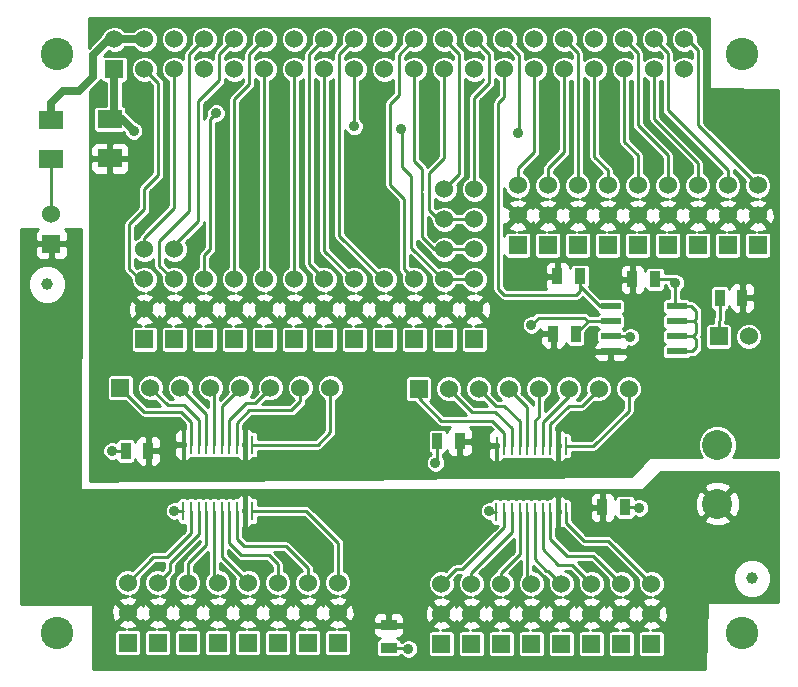
<source format=gtl>
G04 (created by PCBNEW (2013-07-07 BZR 4022)-stable) date 3/5/2015 7:40:27 AM*
%MOIN*%
G04 Gerber Fmt 3.4, Leading zero omitted, Abs format*
%FSLAX34Y34*%
G01*
G70*
G90*
G04 APERTURE LIST*
%ADD10C,0.00590551*%
%ADD11R,0.06X0.06*%
%ADD12C,0.06*%
%ADD13R,0.08X0.06*%
%ADD14C,0.108268*%
%ADD15R,0.00984252X0.0610236*%
%ADD16R,0.035X0.055*%
%ADD17R,0.055X0.035*%
%ADD18R,0.065X0.0236*%
%ADD19C,0.0393701*%
%ADD20C,0.1*%
%ADD21C,0.035*%
%ADD22C,0.01*%
%ADD23C,0.008*%
%ADD24C,0.025*%
G04 APERTURE END LIST*
G54D10*
G54D11*
X5295Y-10877D03*
G54D12*
X5295Y-9877D03*
X5295Y-8877D03*
X5295Y-7877D03*
G54D11*
X7295Y-10877D03*
G54D12*
X7295Y-9877D03*
X7295Y-8877D03*
G54D11*
X9295Y-10877D03*
G54D12*
X9295Y-9877D03*
X9295Y-8877D03*
G54D11*
X11295Y-10877D03*
G54D12*
X11295Y-9877D03*
X11295Y-8877D03*
G54D11*
X13295Y-10877D03*
G54D12*
X13295Y-9877D03*
X13295Y-8877D03*
G54D11*
X10295Y-10877D03*
G54D12*
X10295Y-9877D03*
X10295Y-8877D03*
G54D11*
X12295Y-10877D03*
G54D12*
X12295Y-9877D03*
X12295Y-8877D03*
G54D11*
X15295Y-10877D03*
G54D12*
X15295Y-9877D03*
X15295Y-8877D03*
X15295Y-7877D03*
X15295Y-6877D03*
X15295Y-5877D03*
G54D11*
X4295Y-10877D03*
G54D12*
X4295Y-9877D03*
X4295Y-8877D03*
X4295Y-7877D03*
G54D11*
X8295Y-10877D03*
G54D12*
X8295Y-9877D03*
X8295Y-8877D03*
G54D11*
X14295Y-10877D03*
G54D12*
X14295Y-9877D03*
X14295Y-8877D03*
X14295Y-7877D03*
X14295Y-6877D03*
X14295Y-5877D03*
G54D13*
X3150Y-3550D03*
X3150Y-4850D03*
G54D11*
X16750Y-7750D03*
G54D12*
X16750Y-6750D03*
X16750Y-5750D03*
G54D11*
X17750Y-7750D03*
G54D12*
X17750Y-6750D03*
X17750Y-5750D03*
G54D11*
X19750Y-7750D03*
G54D12*
X19750Y-6750D03*
X19750Y-5750D03*
G54D11*
X20750Y-7750D03*
G54D12*
X20750Y-6750D03*
X20750Y-5750D03*
G54D11*
X22750Y-7750D03*
G54D12*
X22750Y-6750D03*
X22750Y-5750D03*
G54D11*
X18750Y-7750D03*
G54D12*
X18750Y-6750D03*
X18750Y-5750D03*
G54D11*
X21750Y-7750D03*
G54D12*
X21750Y-6750D03*
X21750Y-5750D03*
G54D11*
X23750Y-7750D03*
G54D12*
X23750Y-6750D03*
X23750Y-5750D03*
G54D11*
X24750Y-7750D03*
G54D12*
X24750Y-6750D03*
X24750Y-5750D03*
G54D11*
X3295Y-1877D03*
G54D12*
X3295Y-877D03*
X8295Y-1877D03*
X4295Y-877D03*
X9295Y-1877D03*
X5295Y-877D03*
X10295Y-1877D03*
X6295Y-877D03*
X11295Y-1877D03*
X7295Y-877D03*
X12295Y-1877D03*
X8295Y-877D03*
X13295Y-1877D03*
X9295Y-877D03*
X14295Y-1877D03*
X10295Y-877D03*
X15295Y-1877D03*
X11295Y-877D03*
X16295Y-1877D03*
X12295Y-877D03*
X17295Y-1877D03*
X13295Y-877D03*
X18295Y-1877D03*
X14295Y-877D03*
X15295Y-877D03*
X19295Y-1877D03*
X16295Y-877D03*
X18295Y-877D03*
X19295Y-877D03*
X20295Y-877D03*
X21295Y-877D03*
X20295Y-1877D03*
X21295Y-1877D03*
X4295Y-1877D03*
X5295Y-1877D03*
X6295Y-1877D03*
X7295Y-1877D03*
X22295Y-1877D03*
X22295Y-877D03*
X17295Y-877D03*
G54D11*
X6295Y-10877D03*
G54D12*
X6295Y-9877D03*
X6295Y-8877D03*
X8500Y-12500D03*
X7500Y-12500D03*
G54D11*
X3500Y-12500D03*
G54D12*
X4500Y-12500D03*
X5500Y-12500D03*
X6500Y-12500D03*
X9500Y-12500D03*
X10500Y-12500D03*
G54D14*
X24212Y-20669D03*
X1377Y-20669D03*
X24212Y-1377D03*
X1377Y-1377D03*
G54D11*
X10750Y-21000D03*
G54D12*
X10750Y-20000D03*
X10750Y-19000D03*
G54D11*
X9750Y-21000D03*
G54D12*
X9750Y-20000D03*
X9750Y-19000D03*
G54D11*
X8750Y-21000D03*
G54D12*
X8750Y-20000D03*
X8750Y-19000D03*
G54D11*
X7750Y-21000D03*
G54D12*
X7750Y-20000D03*
X7750Y-19000D03*
G54D11*
X6750Y-21000D03*
G54D12*
X6750Y-20000D03*
X6750Y-19000D03*
G54D11*
X5750Y-21000D03*
G54D12*
X5750Y-20000D03*
X5750Y-19000D03*
G54D11*
X4750Y-21000D03*
G54D12*
X4750Y-20000D03*
X4750Y-19000D03*
G54D11*
X3750Y-21000D03*
G54D12*
X3750Y-20000D03*
X3750Y-19000D03*
G54D15*
X5588Y-16602D03*
X5854Y-16602D03*
X6110Y-16602D03*
X6366Y-16602D03*
X6622Y-16602D03*
X6877Y-16602D03*
X7133Y-16602D03*
X7389Y-16602D03*
X7645Y-16602D03*
X7901Y-16602D03*
X7901Y-14397D03*
X7645Y-14397D03*
X7389Y-14397D03*
X7133Y-14397D03*
X6877Y-14397D03*
X6622Y-14397D03*
X6366Y-14397D03*
X6110Y-14397D03*
X5854Y-14397D03*
X5598Y-14397D03*
G54D13*
X1181Y-3562D03*
X1181Y-4862D03*
G54D16*
X4425Y-14600D03*
X3675Y-14600D03*
G54D17*
X12440Y-20408D03*
X12440Y-21158D03*
G54D16*
X20565Y-8883D03*
X21315Y-8883D03*
G54D18*
X19840Y-11283D03*
X22040Y-11283D03*
X19840Y-10783D03*
X19840Y-10283D03*
X19840Y-9783D03*
X22040Y-10783D03*
X22040Y-10283D03*
X22040Y-9783D03*
G54D19*
X24550Y-18850D03*
X1050Y-9050D03*
G54D16*
X17925Y-10700D03*
X18675Y-10700D03*
X18065Y-8783D03*
X18815Y-8783D03*
G54D11*
X23440Y-10783D03*
G54D12*
X24440Y-10783D03*
G54D15*
X16029Y-16635D03*
X16295Y-16635D03*
X16551Y-16635D03*
X16807Y-16635D03*
X17062Y-16635D03*
X17318Y-16635D03*
X17574Y-16635D03*
X17830Y-16635D03*
X18086Y-16635D03*
X18342Y-16635D03*
X18342Y-14431D03*
X18086Y-14431D03*
X17830Y-14431D03*
X17574Y-14431D03*
X17318Y-14431D03*
X17062Y-14431D03*
X16807Y-14431D03*
X16551Y-14431D03*
X16295Y-14431D03*
X16039Y-14431D03*
G54D16*
X14815Y-14283D03*
X14065Y-14283D03*
X19565Y-16483D03*
X20315Y-16483D03*
G54D11*
X21190Y-21033D03*
G54D12*
X21190Y-20033D03*
X21190Y-19033D03*
G54D11*
X20190Y-21033D03*
G54D12*
X20190Y-20033D03*
X20190Y-19033D03*
G54D11*
X19190Y-21033D03*
G54D12*
X19190Y-20033D03*
X19190Y-19033D03*
G54D11*
X18190Y-21033D03*
G54D12*
X18190Y-20033D03*
X18190Y-19033D03*
G54D11*
X17190Y-21033D03*
G54D12*
X17190Y-20033D03*
X17190Y-19033D03*
G54D11*
X16190Y-21033D03*
G54D12*
X16190Y-20033D03*
X16190Y-19033D03*
G54D11*
X15190Y-21033D03*
G54D12*
X15190Y-20033D03*
X15190Y-19033D03*
G54D11*
X14190Y-21033D03*
G54D12*
X14190Y-20033D03*
X14190Y-19033D03*
X18440Y-12533D03*
X17440Y-12533D03*
G54D11*
X13440Y-12533D03*
G54D12*
X14440Y-12533D03*
X15440Y-12533D03*
X16440Y-12533D03*
X19440Y-12533D03*
X20440Y-12533D03*
G54D20*
X23400Y-14400D03*
X23400Y-16368D03*
G54D16*
X24225Y-9500D03*
X23475Y-9500D03*
G54D11*
X1200Y-7700D03*
G54D12*
X1200Y-6700D03*
G54D21*
X6692Y-3346D03*
X16750Y-4000D03*
X17200Y-10400D03*
X12860Y-3863D03*
X20500Y-10800D03*
X20800Y-16500D03*
X13100Y-21200D03*
X15800Y-16600D03*
X14000Y-15000D03*
X22000Y-9000D03*
X3225Y-14600D03*
X5300Y-16600D03*
X3940Y-3933D03*
X11290Y-3783D03*
G54D22*
X18750Y-5750D02*
X18750Y-1332D01*
X18750Y-1332D02*
X18295Y-877D01*
X19750Y-5750D02*
X19750Y-5250D01*
X19295Y-4795D02*
X19295Y-1877D01*
X19750Y-5250D02*
X19295Y-4795D01*
X21750Y-5750D02*
X21750Y-4750D01*
X20750Y-3750D02*
X20750Y-1332D01*
X21750Y-4750D02*
X20750Y-3750D01*
X20750Y-1332D02*
X20295Y-877D01*
X8295Y-8877D02*
X8295Y-1877D01*
X7295Y-8877D02*
X7295Y-2877D01*
X7795Y-1377D02*
X8295Y-877D01*
X7795Y-2377D02*
X7795Y-1377D01*
X7295Y-2877D02*
X7795Y-2377D01*
X20295Y-1877D02*
X20295Y-4295D01*
X20750Y-4750D02*
X20750Y-5750D01*
X20295Y-4295D02*
X20750Y-4750D01*
X23750Y-5750D02*
X23750Y-5250D01*
X21750Y-1332D02*
X21295Y-877D01*
X21750Y-3250D02*
X21750Y-1332D01*
X23750Y-5250D02*
X21750Y-3250D01*
X21345Y-877D02*
X21295Y-877D01*
X24750Y-5750D02*
X22750Y-3750D01*
X22377Y-877D02*
X22295Y-877D01*
X22750Y-1250D02*
X22377Y-877D01*
X22750Y-3750D02*
X22750Y-1250D01*
X11295Y-8877D02*
X11245Y-8877D01*
X10295Y-7927D02*
X10295Y-1877D01*
X11245Y-8877D02*
X10295Y-7927D01*
X10295Y-8877D02*
X9795Y-8377D01*
X9795Y-1377D02*
X10295Y-877D01*
X9795Y-8377D02*
X9795Y-1377D01*
X12295Y-8877D02*
X12245Y-8877D01*
X10795Y-1377D02*
X11295Y-877D01*
X10795Y-7427D02*
X10795Y-1377D01*
X12245Y-8877D02*
X10795Y-7427D01*
X12780Y-2743D02*
X12780Y-1392D01*
X12780Y-1392D02*
X13295Y-877D01*
X12950Y-8532D02*
X12950Y-6192D01*
X12500Y-3023D02*
X12780Y-2743D01*
X12500Y-5743D02*
X12500Y-3023D01*
X12950Y-6192D02*
X12500Y-5743D01*
X12950Y-8532D02*
X13295Y-8877D01*
X22750Y-5750D02*
X22750Y-5000D01*
X21295Y-3545D02*
X21295Y-1877D01*
X22750Y-5000D02*
X21295Y-3545D01*
X9295Y-8877D02*
X9295Y-1877D01*
X6295Y-8074D02*
X6295Y-8877D01*
X6496Y-7874D02*
X6295Y-8074D01*
X6496Y-3543D02*
X6496Y-7874D01*
X6692Y-3346D02*
X6496Y-3543D01*
X17295Y-1877D02*
X17295Y-4629D01*
X17295Y-4629D02*
X16750Y-5174D01*
X16750Y-5750D02*
X16750Y-5174D01*
X18295Y-1877D02*
X18295Y-4629D01*
X17750Y-5174D02*
X17750Y-5750D01*
X18295Y-4629D02*
X17750Y-5174D01*
X5295Y-7877D02*
X5295Y-7754D01*
X6100Y-2950D02*
X6795Y-2254D01*
X6100Y-6950D02*
X6100Y-2950D01*
X5295Y-7754D02*
X6100Y-6950D01*
X6795Y-1377D02*
X7295Y-877D01*
X6795Y-2254D02*
X6795Y-1377D01*
X16295Y-877D02*
X16295Y-895D01*
X16800Y-3950D02*
X16750Y-4000D01*
X16800Y-1400D02*
X16800Y-3950D01*
X16295Y-895D02*
X16800Y-1400D01*
X18675Y-10700D02*
X18675Y-10691D01*
X18675Y-10691D02*
X19083Y-10283D01*
X18440Y-10158D02*
X17441Y-10158D01*
X17441Y-10158D02*
X17200Y-10400D01*
X17441Y-10158D02*
X18958Y-10158D01*
X17200Y-10400D02*
X17441Y-10158D01*
X19083Y-10283D02*
X19840Y-10283D01*
X18958Y-10158D02*
X19083Y-10283D01*
X16295Y-877D02*
X16295Y-897D01*
X4295Y-7877D02*
X4295Y-7504D01*
X5300Y-2700D02*
X5295Y-2700D01*
X5300Y-6500D02*
X5300Y-2700D01*
X4295Y-7504D02*
X5300Y-6500D01*
X5295Y-2700D02*
X5295Y-1877D01*
X18815Y-9100D02*
X18815Y-9284D01*
X16295Y-2804D02*
X16295Y-1877D01*
X16100Y-3000D02*
X16295Y-2804D01*
X16100Y-9200D02*
X16100Y-3000D01*
X16300Y-9400D02*
X16100Y-9200D01*
X18700Y-9400D02*
X16300Y-9400D01*
X18815Y-9284D02*
X18700Y-9400D01*
X19840Y-9783D02*
X19483Y-9783D01*
X18815Y-9115D02*
X18815Y-9100D01*
X18815Y-9100D02*
X18815Y-8783D01*
X19483Y-9783D02*
X18815Y-9115D01*
X4295Y-6554D02*
X4295Y-5862D01*
X4763Y-2346D02*
X4295Y-1877D01*
X4763Y-5393D02*
X4763Y-2346D01*
X4295Y-5862D02*
X4763Y-5393D01*
X3795Y-8527D02*
X3795Y-7054D01*
X3795Y-7054D02*
X4295Y-6554D01*
X4295Y-8877D02*
X4145Y-8877D01*
X4145Y-8877D02*
X3795Y-8527D01*
X14795Y-1377D02*
X14795Y-5377D01*
X14795Y-5377D02*
X14295Y-5877D01*
X14295Y-877D02*
X14795Y-1377D01*
X15295Y-5877D02*
X15295Y-2827D01*
X15795Y-1377D02*
X15295Y-877D01*
X15795Y-2327D02*
X15795Y-1377D01*
X15295Y-2827D02*
X15795Y-2327D01*
X13545Y-5900D02*
X13545Y-5195D01*
X13545Y-5195D02*
X13295Y-4945D01*
X13295Y-4945D02*
X13295Y-1877D01*
G54D23*
X13545Y-6000D02*
X13545Y-5900D01*
G54D22*
X14295Y-7877D02*
X15295Y-7877D01*
X14295Y-7877D02*
X13945Y-7877D01*
X13545Y-7477D02*
X13545Y-6000D01*
X13945Y-7877D02*
X13545Y-7477D01*
X12900Y-5133D02*
X13195Y-5427D01*
X12900Y-3903D02*
X12900Y-5133D01*
X12860Y-3863D02*
X12900Y-3903D01*
X14295Y-8877D02*
X14245Y-8877D01*
X14245Y-8877D02*
X13195Y-7827D01*
X13195Y-7827D02*
X13195Y-5427D01*
X14295Y-8877D02*
X15295Y-8877D01*
X14295Y-1877D02*
X14295Y-4854D01*
X14295Y-4854D02*
X13795Y-5354D01*
X13795Y-6577D02*
X13795Y-5354D01*
X14295Y-6877D02*
X14095Y-6877D01*
X14095Y-6877D02*
X13795Y-6577D01*
X14295Y-6877D02*
X15295Y-6877D01*
X5295Y-8877D02*
X5245Y-8877D01*
X5245Y-8877D02*
X4800Y-8432D01*
X5800Y-1373D02*
X6295Y-877D01*
X5800Y-6600D02*
X5800Y-1373D01*
X4800Y-7600D02*
X5800Y-6600D01*
X4800Y-8432D02*
X4800Y-7600D01*
X23440Y-10783D02*
X23440Y-10259D01*
X23475Y-10225D02*
X23475Y-9500D01*
X23440Y-10259D02*
X23475Y-10225D01*
X19840Y-10783D02*
X20483Y-10783D01*
X20483Y-10783D02*
X20500Y-10800D01*
X22040Y-9783D02*
X22533Y-9783D01*
X22533Y-9783D02*
X22700Y-9950D01*
X22040Y-10283D02*
X22633Y-10283D01*
X22633Y-10283D02*
X22700Y-10216D01*
X22700Y-10216D02*
X22700Y-9950D01*
X22040Y-10783D02*
X22583Y-10783D01*
X22583Y-10783D02*
X22700Y-10666D01*
X22700Y-10350D02*
X22633Y-10283D01*
X22700Y-10666D02*
X22700Y-10350D01*
X22040Y-11283D02*
X22566Y-11283D01*
X22700Y-10900D02*
X22583Y-10783D01*
X22700Y-11150D02*
X22700Y-10900D01*
X22566Y-11283D02*
X22700Y-11150D01*
X20315Y-16483D02*
X20783Y-16483D01*
X20783Y-16483D02*
X20800Y-16500D01*
X12440Y-21158D02*
X13058Y-21158D01*
X13058Y-21158D02*
X13100Y-21200D01*
X16029Y-16635D02*
X15835Y-16635D01*
X15835Y-16635D02*
X15800Y-16600D01*
X14065Y-14283D02*
X14065Y-14934D01*
X14065Y-14934D02*
X14000Y-15000D01*
X21315Y-8883D02*
X21883Y-8883D01*
X22000Y-9742D02*
X22000Y-9000D01*
X22000Y-9742D02*
X22040Y-9783D01*
X21883Y-8883D02*
X22000Y-9000D01*
X3675Y-14600D02*
X3225Y-14600D01*
X5588Y-16602D02*
X5302Y-16602D01*
X5302Y-16602D02*
X5300Y-16600D01*
G54D24*
X1181Y-3562D02*
X1181Y-2992D01*
X2600Y-2124D02*
X2600Y-1400D01*
X2125Y-2598D02*
X2600Y-2124D01*
X1574Y-2598D02*
X2125Y-2598D01*
X1181Y-2992D02*
X1574Y-2598D01*
X3295Y-877D02*
X3122Y-877D01*
X3122Y-877D02*
X2600Y-1400D01*
X3295Y-877D02*
X4295Y-877D01*
G54D22*
X7901Y-16602D02*
X9692Y-16602D01*
X9692Y-16602D02*
X10750Y-17660D01*
X10750Y-17660D02*
X10750Y-19000D01*
X6877Y-16602D02*
X6877Y-18127D01*
X6877Y-18127D02*
X7750Y-19000D01*
X7133Y-16602D02*
X7133Y-17683D01*
X8750Y-18375D02*
X8750Y-19000D01*
X8450Y-18075D02*
X8750Y-18375D01*
X7525Y-18075D02*
X8450Y-18075D01*
X7133Y-17683D02*
X7525Y-18075D01*
X7625Y-17775D02*
X9005Y-17775D01*
X9750Y-18520D02*
X9750Y-19000D01*
X9005Y-17775D02*
X9750Y-18520D01*
X7389Y-16602D02*
X7389Y-17539D01*
X7389Y-17539D02*
X7625Y-17775D01*
X3750Y-19000D02*
X4600Y-18150D01*
X5854Y-17345D02*
X5854Y-16602D01*
X5050Y-18150D02*
X5854Y-17345D01*
X4600Y-18150D02*
X5050Y-18150D01*
X6110Y-16602D02*
X6110Y-17389D01*
X5160Y-18340D02*
X5160Y-18590D01*
X6110Y-17389D02*
X5160Y-18340D01*
X5160Y-18590D02*
X4750Y-19000D01*
X6366Y-16602D02*
X6366Y-17733D01*
X6366Y-17733D02*
X5750Y-18350D01*
X5750Y-18350D02*
X5750Y-19000D01*
X6622Y-16602D02*
X6622Y-18872D01*
X6622Y-18872D02*
X6750Y-19000D01*
X10500Y-13975D02*
X10500Y-12500D01*
X7901Y-14397D02*
X10077Y-14397D01*
X10077Y-14397D02*
X10500Y-13975D01*
X16295Y-14431D02*
X16295Y-13995D01*
X13440Y-12840D02*
X13440Y-12533D01*
X14200Y-13600D02*
X13440Y-12840D01*
X15900Y-13600D02*
X14200Y-13600D01*
X16295Y-13995D02*
X15900Y-13600D01*
X18342Y-14431D02*
X19268Y-14431D01*
X20440Y-13259D02*
X20440Y-12533D01*
X19268Y-14431D02*
X20440Y-13259D01*
X17830Y-14431D02*
X17830Y-13719D01*
X18874Y-13100D02*
X19440Y-12533D01*
X18450Y-13100D02*
X18874Y-13100D01*
X17830Y-13719D02*
X18450Y-13100D01*
X17574Y-14431D02*
X17574Y-13625D01*
X18440Y-12759D02*
X18440Y-12533D01*
X17574Y-13625D02*
X18440Y-12759D01*
X17318Y-14431D02*
X17318Y-13581D01*
X17440Y-13459D02*
X17440Y-12533D01*
X17318Y-13581D02*
X17440Y-13459D01*
X17062Y-14431D02*
X17062Y-13155D01*
X17062Y-13155D02*
X16440Y-12533D01*
X16807Y-14431D02*
X16807Y-13607D01*
X16007Y-13100D02*
X15440Y-12533D01*
X16300Y-13100D02*
X16007Y-13100D01*
X16807Y-13607D02*
X16300Y-13100D01*
X16551Y-14431D02*
X16551Y-13851D01*
X15207Y-13300D02*
X14440Y-12533D01*
X16000Y-13300D02*
X15207Y-13300D01*
X16551Y-13851D02*
X16000Y-13300D01*
X17830Y-16635D02*
X17830Y-17530D01*
X19257Y-18100D02*
X20190Y-19033D01*
X18400Y-18100D02*
X19257Y-18100D01*
X17830Y-17530D02*
X18400Y-18100D01*
X18342Y-16635D02*
X18342Y-16992D01*
X19757Y-17600D02*
X21190Y-19033D01*
X18950Y-17600D02*
X19757Y-17600D01*
X18342Y-16992D02*
X18950Y-17600D01*
X7389Y-14397D02*
X7389Y-13660D01*
X7389Y-13660D02*
X7800Y-13250D01*
X9500Y-12950D02*
X9500Y-12500D01*
X9200Y-13250D02*
X9500Y-12950D01*
X7800Y-13250D02*
X9200Y-13250D01*
X1200Y-6700D02*
X1200Y-4881D01*
X1200Y-4881D02*
X1181Y-4862D01*
X16295Y-16635D02*
X16295Y-17154D01*
X14674Y-18550D02*
X14190Y-19033D01*
X14900Y-18550D02*
X14674Y-18550D01*
X16295Y-17154D02*
X14900Y-18550D01*
X16551Y-16635D02*
X16551Y-17298D01*
X15190Y-18659D02*
X15190Y-19033D01*
X16551Y-17298D02*
X15190Y-18659D01*
X16807Y-16635D02*
X16807Y-18042D01*
X16190Y-18659D02*
X16190Y-19033D01*
X16807Y-18042D02*
X16190Y-18659D01*
X17062Y-16635D02*
X17062Y-18905D01*
X17062Y-18905D02*
X17190Y-19033D01*
X17318Y-16635D02*
X17318Y-18218D01*
X17757Y-18600D02*
X18190Y-19033D01*
X17700Y-18600D02*
X17757Y-18600D01*
X17318Y-18218D02*
X17700Y-18600D01*
X17574Y-16635D02*
X17574Y-17874D01*
X18557Y-18400D02*
X19190Y-19033D01*
X18100Y-18400D02*
X18557Y-18400D01*
X17574Y-17874D02*
X18100Y-18400D01*
X7133Y-14397D02*
X7133Y-13566D01*
X7133Y-13566D02*
X7700Y-13000D01*
X8000Y-13000D02*
X8500Y-12500D01*
X7700Y-13000D02*
X8000Y-13000D01*
X6877Y-14397D02*
X6877Y-13122D01*
X6877Y-13122D02*
X7500Y-12500D01*
X6622Y-14397D02*
X6622Y-12622D01*
X6622Y-12622D02*
X6500Y-12500D01*
X6366Y-13366D02*
X5500Y-12500D01*
X6366Y-14397D02*
X6366Y-13366D01*
G54D24*
X3150Y-3550D02*
X3557Y-3550D01*
X3557Y-3550D02*
X3940Y-3933D01*
G54D22*
X11295Y-1877D02*
X11295Y-3779D01*
X11295Y-3779D02*
X11290Y-3783D01*
G54D24*
X3295Y-1877D02*
X3295Y-3404D01*
X3295Y-3404D02*
X3150Y-3550D01*
G54D22*
X5075Y-13075D02*
X4500Y-12500D01*
X5625Y-13075D02*
X5075Y-13075D01*
X6110Y-14397D02*
X6110Y-13560D01*
X6110Y-13560D02*
X5625Y-13075D01*
X5854Y-14397D02*
X5854Y-13629D01*
X5854Y-13629D02*
X5525Y-13300D01*
X4300Y-13300D02*
X3500Y-12500D01*
X5525Y-13300D02*
X4300Y-13300D01*
G54D10*
G36*
X25420Y-14795D02*
X25304Y-14795D01*
X25304Y-6831D01*
X25293Y-6613D01*
X25231Y-6462D01*
X25200Y-6453D01*
X25200Y-5660D01*
X25131Y-5495D01*
X25005Y-5368D01*
X24839Y-5300D01*
X24660Y-5299D01*
X24605Y-5322D01*
X22950Y-3667D01*
X22950Y-1250D01*
X22949Y-1249D01*
X22934Y-1173D01*
X22934Y-1173D01*
X22920Y-1151D01*
X22891Y-1108D01*
X22891Y-1108D01*
X22745Y-962D01*
X22745Y-788D01*
X22676Y-623D01*
X22550Y-496D01*
X22385Y-428D01*
X22206Y-427D01*
X22040Y-496D01*
X21914Y-622D01*
X21845Y-788D01*
X21845Y-967D01*
X21913Y-1132D01*
X22040Y-1259D01*
X22205Y-1327D01*
X22384Y-1328D01*
X22498Y-1281D01*
X22550Y-1332D01*
X22550Y-1496D01*
X22385Y-1428D01*
X22206Y-1427D01*
X22040Y-1496D01*
X21950Y-1586D01*
X21950Y-1332D01*
X21934Y-1256D01*
X21934Y-1256D01*
X21920Y-1234D01*
X21891Y-1191D01*
X21891Y-1191D01*
X21722Y-1022D01*
X21745Y-967D01*
X21745Y-788D01*
X21676Y-623D01*
X21550Y-496D01*
X21385Y-428D01*
X21206Y-427D01*
X21040Y-496D01*
X20914Y-622D01*
X20845Y-788D01*
X20845Y-967D01*
X20913Y-1132D01*
X21040Y-1259D01*
X21205Y-1327D01*
X21384Y-1328D01*
X21439Y-1305D01*
X21550Y-1415D01*
X21550Y-1496D01*
X21385Y-1428D01*
X21206Y-1427D01*
X21040Y-1496D01*
X20950Y-1586D01*
X20950Y-1332D01*
X20934Y-1256D01*
X20934Y-1256D01*
X20920Y-1234D01*
X20891Y-1191D01*
X20891Y-1191D01*
X20722Y-1022D01*
X20745Y-967D01*
X20745Y-788D01*
X20676Y-623D01*
X20550Y-496D01*
X20385Y-428D01*
X20206Y-427D01*
X20040Y-496D01*
X19914Y-622D01*
X19845Y-788D01*
X19845Y-967D01*
X19913Y-1132D01*
X20040Y-1259D01*
X20205Y-1327D01*
X20384Y-1328D01*
X20439Y-1305D01*
X20550Y-1415D01*
X20550Y-1496D01*
X20385Y-1428D01*
X20206Y-1427D01*
X20040Y-1496D01*
X19914Y-1622D01*
X19845Y-1788D01*
X19845Y-1967D01*
X19913Y-2132D01*
X20040Y-2259D01*
X20095Y-2282D01*
X20095Y-4295D01*
X20110Y-4371D01*
X20153Y-4436D01*
X20550Y-4832D01*
X20550Y-5345D01*
X20495Y-5368D01*
X20368Y-5494D01*
X20300Y-5660D01*
X20299Y-5839D01*
X20368Y-6004D01*
X20494Y-6131D01*
X20660Y-6199D01*
X20736Y-6199D01*
X20613Y-6206D01*
X20462Y-6268D01*
X20434Y-6364D01*
X20750Y-6679D01*
X21065Y-6364D01*
X21037Y-6268D01*
X20842Y-6198D01*
X21004Y-6131D01*
X21131Y-6005D01*
X21199Y-5839D01*
X21200Y-5660D01*
X21131Y-5495D01*
X21005Y-5368D01*
X20950Y-5345D01*
X20950Y-4750D01*
X20934Y-4673D01*
X20934Y-4673D01*
X20920Y-4651D01*
X20891Y-4608D01*
X20891Y-4608D01*
X20495Y-4212D01*
X20495Y-2282D01*
X20549Y-2259D01*
X20550Y-2259D01*
X20550Y-3750D01*
X20565Y-3826D01*
X20608Y-3891D01*
X21550Y-4832D01*
X21550Y-5345D01*
X21495Y-5368D01*
X21368Y-5494D01*
X21300Y-5660D01*
X21299Y-5839D01*
X21368Y-6004D01*
X21494Y-6131D01*
X21660Y-6199D01*
X21736Y-6199D01*
X21613Y-6206D01*
X21462Y-6268D01*
X21434Y-6364D01*
X21750Y-6679D01*
X22065Y-6364D01*
X22037Y-6268D01*
X21842Y-6198D01*
X22004Y-6131D01*
X22131Y-6005D01*
X22199Y-5839D01*
X22200Y-5660D01*
X22131Y-5495D01*
X22005Y-5368D01*
X21950Y-5345D01*
X21950Y-4750D01*
X21934Y-4673D01*
X21934Y-4673D01*
X21920Y-4651D01*
X21891Y-4608D01*
X21891Y-4608D01*
X20950Y-3667D01*
X20950Y-2169D01*
X21040Y-2259D01*
X21095Y-2282D01*
X21095Y-3545D01*
X21110Y-3621D01*
X21153Y-3686D01*
X22550Y-5082D01*
X22550Y-5345D01*
X22495Y-5368D01*
X22368Y-5494D01*
X22300Y-5660D01*
X22299Y-5839D01*
X22368Y-6004D01*
X22494Y-6131D01*
X22660Y-6199D01*
X22736Y-6199D01*
X22613Y-6206D01*
X22462Y-6268D01*
X22434Y-6364D01*
X22750Y-6679D01*
X23065Y-6364D01*
X23037Y-6268D01*
X22842Y-6198D01*
X23004Y-6131D01*
X23131Y-6005D01*
X23199Y-5839D01*
X23200Y-5660D01*
X23131Y-5495D01*
X23005Y-5368D01*
X22950Y-5345D01*
X22950Y-5000D01*
X22934Y-4923D01*
X22934Y-4923D01*
X22891Y-4858D01*
X21495Y-3462D01*
X21495Y-2282D01*
X21549Y-2259D01*
X21550Y-2259D01*
X21550Y-3250D01*
X21565Y-3326D01*
X21608Y-3391D01*
X23550Y-5332D01*
X23550Y-5345D01*
X23495Y-5368D01*
X23368Y-5494D01*
X23300Y-5660D01*
X23299Y-5839D01*
X23368Y-6004D01*
X23494Y-6131D01*
X23660Y-6199D01*
X23736Y-6199D01*
X23613Y-6206D01*
X23462Y-6268D01*
X23434Y-6364D01*
X23750Y-6679D01*
X24065Y-6364D01*
X24037Y-6268D01*
X23842Y-6198D01*
X24004Y-6131D01*
X24131Y-6005D01*
X24199Y-5839D01*
X24200Y-5660D01*
X24131Y-5495D01*
X24005Y-5368D01*
X23950Y-5345D01*
X23950Y-5250D01*
X23949Y-5249D01*
X23945Y-5228D01*
X24322Y-5605D01*
X24300Y-5660D01*
X24299Y-5839D01*
X24368Y-6004D01*
X24494Y-6131D01*
X24660Y-6199D01*
X24736Y-6199D01*
X24613Y-6206D01*
X24462Y-6268D01*
X24434Y-6364D01*
X24750Y-6679D01*
X25065Y-6364D01*
X25037Y-6268D01*
X24842Y-6198D01*
X25004Y-6131D01*
X25131Y-6005D01*
X25199Y-5839D01*
X25200Y-5660D01*
X25200Y-6453D01*
X25135Y-6434D01*
X24820Y-6750D01*
X25135Y-7065D01*
X25231Y-7037D01*
X25304Y-6831D01*
X25304Y-14795D01*
X25200Y-14795D01*
X25200Y-8020D01*
X25200Y-7420D01*
X25177Y-7365D01*
X25135Y-7322D01*
X25079Y-7300D01*
X25020Y-7299D01*
X24764Y-7299D01*
X24886Y-7293D01*
X25037Y-7231D01*
X25065Y-7135D01*
X24750Y-6820D01*
X24679Y-6891D01*
X24679Y-6750D01*
X24364Y-6434D01*
X24268Y-6462D01*
X24251Y-6510D01*
X24231Y-6462D01*
X24135Y-6434D01*
X23820Y-6750D01*
X24135Y-7065D01*
X24231Y-7037D01*
X24248Y-6989D01*
X24268Y-7037D01*
X24364Y-7065D01*
X24679Y-6750D01*
X24679Y-6891D01*
X24434Y-7135D01*
X24462Y-7231D01*
X24654Y-7299D01*
X24420Y-7299D01*
X24365Y-7322D01*
X24322Y-7364D01*
X24300Y-7420D01*
X24299Y-7479D01*
X24299Y-8079D01*
X24322Y-8134D01*
X24364Y-8177D01*
X24420Y-8199D01*
X24479Y-8200D01*
X25079Y-8200D01*
X25134Y-8177D01*
X25177Y-8135D01*
X25199Y-8079D01*
X25200Y-8020D01*
X25200Y-14795D01*
X24891Y-14795D01*
X24891Y-10694D01*
X24822Y-10528D01*
X24696Y-10402D01*
X24650Y-10383D01*
X24650Y-9725D01*
X24650Y-9274D01*
X24649Y-9175D01*
X24611Y-9083D01*
X24541Y-9012D01*
X24449Y-8974D01*
X24337Y-8975D01*
X24275Y-9037D01*
X24275Y-9450D01*
X24587Y-9450D01*
X24650Y-9387D01*
X24650Y-9274D01*
X24650Y-9725D01*
X24650Y-9612D01*
X24587Y-9550D01*
X24275Y-9550D01*
X24275Y-9962D01*
X24337Y-10025D01*
X24449Y-10025D01*
X24541Y-9987D01*
X24611Y-9916D01*
X24649Y-9824D01*
X24650Y-9725D01*
X24650Y-10383D01*
X24530Y-10333D01*
X24351Y-10333D01*
X24200Y-10396D01*
X24200Y-8020D01*
X24200Y-7420D01*
X24177Y-7365D01*
X24135Y-7322D01*
X24079Y-7300D01*
X24020Y-7299D01*
X23764Y-7299D01*
X23886Y-7293D01*
X24037Y-7231D01*
X24065Y-7135D01*
X23750Y-6820D01*
X23679Y-6891D01*
X23679Y-6750D01*
X23364Y-6434D01*
X23268Y-6462D01*
X23251Y-6510D01*
X23231Y-6462D01*
X23135Y-6434D01*
X22820Y-6750D01*
X23135Y-7065D01*
X23231Y-7037D01*
X23248Y-6989D01*
X23268Y-7037D01*
X23364Y-7065D01*
X23679Y-6750D01*
X23679Y-6891D01*
X23434Y-7135D01*
X23462Y-7231D01*
X23654Y-7299D01*
X23420Y-7299D01*
X23365Y-7322D01*
X23322Y-7364D01*
X23300Y-7420D01*
X23299Y-7479D01*
X23299Y-8079D01*
X23322Y-8134D01*
X23364Y-8177D01*
X23420Y-8199D01*
X23479Y-8200D01*
X24079Y-8200D01*
X24134Y-8177D01*
X24177Y-8135D01*
X24199Y-8079D01*
X24200Y-8020D01*
X24200Y-10396D01*
X24186Y-10401D01*
X24175Y-10413D01*
X24175Y-9962D01*
X24175Y-9550D01*
X24167Y-9550D01*
X24167Y-9450D01*
X24175Y-9450D01*
X24175Y-9037D01*
X24112Y-8975D01*
X24000Y-8974D01*
X23908Y-9012D01*
X23838Y-9083D01*
X23800Y-9175D01*
X23800Y-9195D01*
X23777Y-9140D01*
X23735Y-9097D01*
X23679Y-9075D01*
X23620Y-9074D01*
X23270Y-9074D01*
X23215Y-9097D01*
X23200Y-9112D01*
X23200Y-8020D01*
X23200Y-7420D01*
X23177Y-7365D01*
X23135Y-7322D01*
X23079Y-7300D01*
X23020Y-7299D01*
X22764Y-7299D01*
X22886Y-7293D01*
X23037Y-7231D01*
X23065Y-7135D01*
X22750Y-6820D01*
X22679Y-6891D01*
X22679Y-6750D01*
X22364Y-6434D01*
X22268Y-6462D01*
X22251Y-6510D01*
X22231Y-6462D01*
X22135Y-6434D01*
X21820Y-6750D01*
X22135Y-7065D01*
X22231Y-7037D01*
X22248Y-6989D01*
X22268Y-7037D01*
X22364Y-7065D01*
X22679Y-6750D01*
X22679Y-6891D01*
X22434Y-7135D01*
X22462Y-7231D01*
X22654Y-7299D01*
X22420Y-7299D01*
X22365Y-7322D01*
X22322Y-7364D01*
X22300Y-7420D01*
X22299Y-7479D01*
X22299Y-8079D01*
X22322Y-8134D01*
X22364Y-8177D01*
X22420Y-8199D01*
X22479Y-8200D01*
X23079Y-8200D01*
X23134Y-8177D01*
X23177Y-8135D01*
X23199Y-8079D01*
X23200Y-8020D01*
X23200Y-9112D01*
X23172Y-9139D01*
X23150Y-9195D01*
X23149Y-9254D01*
X23149Y-9804D01*
X23172Y-9859D01*
X23214Y-9902D01*
X23270Y-9924D01*
X23275Y-9924D01*
X23275Y-10154D01*
X23256Y-10182D01*
X23240Y-10259D01*
X23240Y-10333D01*
X23111Y-10333D01*
X23056Y-10356D01*
X23013Y-10398D01*
X22990Y-10453D01*
X22990Y-10513D01*
X22990Y-11113D01*
X23013Y-11168D01*
X23055Y-11210D01*
X23110Y-11233D01*
X23170Y-11233D01*
X23770Y-11233D01*
X23825Y-11210D01*
X23868Y-11168D01*
X23890Y-11113D01*
X23890Y-11053D01*
X23890Y-10453D01*
X23868Y-10398D01*
X23826Y-10356D01*
X23770Y-10333D01*
X23711Y-10333D01*
X23640Y-10333D01*
X23640Y-10329D01*
X23645Y-10323D01*
X23659Y-10301D01*
X23659Y-10301D01*
X23674Y-10225D01*
X23675Y-10225D01*
X23675Y-9925D01*
X23679Y-9925D01*
X23734Y-9902D01*
X23777Y-9860D01*
X23799Y-9804D01*
X23800Y-9775D01*
X23800Y-9824D01*
X23838Y-9916D01*
X23908Y-9987D01*
X24000Y-10025D01*
X24112Y-10025D01*
X24175Y-9962D01*
X24175Y-10413D01*
X24059Y-10528D01*
X23991Y-10693D01*
X23990Y-10872D01*
X24059Y-11038D01*
X24185Y-11164D01*
X24351Y-11233D01*
X24530Y-11233D01*
X24695Y-11165D01*
X24822Y-11038D01*
X24890Y-10873D01*
X24891Y-10694D01*
X24891Y-14795D01*
X23922Y-14796D01*
X23950Y-14768D01*
X24049Y-14529D01*
X24050Y-14271D01*
X23951Y-14032D01*
X23768Y-13849D01*
X23529Y-13750D01*
X23271Y-13749D01*
X23032Y-13848D01*
X22900Y-13980D01*
X22900Y-11150D01*
X22900Y-10900D01*
X22884Y-10823D01*
X22884Y-10823D01*
X22858Y-10783D01*
X22884Y-10743D01*
X22884Y-10743D01*
X22900Y-10666D01*
X22900Y-10350D01*
X22886Y-10283D01*
X22886Y-10283D01*
X22900Y-10216D01*
X22900Y-9950D01*
X22887Y-9886D01*
X22884Y-9873D01*
X22884Y-9873D01*
X22841Y-9808D01*
X22674Y-9642D01*
X22610Y-9598D01*
X22533Y-9583D01*
X22494Y-9583D01*
X22493Y-9580D01*
X22451Y-9538D01*
X22395Y-9515D01*
X22336Y-9515D01*
X22200Y-9515D01*
X22200Y-9259D01*
X22275Y-9184D01*
X22324Y-9064D01*
X22325Y-8935D01*
X22275Y-8816D01*
X22200Y-8740D01*
X22200Y-8020D01*
X22200Y-7420D01*
X22177Y-7365D01*
X22135Y-7322D01*
X22079Y-7300D01*
X22020Y-7299D01*
X21764Y-7299D01*
X21886Y-7293D01*
X22037Y-7231D01*
X22065Y-7135D01*
X21750Y-6820D01*
X21679Y-6891D01*
X21679Y-6750D01*
X21364Y-6434D01*
X21268Y-6462D01*
X21251Y-6510D01*
X21231Y-6462D01*
X21135Y-6434D01*
X20820Y-6750D01*
X21135Y-7065D01*
X21231Y-7037D01*
X21248Y-6989D01*
X21268Y-7037D01*
X21364Y-7065D01*
X21679Y-6750D01*
X21679Y-6891D01*
X21434Y-7135D01*
X21462Y-7231D01*
X21654Y-7299D01*
X21420Y-7299D01*
X21365Y-7322D01*
X21322Y-7364D01*
X21300Y-7420D01*
X21299Y-7479D01*
X21299Y-8079D01*
X21322Y-8134D01*
X21364Y-8177D01*
X21420Y-8199D01*
X21479Y-8200D01*
X22079Y-8200D01*
X22134Y-8177D01*
X22177Y-8135D01*
X22199Y-8079D01*
X22200Y-8020D01*
X22200Y-8740D01*
X22184Y-8724D01*
X22064Y-8675D01*
X21935Y-8674D01*
X21904Y-8687D01*
X21883Y-8683D01*
X21640Y-8683D01*
X21640Y-8578D01*
X21618Y-8523D01*
X21576Y-8481D01*
X21520Y-8458D01*
X21461Y-8458D01*
X21200Y-8458D01*
X21200Y-8020D01*
X21200Y-7420D01*
X21177Y-7365D01*
X21135Y-7322D01*
X21079Y-7300D01*
X21020Y-7299D01*
X20764Y-7299D01*
X20886Y-7293D01*
X21037Y-7231D01*
X21065Y-7135D01*
X20750Y-6820D01*
X20679Y-6891D01*
X20679Y-6750D01*
X20364Y-6434D01*
X20268Y-6462D01*
X20251Y-6510D01*
X20231Y-6462D01*
X20200Y-6453D01*
X20200Y-5660D01*
X20131Y-5495D01*
X20005Y-5368D01*
X19950Y-5345D01*
X19950Y-5250D01*
X19934Y-5173D01*
X19934Y-5173D01*
X19920Y-5151D01*
X19891Y-5108D01*
X19891Y-5108D01*
X19495Y-4712D01*
X19495Y-2282D01*
X19549Y-2259D01*
X19676Y-2133D01*
X19745Y-1967D01*
X19745Y-1788D01*
X19745Y-788D01*
X19676Y-623D01*
X19550Y-496D01*
X19385Y-428D01*
X19206Y-427D01*
X19040Y-496D01*
X18914Y-622D01*
X18845Y-788D01*
X18845Y-967D01*
X18913Y-1132D01*
X19040Y-1259D01*
X19205Y-1327D01*
X19384Y-1328D01*
X19549Y-1259D01*
X19676Y-1133D01*
X19745Y-967D01*
X19745Y-788D01*
X19745Y-1788D01*
X19676Y-1623D01*
X19550Y-1496D01*
X19385Y-1428D01*
X19206Y-1427D01*
X19040Y-1496D01*
X18950Y-1586D01*
X18950Y-1332D01*
X18934Y-1256D01*
X18934Y-1256D01*
X18920Y-1234D01*
X18891Y-1191D01*
X18891Y-1191D01*
X18722Y-1022D01*
X18745Y-967D01*
X18745Y-788D01*
X18676Y-623D01*
X18550Y-496D01*
X18385Y-428D01*
X18206Y-427D01*
X18040Y-496D01*
X17914Y-622D01*
X17845Y-788D01*
X17845Y-967D01*
X17913Y-1132D01*
X18040Y-1259D01*
X18205Y-1327D01*
X18384Y-1328D01*
X18439Y-1305D01*
X18550Y-1415D01*
X18550Y-1496D01*
X18385Y-1428D01*
X18206Y-1427D01*
X18040Y-1496D01*
X17914Y-1622D01*
X17845Y-1788D01*
X17845Y-1967D01*
X17913Y-2132D01*
X18040Y-2259D01*
X18095Y-2282D01*
X18095Y-4546D01*
X17608Y-5032D01*
X17565Y-5097D01*
X17550Y-5174D01*
X17550Y-5345D01*
X17495Y-5368D01*
X17368Y-5494D01*
X17300Y-5660D01*
X17299Y-5839D01*
X17368Y-6004D01*
X17494Y-6131D01*
X17660Y-6199D01*
X17736Y-6199D01*
X17613Y-6206D01*
X17462Y-6268D01*
X17434Y-6364D01*
X17750Y-6679D01*
X18065Y-6364D01*
X18037Y-6268D01*
X17842Y-6198D01*
X18004Y-6131D01*
X18131Y-6005D01*
X18199Y-5839D01*
X18200Y-5660D01*
X18131Y-5495D01*
X18005Y-5368D01*
X17950Y-5345D01*
X17950Y-5257D01*
X18436Y-4770D01*
X18436Y-4770D01*
X18465Y-4727D01*
X18480Y-4705D01*
X18480Y-4705D01*
X18495Y-4629D01*
X18495Y-4629D01*
X18495Y-2282D01*
X18549Y-2259D01*
X18550Y-2259D01*
X18550Y-5345D01*
X18495Y-5368D01*
X18368Y-5494D01*
X18300Y-5660D01*
X18299Y-5839D01*
X18368Y-6004D01*
X18494Y-6131D01*
X18660Y-6199D01*
X18736Y-6199D01*
X18613Y-6206D01*
X18462Y-6268D01*
X18434Y-6364D01*
X18750Y-6679D01*
X19065Y-6364D01*
X19037Y-6268D01*
X18842Y-6198D01*
X19004Y-6131D01*
X19131Y-6005D01*
X19199Y-5839D01*
X19200Y-5660D01*
X19131Y-5495D01*
X19005Y-5368D01*
X18950Y-5345D01*
X18950Y-2169D01*
X19040Y-2259D01*
X19095Y-2282D01*
X19095Y-4795D01*
X19110Y-4871D01*
X19153Y-4936D01*
X19550Y-5332D01*
X19550Y-5345D01*
X19495Y-5368D01*
X19368Y-5494D01*
X19300Y-5660D01*
X19299Y-5839D01*
X19368Y-6004D01*
X19494Y-6131D01*
X19660Y-6199D01*
X19736Y-6199D01*
X19613Y-6206D01*
X19462Y-6268D01*
X19434Y-6364D01*
X19750Y-6679D01*
X20065Y-6364D01*
X20037Y-6268D01*
X19842Y-6198D01*
X20004Y-6131D01*
X20131Y-6005D01*
X20199Y-5839D01*
X20200Y-5660D01*
X20200Y-6453D01*
X20135Y-6434D01*
X19820Y-6750D01*
X20135Y-7065D01*
X20231Y-7037D01*
X20248Y-6989D01*
X20268Y-7037D01*
X20364Y-7065D01*
X20679Y-6750D01*
X20679Y-6891D01*
X20434Y-7135D01*
X20462Y-7231D01*
X20654Y-7299D01*
X20420Y-7299D01*
X20365Y-7322D01*
X20322Y-7364D01*
X20300Y-7420D01*
X20299Y-7479D01*
X20299Y-8079D01*
X20322Y-8134D01*
X20364Y-8177D01*
X20420Y-8199D01*
X20479Y-8200D01*
X21079Y-8200D01*
X21134Y-8177D01*
X21177Y-8135D01*
X21199Y-8079D01*
X21200Y-8020D01*
X21200Y-8458D01*
X21111Y-8458D01*
X21056Y-8481D01*
X21013Y-8523D01*
X20990Y-8578D01*
X20990Y-8608D01*
X20990Y-8558D01*
X20952Y-8466D01*
X20882Y-8396D01*
X20790Y-8358D01*
X20678Y-8358D01*
X20615Y-8420D01*
X20615Y-8833D01*
X20623Y-8833D01*
X20623Y-8933D01*
X20615Y-8933D01*
X20615Y-9345D01*
X20678Y-9408D01*
X20790Y-9408D01*
X20882Y-9370D01*
X20952Y-9300D01*
X20990Y-9208D01*
X20990Y-9188D01*
X20990Y-9188D01*
X21013Y-9243D01*
X21055Y-9285D01*
X21110Y-9308D01*
X21170Y-9308D01*
X21520Y-9308D01*
X21575Y-9285D01*
X21618Y-9243D01*
X21640Y-9188D01*
X21640Y-9128D01*
X21640Y-9083D01*
X21682Y-9083D01*
X21724Y-9183D01*
X21800Y-9259D01*
X21800Y-9515D01*
X21686Y-9515D01*
X21631Y-9538D01*
X21588Y-9580D01*
X21565Y-9635D01*
X21565Y-9695D01*
X21565Y-9931D01*
X21588Y-9986D01*
X21630Y-10028D01*
X21642Y-10033D01*
X21631Y-10038D01*
X21588Y-10080D01*
X21565Y-10135D01*
X21565Y-10195D01*
X21565Y-10431D01*
X21588Y-10486D01*
X21630Y-10528D01*
X21642Y-10533D01*
X21631Y-10538D01*
X21588Y-10580D01*
X21565Y-10635D01*
X21565Y-10695D01*
X21565Y-10931D01*
X21588Y-10986D01*
X21630Y-11028D01*
X21642Y-11033D01*
X21631Y-11038D01*
X21588Y-11080D01*
X21565Y-11135D01*
X21565Y-11195D01*
X21565Y-11431D01*
X21588Y-11486D01*
X21630Y-11528D01*
X21685Y-11551D01*
X21745Y-11551D01*
X22395Y-11551D01*
X22450Y-11528D01*
X22493Y-11486D01*
X22494Y-11483D01*
X22566Y-11483D01*
X22643Y-11468D01*
X22707Y-11424D01*
X22841Y-11291D01*
X22841Y-11291D01*
X22884Y-11226D01*
X22884Y-11226D01*
X22887Y-11213D01*
X22899Y-11150D01*
X22900Y-11150D01*
X22900Y-13980D01*
X22849Y-14031D01*
X22750Y-14270D01*
X22749Y-14528D01*
X22848Y-14767D01*
X22878Y-14798D01*
X21128Y-14800D01*
X20891Y-15056D01*
X20891Y-12444D01*
X20825Y-12284D01*
X20825Y-10735D01*
X20775Y-10616D01*
X20684Y-10524D01*
X20564Y-10475D01*
X20515Y-10475D01*
X20515Y-9345D01*
X20515Y-8933D01*
X20515Y-8833D01*
X20515Y-8420D01*
X20453Y-8358D01*
X20341Y-8358D01*
X20249Y-8396D01*
X20200Y-8445D01*
X20200Y-8020D01*
X20200Y-7420D01*
X20177Y-7365D01*
X20135Y-7322D01*
X20079Y-7300D01*
X20020Y-7299D01*
X19764Y-7299D01*
X19886Y-7293D01*
X20037Y-7231D01*
X20065Y-7135D01*
X19750Y-6820D01*
X19679Y-6891D01*
X19679Y-6750D01*
X19364Y-6434D01*
X19268Y-6462D01*
X19251Y-6510D01*
X19231Y-6462D01*
X19135Y-6434D01*
X18820Y-6750D01*
X19135Y-7065D01*
X19231Y-7037D01*
X19248Y-6989D01*
X19268Y-7037D01*
X19364Y-7065D01*
X19679Y-6750D01*
X19679Y-6891D01*
X19434Y-7135D01*
X19462Y-7231D01*
X19654Y-7299D01*
X19420Y-7299D01*
X19365Y-7322D01*
X19322Y-7364D01*
X19300Y-7420D01*
X19299Y-7479D01*
X19299Y-8079D01*
X19322Y-8134D01*
X19364Y-8177D01*
X19420Y-8199D01*
X19479Y-8200D01*
X20079Y-8200D01*
X20134Y-8177D01*
X20177Y-8135D01*
X20199Y-8079D01*
X20200Y-8020D01*
X20200Y-8445D01*
X20179Y-8466D01*
X20140Y-8558D01*
X20140Y-8657D01*
X20140Y-8770D01*
X20203Y-8833D01*
X20515Y-8833D01*
X20515Y-8933D01*
X20203Y-8933D01*
X20140Y-8995D01*
X20140Y-9108D01*
X20140Y-9208D01*
X20179Y-9300D01*
X20249Y-9370D01*
X20341Y-9408D01*
X20453Y-9408D01*
X20515Y-9345D01*
X20515Y-10475D01*
X20435Y-10474D01*
X20316Y-10524D01*
X20276Y-10563D01*
X20251Y-10538D01*
X20239Y-10533D01*
X20250Y-10528D01*
X20293Y-10486D01*
X20315Y-10431D01*
X20315Y-10371D01*
X20315Y-10135D01*
X20293Y-10080D01*
X20251Y-10038D01*
X20239Y-10033D01*
X20250Y-10028D01*
X20293Y-9986D01*
X20315Y-9931D01*
X20315Y-9871D01*
X20315Y-9635D01*
X20293Y-9580D01*
X20251Y-9538D01*
X20195Y-9515D01*
X20136Y-9515D01*
X19498Y-9515D01*
X19200Y-9217D01*
X19200Y-8020D01*
X19200Y-7420D01*
X19177Y-7365D01*
X19135Y-7322D01*
X19079Y-7300D01*
X19020Y-7299D01*
X18764Y-7299D01*
X18886Y-7293D01*
X19037Y-7231D01*
X19065Y-7135D01*
X18750Y-6820D01*
X18679Y-6891D01*
X18679Y-6750D01*
X18364Y-6434D01*
X18268Y-6462D01*
X18251Y-6510D01*
X18231Y-6462D01*
X18135Y-6434D01*
X17820Y-6750D01*
X18135Y-7065D01*
X18231Y-7037D01*
X18248Y-6989D01*
X18268Y-7037D01*
X18364Y-7065D01*
X18679Y-6750D01*
X18679Y-6891D01*
X18434Y-7135D01*
X18462Y-7231D01*
X18654Y-7299D01*
X18420Y-7299D01*
X18365Y-7322D01*
X18322Y-7364D01*
X18300Y-7420D01*
X18299Y-7479D01*
X18299Y-8079D01*
X18322Y-8134D01*
X18364Y-8177D01*
X18420Y-8199D01*
X18479Y-8200D01*
X19079Y-8200D01*
X19134Y-8177D01*
X19177Y-8135D01*
X19199Y-8079D01*
X19200Y-8020D01*
X19200Y-9217D01*
X19120Y-9137D01*
X19140Y-9088D01*
X19140Y-9028D01*
X19140Y-8478D01*
X19118Y-8423D01*
X19076Y-8381D01*
X19020Y-8358D01*
X18961Y-8358D01*
X18611Y-8358D01*
X18556Y-8381D01*
X18513Y-8423D01*
X18490Y-8478D01*
X18490Y-8508D01*
X18490Y-8458D01*
X18452Y-8366D01*
X18382Y-8296D01*
X18290Y-8258D01*
X18200Y-8258D01*
X18200Y-8020D01*
X18200Y-7420D01*
X18177Y-7365D01*
X18135Y-7322D01*
X18079Y-7300D01*
X18020Y-7299D01*
X17764Y-7299D01*
X17886Y-7293D01*
X18037Y-7231D01*
X18065Y-7135D01*
X17750Y-6820D01*
X17679Y-6891D01*
X17679Y-6750D01*
X17364Y-6434D01*
X17268Y-6462D01*
X17251Y-6510D01*
X17231Y-6462D01*
X17135Y-6434D01*
X16820Y-6750D01*
X17135Y-7065D01*
X17231Y-7037D01*
X17248Y-6989D01*
X17268Y-7037D01*
X17364Y-7065D01*
X17679Y-6750D01*
X17679Y-6891D01*
X17434Y-7135D01*
X17462Y-7231D01*
X17654Y-7299D01*
X17420Y-7299D01*
X17365Y-7322D01*
X17322Y-7364D01*
X17300Y-7420D01*
X17299Y-7479D01*
X17299Y-8079D01*
X17322Y-8134D01*
X17364Y-8177D01*
X17420Y-8199D01*
X17479Y-8200D01*
X18079Y-8200D01*
X18134Y-8177D01*
X18177Y-8135D01*
X18199Y-8079D01*
X18200Y-8020D01*
X18200Y-8258D01*
X18178Y-8258D01*
X18115Y-8320D01*
X18115Y-8733D01*
X18123Y-8733D01*
X18123Y-8833D01*
X18115Y-8833D01*
X18115Y-8841D01*
X18015Y-8841D01*
X18015Y-8833D01*
X18015Y-8733D01*
X18015Y-8320D01*
X17953Y-8258D01*
X17841Y-8258D01*
X17749Y-8296D01*
X17679Y-8366D01*
X17640Y-8458D01*
X17640Y-8557D01*
X17640Y-8670D01*
X17703Y-8733D01*
X18015Y-8733D01*
X18015Y-8833D01*
X17703Y-8833D01*
X17640Y-8895D01*
X17640Y-9008D01*
X17640Y-9108D01*
X17679Y-9200D01*
X16382Y-9200D01*
X16300Y-9117D01*
X16300Y-8079D01*
X16322Y-8134D01*
X16364Y-8177D01*
X16420Y-8199D01*
X16479Y-8200D01*
X17079Y-8200D01*
X17134Y-8177D01*
X17177Y-8135D01*
X17199Y-8079D01*
X17200Y-8020D01*
X17200Y-7420D01*
X17177Y-7365D01*
X17135Y-7322D01*
X17079Y-7300D01*
X17020Y-7299D01*
X16764Y-7299D01*
X16886Y-7293D01*
X17037Y-7231D01*
X17065Y-7135D01*
X16750Y-6820D01*
X16434Y-7135D01*
X16462Y-7231D01*
X16654Y-7299D01*
X16420Y-7299D01*
X16365Y-7322D01*
X16322Y-7364D01*
X16300Y-7420D01*
X16300Y-7449D01*
X16300Y-7046D01*
X16364Y-7065D01*
X16679Y-6750D01*
X16364Y-6434D01*
X16300Y-6453D01*
X16300Y-5839D01*
X16368Y-6004D01*
X16494Y-6131D01*
X16660Y-6199D01*
X16736Y-6199D01*
X16613Y-6206D01*
X16462Y-6268D01*
X16434Y-6364D01*
X16750Y-6679D01*
X17065Y-6364D01*
X17037Y-6268D01*
X16842Y-6198D01*
X17004Y-6131D01*
X17131Y-6005D01*
X17199Y-5839D01*
X17200Y-5660D01*
X17131Y-5495D01*
X17005Y-5368D01*
X16950Y-5345D01*
X16950Y-5257D01*
X17436Y-4770D01*
X17436Y-4770D01*
X17465Y-4727D01*
X17480Y-4705D01*
X17480Y-4705D01*
X17495Y-4629D01*
X17495Y-4629D01*
X17495Y-2282D01*
X17549Y-2259D01*
X17676Y-2133D01*
X17745Y-1967D01*
X17745Y-1788D01*
X17745Y-788D01*
X17676Y-623D01*
X17550Y-496D01*
X17385Y-428D01*
X17206Y-427D01*
X17040Y-496D01*
X16914Y-622D01*
X16845Y-788D01*
X16845Y-967D01*
X16913Y-1132D01*
X17040Y-1259D01*
X17205Y-1327D01*
X17384Y-1328D01*
X17549Y-1259D01*
X17676Y-1133D01*
X17745Y-967D01*
X17745Y-788D01*
X17745Y-1788D01*
X17676Y-1623D01*
X17550Y-1496D01*
X17385Y-1428D01*
X17206Y-1427D01*
X17040Y-1496D01*
X17000Y-1536D01*
X17000Y-1400D01*
X16999Y-1399D01*
X16984Y-1323D01*
X16984Y-1323D01*
X16970Y-1301D01*
X16941Y-1258D01*
X16941Y-1258D01*
X16717Y-1034D01*
X16745Y-967D01*
X16745Y-788D01*
X16676Y-623D01*
X16550Y-496D01*
X16385Y-428D01*
X16206Y-427D01*
X16040Y-496D01*
X15914Y-622D01*
X15845Y-788D01*
X15845Y-967D01*
X15913Y-1132D01*
X16040Y-1259D01*
X16205Y-1327D01*
X16384Y-1328D01*
X16427Y-1310D01*
X16600Y-1482D01*
X16600Y-1546D01*
X16550Y-1496D01*
X16385Y-1428D01*
X16206Y-1427D01*
X16040Y-1496D01*
X15995Y-1541D01*
X15995Y-1377D01*
X15982Y-1314D01*
X15980Y-1301D01*
X15980Y-1301D01*
X15936Y-1236D01*
X15722Y-1022D01*
X15745Y-967D01*
X15745Y-788D01*
X15676Y-623D01*
X15550Y-496D01*
X15385Y-428D01*
X15206Y-427D01*
X15040Y-496D01*
X14914Y-622D01*
X14845Y-788D01*
X14845Y-967D01*
X14913Y-1132D01*
X15040Y-1259D01*
X15205Y-1327D01*
X15384Y-1328D01*
X15439Y-1305D01*
X15595Y-1460D01*
X15595Y-1541D01*
X15550Y-1496D01*
X15385Y-1428D01*
X15206Y-1427D01*
X15040Y-1496D01*
X14995Y-1541D01*
X14995Y-1377D01*
X14982Y-1314D01*
X14980Y-1301D01*
X14980Y-1301D01*
X14936Y-1236D01*
X14722Y-1022D01*
X14745Y-967D01*
X14745Y-788D01*
X14676Y-623D01*
X14550Y-496D01*
X14385Y-428D01*
X14206Y-427D01*
X14040Y-496D01*
X13914Y-622D01*
X13845Y-788D01*
X13845Y-967D01*
X13913Y-1132D01*
X14040Y-1259D01*
X14205Y-1327D01*
X14384Y-1328D01*
X14439Y-1305D01*
X14595Y-1460D01*
X14595Y-1541D01*
X14550Y-1496D01*
X14385Y-1428D01*
X14206Y-1427D01*
X14040Y-1496D01*
X13914Y-1622D01*
X13845Y-1788D01*
X13845Y-1967D01*
X13913Y-2132D01*
X14040Y-2259D01*
X14095Y-2282D01*
X14095Y-4771D01*
X13733Y-5134D01*
X13730Y-5118D01*
X13730Y-5118D01*
X13715Y-5097D01*
X13686Y-5053D01*
X13686Y-5053D01*
X13495Y-4862D01*
X13495Y-2282D01*
X13549Y-2259D01*
X13676Y-2133D01*
X13745Y-1967D01*
X13745Y-1788D01*
X13676Y-1623D01*
X13550Y-1496D01*
X13385Y-1428D01*
X13206Y-1427D01*
X13040Y-1496D01*
X12980Y-1555D01*
X12980Y-1475D01*
X13150Y-1305D01*
X13205Y-1327D01*
X13384Y-1328D01*
X13549Y-1259D01*
X13676Y-1133D01*
X13745Y-967D01*
X13745Y-788D01*
X13676Y-623D01*
X13550Y-496D01*
X13385Y-428D01*
X13206Y-427D01*
X13040Y-496D01*
X12914Y-622D01*
X12845Y-788D01*
X12845Y-967D01*
X12868Y-1022D01*
X12745Y-1145D01*
X12745Y-788D01*
X12676Y-623D01*
X12550Y-496D01*
X12385Y-428D01*
X12206Y-427D01*
X12040Y-496D01*
X11914Y-622D01*
X11845Y-788D01*
X11845Y-967D01*
X11913Y-1132D01*
X12040Y-1259D01*
X12205Y-1327D01*
X12384Y-1328D01*
X12549Y-1259D01*
X12676Y-1133D01*
X12745Y-967D01*
X12745Y-788D01*
X12745Y-1145D01*
X12639Y-1250D01*
X12596Y-1315D01*
X12580Y-1392D01*
X12580Y-1527D01*
X12550Y-1496D01*
X12385Y-1428D01*
X12206Y-1427D01*
X12040Y-1496D01*
X11914Y-1622D01*
X11845Y-1788D01*
X11845Y-1967D01*
X11913Y-2132D01*
X12040Y-2259D01*
X12205Y-2327D01*
X12384Y-2328D01*
X12549Y-2259D01*
X12580Y-2228D01*
X12580Y-2660D01*
X12359Y-2882D01*
X12316Y-2946D01*
X12300Y-3023D01*
X12300Y-5743D01*
X12316Y-5820D01*
X12359Y-5884D01*
X12750Y-6275D01*
X12750Y-8532D01*
X12765Y-8609D01*
X12808Y-8674D01*
X12867Y-8733D01*
X12845Y-8788D01*
X12845Y-8967D01*
X12913Y-9132D01*
X13040Y-9259D01*
X13205Y-9327D01*
X13281Y-9327D01*
X13158Y-9334D01*
X13007Y-9396D01*
X12980Y-9492D01*
X13295Y-9807D01*
X13610Y-9492D01*
X13583Y-9396D01*
X13387Y-9326D01*
X13549Y-9259D01*
X13676Y-9133D01*
X13745Y-8967D01*
X13745Y-8788D01*
X13676Y-8623D01*
X13550Y-8496D01*
X13385Y-8428D01*
X13206Y-8427D01*
X13150Y-8450D01*
X13150Y-8449D01*
X13150Y-8065D01*
X13853Y-8768D01*
X13845Y-8788D01*
X13845Y-8967D01*
X13913Y-9132D01*
X14040Y-9259D01*
X14205Y-9327D01*
X14281Y-9327D01*
X14158Y-9334D01*
X14007Y-9396D01*
X13980Y-9492D01*
X14295Y-9807D01*
X14610Y-9492D01*
X14583Y-9396D01*
X14387Y-9326D01*
X14549Y-9259D01*
X14676Y-9133D01*
X14699Y-9077D01*
X14891Y-9077D01*
X14913Y-9132D01*
X15040Y-9259D01*
X15205Y-9327D01*
X15281Y-9327D01*
X15158Y-9334D01*
X15007Y-9396D01*
X14980Y-9492D01*
X15295Y-9807D01*
X15610Y-9492D01*
X15583Y-9396D01*
X15387Y-9326D01*
X15549Y-9259D01*
X15676Y-9133D01*
X15745Y-8967D01*
X15745Y-8788D01*
X15676Y-8623D01*
X15550Y-8496D01*
X15385Y-8428D01*
X15206Y-8427D01*
X15040Y-8496D01*
X14914Y-8622D01*
X14891Y-8677D01*
X14699Y-8677D01*
X14676Y-8623D01*
X14550Y-8496D01*
X14385Y-8428D01*
X14206Y-8427D01*
X14115Y-8465D01*
X13395Y-7745D01*
X13395Y-7606D01*
X13403Y-7619D01*
X13803Y-8019D01*
X13803Y-8019D01*
X13847Y-8048D01*
X13868Y-8062D01*
X13868Y-8062D01*
X13886Y-8066D01*
X13886Y-8066D01*
X13913Y-8132D01*
X14040Y-8259D01*
X14205Y-8327D01*
X14384Y-8328D01*
X14549Y-8259D01*
X14676Y-8133D01*
X14699Y-8077D01*
X14891Y-8077D01*
X14913Y-8132D01*
X15040Y-8259D01*
X15205Y-8327D01*
X15384Y-8328D01*
X15549Y-8259D01*
X15676Y-8133D01*
X15745Y-7967D01*
X15745Y-7788D01*
X15676Y-7623D01*
X15550Y-7496D01*
X15385Y-7428D01*
X15206Y-7427D01*
X15040Y-7496D01*
X14914Y-7622D01*
X14891Y-7677D01*
X14699Y-7677D01*
X14676Y-7623D01*
X14550Y-7496D01*
X14385Y-7428D01*
X14206Y-7427D01*
X14040Y-7496D01*
X13943Y-7593D01*
X13745Y-7395D01*
X13745Y-6810D01*
X13845Y-6910D01*
X13845Y-6967D01*
X13913Y-7132D01*
X14040Y-7259D01*
X14205Y-7327D01*
X14384Y-7328D01*
X14549Y-7259D01*
X14676Y-7133D01*
X14699Y-7077D01*
X14891Y-7077D01*
X14913Y-7132D01*
X15040Y-7259D01*
X15205Y-7327D01*
X15384Y-7328D01*
X15549Y-7259D01*
X15676Y-7133D01*
X15745Y-6967D01*
X15745Y-6788D01*
X15676Y-6623D01*
X15550Y-6496D01*
X15385Y-6428D01*
X15206Y-6427D01*
X15040Y-6496D01*
X14914Y-6622D01*
X14891Y-6677D01*
X14699Y-6677D01*
X14676Y-6623D01*
X14550Y-6496D01*
X14385Y-6428D01*
X14206Y-6427D01*
X14040Y-6496D01*
X14018Y-6518D01*
X13995Y-6495D01*
X13995Y-6214D01*
X14040Y-6259D01*
X14205Y-6327D01*
X14384Y-6328D01*
X14549Y-6259D01*
X14676Y-6133D01*
X14745Y-5967D01*
X14745Y-5788D01*
X14722Y-5733D01*
X14936Y-5519D01*
X14980Y-5454D01*
X14980Y-5454D01*
X14982Y-5441D01*
X14995Y-5377D01*
X14995Y-5377D01*
X14995Y-2214D01*
X15040Y-2259D01*
X15205Y-2327D01*
X15384Y-2328D01*
X15549Y-2259D01*
X15595Y-2214D01*
X15595Y-2245D01*
X15153Y-2686D01*
X15110Y-2751D01*
X15095Y-2827D01*
X15095Y-5473D01*
X15040Y-5496D01*
X14914Y-5622D01*
X14845Y-5788D01*
X14845Y-5967D01*
X14913Y-6132D01*
X15040Y-6259D01*
X15205Y-6327D01*
X15384Y-6328D01*
X15549Y-6259D01*
X15676Y-6133D01*
X15745Y-5967D01*
X15745Y-5788D01*
X15676Y-5623D01*
X15550Y-5496D01*
X15495Y-5473D01*
X15495Y-2910D01*
X15936Y-2469D01*
X15980Y-2404D01*
X15980Y-2404D01*
X15982Y-2391D01*
X15995Y-2327D01*
X15995Y-2327D01*
X15995Y-2214D01*
X16040Y-2259D01*
X16095Y-2282D01*
X16095Y-2721D01*
X15958Y-2858D01*
X15915Y-2923D01*
X15900Y-3000D01*
X15900Y-9200D01*
X15915Y-9276D01*
X15958Y-9341D01*
X16158Y-9541D01*
X16158Y-9541D01*
X16201Y-9570D01*
X16223Y-9584D01*
X16223Y-9584D01*
X16300Y-9600D01*
X18700Y-9600D01*
X18776Y-9584D01*
X18841Y-9541D01*
X18900Y-9482D01*
X19342Y-9924D01*
X19371Y-9944D01*
X19388Y-9986D01*
X19430Y-10028D01*
X19442Y-10033D01*
X19431Y-10038D01*
X19388Y-10080D01*
X19387Y-10083D01*
X19166Y-10083D01*
X19099Y-10017D01*
X19035Y-9973D01*
X18958Y-9958D01*
X18440Y-9958D01*
X17441Y-9958D01*
X17364Y-9973D01*
X17300Y-10017D01*
X17242Y-10075D01*
X17135Y-10074D01*
X17016Y-10124D01*
X16924Y-10215D01*
X16875Y-10335D01*
X16874Y-10464D01*
X16924Y-10583D01*
X17015Y-10675D01*
X17135Y-10724D01*
X17264Y-10725D01*
X17383Y-10675D01*
X17475Y-10584D01*
X17499Y-10525D01*
X17500Y-10587D01*
X17562Y-10650D01*
X17875Y-10650D01*
X17875Y-10642D01*
X17975Y-10642D01*
X17975Y-10650D01*
X17982Y-10650D01*
X17982Y-10750D01*
X17975Y-10750D01*
X17975Y-11162D01*
X18037Y-11225D01*
X18149Y-11225D01*
X18241Y-11187D01*
X18311Y-11116D01*
X18349Y-11024D01*
X18349Y-11004D01*
X18349Y-11004D01*
X18372Y-11059D01*
X18414Y-11102D01*
X18470Y-11124D01*
X18529Y-11125D01*
X18879Y-11125D01*
X18934Y-11102D01*
X18977Y-11060D01*
X18999Y-11004D01*
X19000Y-10945D01*
X19000Y-10649D01*
X19166Y-10483D01*
X19387Y-10483D01*
X19388Y-10486D01*
X19430Y-10528D01*
X19442Y-10533D01*
X19431Y-10538D01*
X19388Y-10580D01*
X19365Y-10635D01*
X19365Y-10695D01*
X19365Y-10931D01*
X19375Y-10953D01*
X19374Y-10953D01*
X19303Y-11024D01*
X19265Y-11115D01*
X19265Y-11170D01*
X19328Y-11233D01*
X19790Y-11233D01*
X19790Y-11225D01*
X19890Y-11225D01*
X19890Y-11233D01*
X20353Y-11233D01*
X20415Y-11170D01*
X20415Y-11117D01*
X20435Y-11124D01*
X20564Y-11125D01*
X20683Y-11075D01*
X20775Y-10984D01*
X20824Y-10864D01*
X20825Y-10735D01*
X20825Y-12284D01*
X20822Y-12278D01*
X20696Y-12152D01*
X20530Y-12083D01*
X20415Y-12083D01*
X20415Y-11450D01*
X20415Y-11395D01*
X20353Y-11333D01*
X19890Y-11333D01*
X19890Y-11588D01*
X19953Y-11651D01*
X20116Y-11651D01*
X20215Y-11651D01*
X20307Y-11613D01*
X20378Y-11542D01*
X20415Y-11450D01*
X20415Y-12083D01*
X20351Y-12083D01*
X20186Y-12151D01*
X20059Y-12278D01*
X19991Y-12443D01*
X19990Y-12622D01*
X20059Y-12788D01*
X20185Y-12914D01*
X20240Y-12937D01*
X20240Y-13176D01*
X19891Y-13526D01*
X19891Y-12444D01*
X19822Y-12278D01*
X19790Y-12247D01*
X19790Y-11588D01*
X19790Y-11333D01*
X19328Y-11333D01*
X19265Y-11395D01*
X19265Y-11450D01*
X19303Y-11542D01*
X19374Y-11613D01*
X19465Y-11651D01*
X19565Y-11651D01*
X19728Y-11651D01*
X19790Y-11588D01*
X19790Y-12247D01*
X19696Y-12152D01*
X19530Y-12083D01*
X19351Y-12083D01*
X19186Y-12151D01*
X19059Y-12278D01*
X18991Y-12443D01*
X18990Y-12622D01*
X19013Y-12677D01*
X18791Y-12900D01*
X18710Y-12900D01*
X18822Y-12788D01*
X18890Y-12623D01*
X18891Y-12444D01*
X18822Y-12278D01*
X18696Y-12152D01*
X18530Y-12083D01*
X18351Y-12083D01*
X18186Y-12151D01*
X18059Y-12278D01*
X17991Y-12443D01*
X17990Y-12622D01*
X18059Y-12788D01*
X18094Y-12823D01*
X17640Y-13276D01*
X17640Y-12937D01*
X17695Y-12915D01*
X17822Y-12788D01*
X17890Y-12623D01*
X17891Y-12444D01*
X17875Y-12405D01*
X17875Y-11162D01*
X17875Y-10750D01*
X17562Y-10750D01*
X17500Y-10812D01*
X17499Y-10925D01*
X17500Y-11024D01*
X17538Y-11116D01*
X17608Y-11187D01*
X17700Y-11225D01*
X17812Y-11225D01*
X17875Y-11162D01*
X17875Y-12405D01*
X17822Y-12278D01*
X17696Y-12152D01*
X17530Y-12083D01*
X17351Y-12083D01*
X17186Y-12151D01*
X17059Y-12278D01*
X16991Y-12443D01*
X16990Y-12622D01*
X17059Y-12788D01*
X17185Y-12914D01*
X17240Y-12937D01*
X17240Y-13068D01*
X17204Y-13014D01*
X17204Y-13014D01*
X16868Y-12677D01*
X16890Y-12623D01*
X16891Y-12444D01*
X16822Y-12278D01*
X16696Y-12152D01*
X16530Y-12083D01*
X16351Y-12083D01*
X16186Y-12151D01*
X16059Y-12278D01*
X15991Y-12443D01*
X15990Y-12622D01*
X16059Y-12788D01*
X16171Y-12900D01*
X16090Y-12900D01*
X15868Y-12677D01*
X15890Y-12623D01*
X15891Y-12444D01*
X15850Y-12345D01*
X15850Y-9959D01*
X15839Y-9741D01*
X15776Y-9590D01*
X15681Y-9562D01*
X15365Y-9877D01*
X15681Y-10193D01*
X15776Y-10165D01*
X15850Y-9959D01*
X15850Y-12345D01*
X15822Y-12278D01*
X15745Y-12201D01*
X15745Y-11148D01*
X15745Y-10548D01*
X15722Y-10493D01*
X15680Y-10450D01*
X15625Y-10427D01*
X15565Y-10427D01*
X15309Y-10427D01*
X15432Y-10421D01*
X15583Y-10359D01*
X15610Y-10263D01*
X15295Y-9948D01*
X15224Y-10019D01*
X15224Y-9877D01*
X14909Y-9562D01*
X14814Y-9590D01*
X14796Y-9638D01*
X14776Y-9590D01*
X14681Y-9562D01*
X14365Y-9877D01*
X14681Y-10193D01*
X14776Y-10165D01*
X14793Y-10117D01*
X14814Y-10165D01*
X14909Y-10193D01*
X15224Y-9877D01*
X15224Y-10019D01*
X14980Y-10263D01*
X15007Y-10359D01*
X15200Y-10427D01*
X14965Y-10427D01*
X14910Y-10450D01*
X14868Y-10492D01*
X14845Y-10547D01*
X14845Y-10607D01*
X14845Y-11207D01*
X14868Y-11262D01*
X14910Y-11305D01*
X14965Y-11327D01*
X15024Y-11327D01*
X15624Y-11327D01*
X15680Y-11305D01*
X15722Y-11263D01*
X15745Y-11207D01*
X15745Y-11148D01*
X15745Y-12201D01*
X15696Y-12152D01*
X15530Y-12083D01*
X15351Y-12083D01*
X15186Y-12151D01*
X15059Y-12278D01*
X14991Y-12443D01*
X14990Y-12622D01*
X15059Y-12788D01*
X15185Y-12914D01*
X15351Y-12983D01*
X15530Y-12983D01*
X15585Y-12960D01*
X15724Y-13100D01*
X15290Y-13100D01*
X14868Y-12677D01*
X14890Y-12623D01*
X14891Y-12444D01*
X14822Y-12278D01*
X14745Y-12201D01*
X14745Y-11148D01*
X14745Y-10548D01*
X14722Y-10493D01*
X14680Y-10450D01*
X14625Y-10427D01*
X14565Y-10427D01*
X14309Y-10427D01*
X14432Y-10421D01*
X14583Y-10359D01*
X14610Y-10263D01*
X14295Y-9948D01*
X14224Y-10019D01*
X14224Y-9877D01*
X13909Y-9562D01*
X13814Y-9590D01*
X13796Y-9638D01*
X13776Y-9590D01*
X13681Y-9562D01*
X13365Y-9877D01*
X13681Y-10193D01*
X13776Y-10165D01*
X13793Y-10117D01*
X13814Y-10165D01*
X13909Y-10193D01*
X14224Y-9877D01*
X14224Y-10019D01*
X13980Y-10263D01*
X14007Y-10359D01*
X14200Y-10427D01*
X13965Y-10427D01*
X13910Y-10450D01*
X13868Y-10492D01*
X13845Y-10547D01*
X13845Y-10607D01*
X13845Y-11207D01*
X13868Y-11262D01*
X13910Y-11305D01*
X13965Y-11327D01*
X14024Y-11327D01*
X14624Y-11327D01*
X14680Y-11305D01*
X14722Y-11263D01*
X14745Y-11207D01*
X14745Y-11148D01*
X14745Y-12201D01*
X14696Y-12152D01*
X14530Y-12083D01*
X14351Y-12083D01*
X14186Y-12151D01*
X14059Y-12278D01*
X13991Y-12443D01*
X13990Y-12622D01*
X14059Y-12788D01*
X14185Y-12914D01*
X14351Y-12983D01*
X14530Y-12983D01*
X14585Y-12960D01*
X15024Y-13400D01*
X14282Y-13400D01*
X13834Y-12951D01*
X13868Y-12918D01*
X13890Y-12863D01*
X13890Y-12803D01*
X13890Y-12203D01*
X13868Y-12148D01*
X13826Y-12106D01*
X13770Y-12083D01*
X13745Y-12083D01*
X13745Y-11148D01*
X13745Y-10548D01*
X13722Y-10493D01*
X13680Y-10450D01*
X13625Y-10427D01*
X13565Y-10427D01*
X13309Y-10427D01*
X13432Y-10421D01*
X13583Y-10359D01*
X13610Y-10263D01*
X13295Y-9948D01*
X13224Y-10019D01*
X13224Y-9877D01*
X12909Y-9562D01*
X12814Y-9590D01*
X12796Y-9638D01*
X12776Y-9590D01*
X12745Y-9581D01*
X12745Y-8788D01*
X12676Y-8623D01*
X12550Y-8496D01*
X12385Y-8428D01*
X12206Y-8427D01*
X12115Y-8465D01*
X10995Y-7345D01*
X10995Y-3918D01*
X11015Y-3967D01*
X11106Y-4058D01*
X11226Y-4108D01*
X11355Y-4108D01*
X11474Y-4059D01*
X11566Y-3967D01*
X11615Y-3848D01*
X11616Y-3719D01*
X11566Y-3599D01*
X11495Y-3528D01*
X11495Y-2282D01*
X11549Y-2259D01*
X11676Y-2133D01*
X11745Y-1967D01*
X11745Y-1788D01*
X11676Y-1623D01*
X11550Y-1496D01*
X11385Y-1428D01*
X11206Y-1427D01*
X11040Y-1496D01*
X10995Y-1541D01*
X10995Y-1460D01*
X11150Y-1305D01*
X11205Y-1327D01*
X11384Y-1328D01*
X11549Y-1259D01*
X11676Y-1133D01*
X11745Y-967D01*
X11745Y-788D01*
X11676Y-623D01*
X11550Y-496D01*
X11385Y-428D01*
X11206Y-427D01*
X11040Y-496D01*
X10914Y-622D01*
X10845Y-788D01*
X10845Y-967D01*
X10868Y-1022D01*
X10653Y-1236D01*
X10610Y-1301D01*
X10595Y-1377D01*
X10595Y-1541D01*
X10550Y-1496D01*
X10385Y-1428D01*
X10206Y-1427D01*
X10040Y-1496D01*
X9995Y-1541D01*
X9995Y-1460D01*
X10150Y-1305D01*
X10205Y-1327D01*
X10384Y-1328D01*
X10549Y-1259D01*
X10676Y-1133D01*
X10745Y-967D01*
X10745Y-788D01*
X10676Y-623D01*
X10550Y-496D01*
X10385Y-428D01*
X10206Y-427D01*
X10040Y-496D01*
X9914Y-622D01*
X9845Y-788D01*
X9845Y-967D01*
X9868Y-1022D01*
X9745Y-1145D01*
X9745Y-788D01*
X9676Y-623D01*
X9550Y-496D01*
X9385Y-428D01*
X9206Y-427D01*
X9040Y-496D01*
X8914Y-622D01*
X8845Y-788D01*
X8845Y-967D01*
X8913Y-1132D01*
X9040Y-1259D01*
X9205Y-1327D01*
X9384Y-1328D01*
X9549Y-1259D01*
X9676Y-1133D01*
X9745Y-967D01*
X9745Y-788D01*
X9745Y-1145D01*
X9653Y-1236D01*
X9610Y-1301D01*
X9595Y-1377D01*
X9595Y-1541D01*
X9550Y-1496D01*
X9385Y-1428D01*
X9206Y-1427D01*
X9040Y-1496D01*
X8914Y-1622D01*
X8845Y-1788D01*
X8845Y-1967D01*
X8913Y-2132D01*
X9040Y-2259D01*
X9095Y-2282D01*
X9095Y-8473D01*
X9040Y-8496D01*
X8914Y-8622D01*
X8845Y-8788D01*
X8845Y-8967D01*
X8913Y-9132D01*
X9040Y-9259D01*
X9205Y-9327D01*
X9281Y-9327D01*
X9158Y-9334D01*
X9007Y-9396D01*
X8980Y-9492D01*
X9295Y-9807D01*
X9610Y-9492D01*
X9583Y-9396D01*
X9387Y-9326D01*
X9549Y-9259D01*
X9676Y-9133D01*
X9745Y-8967D01*
X9745Y-8788D01*
X9676Y-8623D01*
X9550Y-8496D01*
X9495Y-8473D01*
X9495Y-2282D01*
X9549Y-2259D01*
X9595Y-2214D01*
X9595Y-8377D01*
X9610Y-8454D01*
X9653Y-8519D01*
X9867Y-8733D01*
X9845Y-8788D01*
X9845Y-8967D01*
X9913Y-9132D01*
X10040Y-9259D01*
X10205Y-9327D01*
X10281Y-9327D01*
X10158Y-9334D01*
X10007Y-9396D01*
X9980Y-9492D01*
X10295Y-9807D01*
X10610Y-9492D01*
X10583Y-9396D01*
X10387Y-9326D01*
X10549Y-9259D01*
X10676Y-9133D01*
X10745Y-8967D01*
X10745Y-8788D01*
X10676Y-8623D01*
X10550Y-8496D01*
X10385Y-8428D01*
X10206Y-8427D01*
X10150Y-8450D01*
X9995Y-8295D01*
X9995Y-2214D01*
X10040Y-2259D01*
X10095Y-2282D01*
X10095Y-7927D01*
X10110Y-8004D01*
X10153Y-8069D01*
X10853Y-8768D01*
X10845Y-8788D01*
X10845Y-8967D01*
X10913Y-9132D01*
X11040Y-9259D01*
X11205Y-9327D01*
X11281Y-9327D01*
X11158Y-9334D01*
X11007Y-9396D01*
X10980Y-9492D01*
X11295Y-9807D01*
X11610Y-9492D01*
X11583Y-9396D01*
X11387Y-9326D01*
X11549Y-9259D01*
X11676Y-9133D01*
X11745Y-8967D01*
X11745Y-8788D01*
X11676Y-8623D01*
X11550Y-8496D01*
X11385Y-8428D01*
X11206Y-8427D01*
X11115Y-8465D01*
X10495Y-7845D01*
X10495Y-2282D01*
X10549Y-2259D01*
X10595Y-2214D01*
X10595Y-7427D01*
X10610Y-7504D01*
X10653Y-7569D01*
X11853Y-8768D01*
X11845Y-8788D01*
X11845Y-8967D01*
X11913Y-9132D01*
X12040Y-9259D01*
X12205Y-9327D01*
X12281Y-9327D01*
X12158Y-9334D01*
X12007Y-9396D01*
X11980Y-9492D01*
X12295Y-9807D01*
X12610Y-9492D01*
X12583Y-9396D01*
X12387Y-9326D01*
X12549Y-9259D01*
X12676Y-9133D01*
X12745Y-8967D01*
X12745Y-8788D01*
X12745Y-9581D01*
X12681Y-9562D01*
X12365Y-9877D01*
X12681Y-10193D01*
X12776Y-10165D01*
X12793Y-10117D01*
X12814Y-10165D01*
X12909Y-10193D01*
X13224Y-9877D01*
X13224Y-10019D01*
X12980Y-10263D01*
X13007Y-10359D01*
X13200Y-10427D01*
X12965Y-10427D01*
X12910Y-10450D01*
X12868Y-10492D01*
X12845Y-10547D01*
X12845Y-10607D01*
X12845Y-11207D01*
X12868Y-11262D01*
X12910Y-11305D01*
X12965Y-11327D01*
X13024Y-11327D01*
X13624Y-11327D01*
X13680Y-11305D01*
X13722Y-11263D01*
X13745Y-11207D01*
X13745Y-11148D01*
X13745Y-12083D01*
X13711Y-12083D01*
X13111Y-12083D01*
X13056Y-12106D01*
X13013Y-12148D01*
X12990Y-12203D01*
X12990Y-12263D01*
X12990Y-12863D01*
X13013Y-12918D01*
X13055Y-12960D01*
X13110Y-12983D01*
X13170Y-12983D01*
X13300Y-12983D01*
X14058Y-13741D01*
X14058Y-13741D01*
X14101Y-13770D01*
X14123Y-13784D01*
X14123Y-13784D01*
X14199Y-13799D01*
X14200Y-13800D01*
X14495Y-13800D01*
X14429Y-13866D01*
X14390Y-13958D01*
X14390Y-13978D01*
X14368Y-13923D01*
X14326Y-13881D01*
X14270Y-13858D01*
X14211Y-13858D01*
X13861Y-13858D01*
X13806Y-13881D01*
X13763Y-13923D01*
X13740Y-13978D01*
X13740Y-14038D01*
X13740Y-14588D01*
X13763Y-14643D01*
X13805Y-14685D01*
X13857Y-14707D01*
X13816Y-14724D01*
X13724Y-14815D01*
X13675Y-14935D01*
X13674Y-15064D01*
X13724Y-15183D01*
X13815Y-15275D01*
X13935Y-15324D01*
X14064Y-15325D01*
X14183Y-15275D01*
X14275Y-15184D01*
X14324Y-15064D01*
X14325Y-14935D01*
X14275Y-14816D01*
X14265Y-14806D01*
X14265Y-14708D01*
X14270Y-14708D01*
X14325Y-14685D01*
X14368Y-14643D01*
X14390Y-14588D01*
X14390Y-14558D01*
X14390Y-14608D01*
X14429Y-14700D01*
X14499Y-14770D01*
X14591Y-14808D01*
X14703Y-14808D01*
X14765Y-14745D01*
X14765Y-14333D01*
X14758Y-14333D01*
X14758Y-14233D01*
X14765Y-14233D01*
X14765Y-14225D01*
X14865Y-14225D01*
X14865Y-14233D01*
X15178Y-14233D01*
X15240Y-14170D01*
X15240Y-14057D01*
X15240Y-13958D01*
X15202Y-13866D01*
X15135Y-13800D01*
X15817Y-13800D01*
X15907Y-13889D01*
X15848Y-13913D01*
X15778Y-13984D01*
X15740Y-14076D01*
X15740Y-14175D01*
X15740Y-14318D01*
X15802Y-14381D01*
X16014Y-14381D01*
X16014Y-14373D01*
X16063Y-14373D01*
X16063Y-14381D01*
X16088Y-14381D01*
X16088Y-14481D01*
X16063Y-14481D01*
X16063Y-14923D01*
X16126Y-14986D01*
X16138Y-14986D01*
X16230Y-14948D01*
X16292Y-14886D01*
X16374Y-14886D01*
X16423Y-14865D01*
X16472Y-14886D01*
X16531Y-14886D01*
X16630Y-14886D01*
X16679Y-14865D01*
X16727Y-14886D01*
X16787Y-14886D01*
X16886Y-14886D01*
X16935Y-14865D01*
X16983Y-14886D01*
X17043Y-14886D01*
X17141Y-14886D01*
X17190Y-14865D01*
X17239Y-14886D01*
X17299Y-14886D01*
X17397Y-14886D01*
X17446Y-14865D01*
X17495Y-14886D01*
X17555Y-14886D01*
X17653Y-14886D01*
X17702Y-14865D01*
X17751Y-14886D01*
X17811Y-14886D01*
X17833Y-14886D01*
X17895Y-14948D01*
X17987Y-14986D01*
X17999Y-14986D01*
X18062Y-14923D01*
X18062Y-14481D01*
X18037Y-14481D01*
X18037Y-14381D01*
X18062Y-14381D01*
X18062Y-13938D01*
X18030Y-13907D01*
X18030Y-13802D01*
X18532Y-13300D01*
X18874Y-13300D01*
X18950Y-13284D01*
X19015Y-13241D01*
X19296Y-12960D01*
X19351Y-12983D01*
X19530Y-12983D01*
X19695Y-12915D01*
X19822Y-12788D01*
X19890Y-12623D01*
X19891Y-12444D01*
X19891Y-13526D01*
X19186Y-14231D01*
X18541Y-14231D01*
X18541Y-14096D01*
X18518Y-14041D01*
X18476Y-13998D01*
X18421Y-13976D01*
X18362Y-13975D01*
X18339Y-13975D01*
X18277Y-13913D01*
X18185Y-13875D01*
X18173Y-13875D01*
X18111Y-13938D01*
X18111Y-14381D01*
X18135Y-14381D01*
X18135Y-14481D01*
X18111Y-14481D01*
X18111Y-14923D01*
X18173Y-14986D01*
X18185Y-14986D01*
X18277Y-14948D01*
X18339Y-14886D01*
X18421Y-14886D01*
X18476Y-14863D01*
X18518Y-14821D01*
X18541Y-14766D01*
X18541Y-14706D01*
X18541Y-14631D01*
X19268Y-14631D01*
X19345Y-14615D01*
X19410Y-14572D01*
X20582Y-13400D01*
X20582Y-13400D01*
X20611Y-13357D01*
X20625Y-13335D01*
X20625Y-13335D01*
X20640Y-13259D01*
X20640Y-13259D01*
X20640Y-12937D01*
X20695Y-12915D01*
X20822Y-12788D01*
X20890Y-12623D01*
X20891Y-12444D01*
X20891Y-15056D01*
X20528Y-15450D01*
X16014Y-15469D01*
X16014Y-14923D01*
X16014Y-14481D01*
X15802Y-14481D01*
X15740Y-14543D01*
X15740Y-14686D01*
X15740Y-14786D01*
X15778Y-14878D01*
X15848Y-14948D01*
X15940Y-14986D01*
X15952Y-14986D01*
X16014Y-14923D01*
X16014Y-15469D01*
X15240Y-15472D01*
X15240Y-14508D01*
X15240Y-14395D01*
X15178Y-14333D01*
X14865Y-14333D01*
X14865Y-14745D01*
X14928Y-14808D01*
X15040Y-14808D01*
X15132Y-14770D01*
X15202Y-14700D01*
X15240Y-14608D01*
X15240Y-14508D01*
X15240Y-15472D01*
X13738Y-15479D01*
X14021Y-15507D01*
X12745Y-15517D01*
X12745Y-11148D01*
X12745Y-10548D01*
X12722Y-10493D01*
X12680Y-10450D01*
X12625Y-10427D01*
X12565Y-10427D01*
X12309Y-10427D01*
X12432Y-10421D01*
X12583Y-10359D01*
X12610Y-10263D01*
X12295Y-9948D01*
X12224Y-10019D01*
X12224Y-9877D01*
X11909Y-9562D01*
X11814Y-9590D01*
X11796Y-9638D01*
X11776Y-9590D01*
X11681Y-9562D01*
X11365Y-9877D01*
X11681Y-10193D01*
X11776Y-10165D01*
X11793Y-10117D01*
X11814Y-10165D01*
X11909Y-10193D01*
X12224Y-9877D01*
X12224Y-10019D01*
X11980Y-10263D01*
X12007Y-10359D01*
X12200Y-10427D01*
X11965Y-10427D01*
X11910Y-10450D01*
X11868Y-10492D01*
X11845Y-10547D01*
X11845Y-10607D01*
X11845Y-11207D01*
X11868Y-11262D01*
X11910Y-11305D01*
X11965Y-11327D01*
X12024Y-11327D01*
X12624Y-11327D01*
X12680Y-11305D01*
X12722Y-11263D01*
X12745Y-11207D01*
X12745Y-11148D01*
X12745Y-15517D01*
X11745Y-15525D01*
X11745Y-11148D01*
X11745Y-10548D01*
X11722Y-10493D01*
X11680Y-10450D01*
X11625Y-10427D01*
X11565Y-10427D01*
X11309Y-10427D01*
X11432Y-10421D01*
X11583Y-10359D01*
X11610Y-10263D01*
X11295Y-9948D01*
X11224Y-10019D01*
X11224Y-9877D01*
X10909Y-9562D01*
X10814Y-9590D01*
X10796Y-9638D01*
X10776Y-9590D01*
X10681Y-9562D01*
X10365Y-9877D01*
X10681Y-10193D01*
X10776Y-10165D01*
X10793Y-10117D01*
X10814Y-10165D01*
X10909Y-10193D01*
X11224Y-9877D01*
X11224Y-10019D01*
X10980Y-10263D01*
X11007Y-10359D01*
X11200Y-10427D01*
X10965Y-10427D01*
X10910Y-10450D01*
X10868Y-10492D01*
X10845Y-10547D01*
X10845Y-10607D01*
X10845Y-11207D01*
X10868Y-11262D01*
X10910Y-11305D01*
X10965Y-11327D01*
X11024Y-11327D01*
X11624Y-11327D01*
X11680Y-11305D01*
X11722Y-11263D01*
X11745Y-11207D01*
X11745Y-11148D01*
X11745Y-15525D01*
X10950Y-15531D01*
X10950Y-12410D01*
X10881Y-12245D01*
X10755Y-12118D01*
X10745Y-12114D01*
X10745Y-11148D01*
X10745Y-10548D01*
X10722Y-10493D01*
X10680Y-10450D01*
X10625Y-10427D01*
X10565Y-10427D01*
X10309Y-10427D01*
X10432Y-10421D01*
X10583Y-10359D01*
X10610Y-10263D01*
X10295Y-9948D01*
X10224Y-10019D01*
X10224Y-9877D01*
X9909Y-9562D01*
X9814Y-9590D01*
X9796Y-9638D01*
X9776Y-9590D01*
X9681Y-9562D01*
X9365Y-9877D01*
X9681Y-10193D01*
X9776Y-10165D01*
X9793Y-10117D01*
X9814Y-10165D01*
X9909Y-10193D01*
X10224Y-9877D01*
X10224Y-10019D01*
X9980Y-10263D01*
X10007Y-10359D01*
X10200Y-10427D01*
X9965Y-10427D01*
X9910Y-10450D01*
X9868Y-10492D01*
X9845Y-10547D01*
X9845Y-10607D01*
X9845Y-11207D01*
X9868Y-11262D01*
X9910Y-11305D01*
X9965Y-11327D01*
X10024Y-11327D01*
X10624Y-11327D01*
X10680Y-11305D01*
X10722Y-11263D01*
X10745Y-11207D01*
X10745Y-11148D01*
X10745Y-12114D01*
X10589Y-12050D01*
X10410Y-12049D01*
X10245Y-12118D01*
X10118Y-12244D01*
X10050Y-12410D01*
X10049Y-12589D01*
X10118Y-12754D01*
X10244Y-12881D01*
X10300Y-12904D01*
X10300Y-13892D01*
X9994Y-14197D01*
X9950Y-14197D01*
X9950Y-12410D01*
X9881Y-12245D01*
X9755Y-12118D01*
X9745Y-12114D01*
X9745Y-11148D01*
X9745Y-10548D01*
X9722Y-10493D01*
X9680Y-10450D01*
X9625Y-10427D01*
X9565Y-10427D01*
X9309Y-10427D01*
X9432Y-10421D01*
X9583Y-10359D01*
X9610Y-10263D01*
X9295Y-9948D01*
X9224Y-10019D01*
X9224Y-9877D01*
X8909Y-9562D01*
X8814Y-9590D01*
X8796Y-9638D01*
X8776Y-9590D01*
X8745Y-9581D01*
X8745Y-8788D01*
X8676Y-8623D01*
X8550Y-8496D01*
X8495Y-8473D01*
X8495Y-2282D01*
X8549Y-2259D01*
X8676Y-2133D01*
X8745Y-1967D01*
X8745Y-1788D01*
X8676Y-1623D01*
X8550Y-1496D01*
X8385Y-1428D01*
X8206Y-1427D01*
X8040Y-1496D01*
X7995Y-1541D01*
X7995Y-1460D01*
X8150Y-1305D01*
X8205Y-1327D01*
X8384Y-1328D01*
X8549Y-1259D01*
X8676Y-1133D01*
X8745Y-967D01*
X8745Y-788D01*
X8676Y-623D01*
X8550Y-496D01*
X8385Y-428D01*
X8206Y-427D01*
X8040Y-496D01*
X7914Y-622D01*
X7845Y-788D01*
X7845Y-967D01*
X7868Y-1022D01*
X7653Y-1236D01*
X7610Y-1301D01*
X7595Y-1377D01*
X7595Y-1541D01*
X7550Y-1496D01*
X7385Y-1428D01*
X7206Y-1427D01*
X7040Y-1496D01*
X6995Y-1541D01*
X6995Y-1460D01*
X7150Y-1305D01*
X7205Y-1327D01*
X7384Y-1328D01*
X7549Y-1259D01*
X7676Y-1133D01*
X7745Y-967D01*
X7745Y-788D01*
X7676Y-623D01*
X7550Y-496D01*
X7385Y-428D01*
X7206Y-427D01*
X7040Y-496D01*
X6914Y-622D01*
X6845Y-788D01*
X6845Y-967D01*
X6868Y-1022D01*
X6653Y-1236D01*
X6610Y-1301D01*
X6595Y-1377D01*
X6595Y-1541D01*
X6550Y-1496D01*
X6385Y-1428D01*
X6206Y-1427D01*
X6040Y-1496D01*
X6000Y-1536D01*
X6000Y-1456D01*
X6150Y-1305D01*
X6205Y-1327D01*
X6384Y-1328D01*
X6549Y-1259D01*
X6676Y-1133D01*
X6745Y-967D01*
X6745Y-788D01*
X6676Y-623D01*
X6550Y-496D01*
X6385Y-428D01*
X6206Y-427D01*
X6040Y-496D01*
X5914Y-622D01*
X5845Y-788D01*
X5845Y-967D01*
X5868Y-1022D01*
X5745Y-1145D01*
X5745Y-788D01*
X5676Y-623D01*
X5550Y-496D01*
X5385Y-428D01*
X5206Y-427D01*
X5040Y-496D01*
X4914Y-622D01*
X4845Y-788D01*
X4845Y-967D01*
X4913Y-1132D01*
X5040Y-1259D01*
X5205Y-1327D01*
X5384Y-1328D01*
X5549Y-1259D01*
X5676Y-1133D01*
X5745Y-967D01*
X5745Y-788D01*
X5745Y-1145D01*
X5658Y-1231D01*
X5615Y-1296D01*
X5600Y-1373D01*
X5600Y-1546D01*
X5550Y-1496D01*
X5385Y-1428D01*
X5206Y-1427D01*
X5040Y-1496D01*
X4914Y-1622D01*
X4845Y-1788D01*
X4845Y-1967D01*
X4913Y-2132D01*
X5040Y-2259D01*
X5095Y-2282D01*
X5095Y-2700D01*
X5100Y-2723D01*
X5100Y-6417D01*
X4153Y-7363D01*
X4110Y-7428D01*
X4102Y-7470D01*
X4040Y-7496D01*
X3995Y-7541D01*
X3995Y-7137D01*
X4436Y-6696D01*
X4480Y-6631D01*
X4480Y-6631D01*
X4482Y-6618D01*
X4495Y-6554D01*
X4495Y-6554D01*
X4495Y-5945D01*
X4905Y-5535D01*
X4948Y-5470D01*
X4948Y-5470D01*
X4963Y-5393D01*
X4963Y-2346D01*
X4948Y-2269D01*
X4948Y-2269D01*
X4905Y-2205D01*
X4722Y-2022D01*
X4745Y-1967D01*
X4745Y-1788D01*
X4676Y-1623D01*
X4550Y-1496D01*
X4385Y-1428D01*
X4206Y-1427D01*
X4040Y-1496D01*
X3914Y-1622D01*
X3845Y-1788D01*
X3845Y-1967D01*
X3913Y-2132D01*
X4040Y-2259D01*
X4205Y-2327D01*
X4384Y-2328D01*
X4439Y-2305D01*
X4563Y-2429D01*
X4563Y-5310D01*
X4153Y-5720D01*
X4110Y-5785D01*
X4095Y-5862D01*
X4095Y-6471D01*
X3800Y-6767D01*
X3800Y-5199D01*
X3800Y-4500D01*
X3762Y-4408D01*
X3691Y-4338D01*
X3599Y-4300D01*
X3500Y-4299D01*
X3262Y-4300D01*
X3200Y-4362D01*
X3200Y-4800D01*
X3737Y-4800D01*
X3800Y-4737D01*
X3800Y-4500D01*
X3800Y-5199D01*
X3800Y-4962D01*
X3737Y-4900D01*
X3200Y-4900D01*
X3200Y-5337D01*
X3262Y-5400D01*
X3500Y-5400D01*
X3599Y-5399D01*
X3691Y-5361D01*
X3762Y-5291D01*
X3800Y-5199D01*
X3800Y-6767D01*
X3653Y-6913D01*
X3610Y-6978D01*
X3595Y-7054D01*
X3595Y-8527D01*
X3610Y-8604D01*
X3653Y-8669D01*
X3845Y-8860D01*
X3845Y-8967D01*
X3913Y-9132D01*
X4040Y-9259D01*
X4205Y-9327D01*
X4281Y-9327D01*
X4158Y-9334D01*
X4007Y-9396D01*
X3980Y-9492D01*
X4295Y-9807D01*
X4610Y-9492D01*
X4583Y-9396D01*
X4387Y-9326D01*
X4549Y-9259D01*
X4676Y-9133D01*
X4745Y-8967D01*
X4745Y-8788D01*
X4676Y-8623D01*
X4550Y-8496D01*
X4385Y-8428D01*
X4206Y-8427D01*
X4044Y-8494D01*
X3995Y-8445D01*
X3995Y-8214D01*
X4040Y-8259D01*
X4205Y-8327D01*
X4384Y-8328D01*
X4549Y-8259D01*
X4600Y-8209D01*
X4600Y-8432D01*
X4615Y-8509D01*
X4658Y-8574D01*
X4853Y-8768D01*
X4845Y-8788D01*
X4845Y-8967D01*
X4913Y-9132D01*
X5040Y-9259D01*
X5205Y-9327D01*
X5281Y-9327D01*
X5158Y-9334D01*
X5007Y-9396D01*
X4980Y-9492D01*
X5295Y-9807D01*
X5610Y-9492D01*
X5583Y-9396D01*
X5387Y-9326D01*
X5549Y-9259D01*
X5676Y-9133D01*
X5745Y-8967D01*
X5745Y-8788D01*
X5676Y-8623D01*
X5550Y-8496D01*
X5385Y-8428D01*
X5206Y-8427D01*
X5115Y-8465D01*
X5000Y-8349D01*
X5000Y-8219D01*
X5040Y-8259D01*
X5205Y-8327D01*
X5384Y-8328D01*
X5549Y-8259D01*
X5676Y-8133D01*
X5745Y-7967D01*
X5745Y-7788D01*
X5686Y-7646D01*
X6241Y-7091D01*
X6241Y-7091D01*
X6270Y-7048D01*
X6284Y-7026D01*
X6284Y-7026D01*
X6296Y-6969D01*
X6296Y-7791D01*
X6153Y-7933D01*
X6110Y-7998D01*
X6095Y-8074D01*
X6095Y-8473D01*
X6040Y-8496D01*
X5914Y-8622D01*
X5845Y-8788D01*
X5845Y-8967D01*
X5913Y-9132D01*
X6040Y-9259D01*
X6205Y-9327D01*
X6281Y-9327D01*
X6158Y-9334D01*
X6007Y-9396D01*
X5980Y-9492D01*
X6295Y-9807D01*
X6610Y-9492D01*
X6583Y-9396D01*
X6387Y-9326D01*
X6549Y-9259D01*
X6676Y-9133D01*
X6745Y-8967D01*
X6745Y-8788D01*
X6676Y-8623D01*
X6550Y-8496D01*
X6495Y-8473D01*
X6495Y-8157D01*
X6637Y-8015D01*
X6637Y-8015D01*
X6666Y-7972D01*
X6680Y-7950D01*
X6680Y-7950D01*
X6696Y-7874D01*
X6696Y-7874D01*
X6696Y-3671D01*
X6757Y-3671D01*
X6876Y-3622D01*
X6968Y-3530D01*
X7017Y-3411D01*
X7017Y-3282D01*
X6968Y-3162D01*
X6877Y-3071D01*
X6757Y-3021D01*
X6628Y-3021D01*
X6509Y-3070D01*
X6417Y-3162D01*
X6367Y-3281D01*
X6367Y-3388D01*
X6354Y-3401D01*
X6311Y-3466D01*
X6300Y-3523D01*
X6300Y-3032D01*
X6936Y-2396D01*
X6980Y-2331D01*
X6980Y-2331D01*
X6995Y-2254D01*
X6995Y-2214D01*
X7040Y-2259D01*
X7205Y-2327D01*
X7384Y-2328D01*
X7549Y-2259D01*
X7595Y-2214D01*
X7595Y-2295D01*
X7153Y-2736D01*
X7110Y-2801D01*
X7095Y-2877D01*
X7095Y-8473D01*
X7040Y-8496D01*
X6914Y-8622D01*
X6845Y-8788D01*
X6845Y-8967D01*
X6913Y-9132D01*
X7040Y-9259D01*
X7205Y-9327D01*
X7281Y-9327D01*
X7158Y-9334D01*
X7007Y-9396D01*
X6980Y-9492D01*
X7295Y-9807D01*
X7610Y-9492D01*
X7583Y-9396D01*
X7387Y-9326D01*
X7549Y-9259D01*
X7676Y-9133D01*
X7745Y-8967D01*
X7745Y-8788D01*
X7676Y-8623D01*
X7550Y-8496D01*
X7495Y-8473D01*
X7495Y-2960D01*
X7936Y-2519D01*
X7980Y-2454D01*
X7980Y-2454D01*
X7982Y-2441D01*
X7995Y-2377D01*
X7995Y-2377D01*
X7995Y-2214D01*
X8040Y-2259D01*
X8095Y-2282D01*
X8095Y-8473D01*
X8040Y-8496D01*
X7914Y-8622D01*
X7845Y-8788D01*
X7845Y-8967D01*
X7913Y-9132D01*
X8040Y-9259D01*
X8205Y-9327D01*
X8281Y-9327D01*
X8158Y-9334D01*
X8007Y-9396D01*
X7980Y-9492D01*
X8295Y-9807D01*
X8610Y-9492D01*
X8583Y-9396D01*
X8387Y-9326D01*
X8549Y-9259D01*
X8676Y-9133D01*
X8745Y-8967D01*
X8745Y-8788D01*
X8745Y-9581D01*
X8681Y-9562D01*
X8365Y-9877D01*
X8681Y-10193D01*
X8776Y-10165D01*
X8793Y-10117D01*
X8814Y-10165D01*
X8909Y-10193D01*
X9224Y-9877D01*
X9224Y-10019D01*
X8980Y-10263D01*
X9007Y-10359D01*
X9200Y-10427D01*
X8965Y-10427D01*
X8910Y-10450D01*
X8868Y-10492D01*
X8845Y-10547D01*
X8845Y-10607D01*
X8845Y-11207D01*
X8868Y-11262D01*
X8910Y-11305D01*
X8965Y-11327D01*
X9024Y-11327D01*
X9624Y-11327D01*
X9680Y-11305D01*
X9722Y-11263D01*
X9745Y-11207D01*
X9745Y-11148D01*
X9745Y-12114D01*
X9589Y-12050D01*
X9410Y-12049D01*
X9245Y-12118D01*
X9118Y-12244D01*
X9050Y-12410D01*
X9049Y-12589D01*
X9118Y-12754D01*
X9244Y-12881D01*
X9273Y-12893D01*
X9117Y-13050D01*
X8232Y-13050D01*
X8355Y-12927D01*
X8410Y-12949D01*
X8589Y-12950D01*
X8754Y-12881D01*
X8881Y-12755D01*
X8949Y-12589D01*
X8950Y-12410D01*
X8881Y-12245D01*
X8755Y-12118D01*
X8745Y-12114D01*
X8745Y-11148D01*
X8745Y-10548D01*
X8722Y-10493D01*
X8680Y-10450D01*
X8625Y-10427D01*
X8565Y-10427D01*
X8309Y-10427D01*
X8432Y-10421D01*
X8583Y-10359D01*
X8610Y-10263D01*
X8295Y-9948D01*
X8224Y-10019D01*
X8224Y-9877D01*
X7909Y-9562D01*
X7814Y-9590D01*
X7796Y-9638D01*
X7776Y-9590D01*
X7681Y-9562D01*
X7365Y-9877D01*
X7681Y-10193D01*
X7776Y-10165D01*
X7793Y-10117D01*
X7814Y-10165D01*
X7909Y-10193D01*
X8224Y-9877D01*
X8224Y-10019D01*
X7980Y-10263D01*
X8007Y-10359D01*
X8200Y-10427D01*
X7965Y-10427D01*
X7910Y-10450D01*
X7868Y-10492D01*
X7845Y-10547D01*
X7845Y-10607D01*
X7845Y-11207D01*
X7868Y-11262D01*
X7910Y-11305D01*
X7965Y-11327D01*
X8024Y-11327D01*
X8624Y-11327D01*
X8680Y-11305D01*
X8722Y-11263D01*
X8745Y-11207D01*
X8745Y-11148D01*
X8745Y-12114D01*
X8589Y-12050D01*
X8410Y-12049D01*
X8245Y-12118D01*
X8118Y-12244D01*
X8050Y-12410D01*
X8049Y-12589D01*
X8072Y-12644D01*
X7917Y-12800D01*
X7836Y-12800D01*
X7881Y-12755D01*
X7949Y-12589D01*
X7950Y-12410D01*
X7881Y-12245D01*
X7755Y-12118D01*
X7745Y-12114D01*
X7745Y-11148D01*
X7745Y-10548D01*
X7722Y-10493D01*
X7680Y-10450D01*
X7625Y-10427D01*
X7565Y-10427D01*
X7309Y-10427D01*
X7432Y-10421D01*
X7583Y-10359D01*
X7610Y-10263D01*
X7295Y-9948D01*
X7224Y-10019D01*
X7224Y-9877D01*
X6909Y-9562D01*
X6814Y-9590D01*
X6796Y-9638D01*
X6776Y-9590D01*
X6681Y-9562D01*
X6365Y-9877D01*
X6681Y-10193D01*
X6776Y-10165D01*
X6793Y-10117D01*
X6814Y-10165D01*
X6909Y-10193D01*
X7224Y-9877D01*
X7224Y-10019D01*
X6980Y-10263D01*
X7007Y-10359D01*
X7200Y-10427D01*
X6965Y-10427D01*
X6910Y-10450D01*
X6868Y-10492D01*
X6845Y-10547D01*
X6845Y-10607D01*
X6845Y-11207D01*
X6868Y-11262D01*
X6910Y-11305D01*
X6965Y-11327D01*
X7024Y-11327D01*
X7624Y-11327D01*
X7680Y-11305D01*
X7722Y-11263D01*
X7745Y-11207D01*
X7745Y-11148D01*
X7745Y-12114D01*
X7589Y-12050D01*
X7410Y-12049D01*
X7245Y-12118D01*
X7118Y-12244D01*
X7050Y-12410D01*
X7049Y-12589D01*
X7072Y-12644D01*
X6822Y-12895D01*
X6822Y-12814D01*
X6881Y-12755D01*
X6949Y-12589D01*
X6950Y-12410D01*
X6881Y-12245D01*
X6755Y-12118D01*
X6745Y-12114D01*
X6745Y-11148D01*
X6745Y-10548D01*
X6722Y-10493D01*
X6680Y-10450D01*
X6625Y-10427D01*
X6565Y-10427D01*
X6309Y-10427D01*
X6432Y-10421D01*
X6583Y-10359D01*
X6610Y-10263D01*
X6295Y-9948D01*
X6224Y-10019D01*
X6224Y-9877D01*
X5909Y-9562D01*
X5814Y-9590D01*
X5796Y-9638D01*
X5776Y-9590D01*
X5681Y-9562D01*
X5365Y-9877D01*
X5681Y-10193D01*
X5776Y-10165D01*
X5793Y-10117D01*
X5814Y-10165D01*
X5909Y-10193D01*
X6224Y-9877D01*
X6224Y-10019D01*
X5980Y-10263D01*
X6007Y-10359D01*
X6200Y-10427D01*
X5965Y-10427D01*
X5910Y-10450D01*
X5868Y-10492D01*
X5845Y-10547D01*
X5845Y-10607D01*
X5845Y-11207D01*
X5868Y-11262D01*
X5910Y-11305D01*
X5965Y-11327D01*
X6024Y-11327D01*
X6624Y-11327D01*
X6680Y-11305D01*
X6722Y-11263D01*
X6745Y-11207D01*
X6745Y-11148D01*
X6745Y-12114D01*
X6589Y-12050D01*
X6410Y-12049D01*
X6245Y-12118D01*
X6118Y-12244D01*
X6050Y-12410D01*
X6049Y-12589D01*
X6118Y-12754D01*
X6244Y-12881D01*
X6410Y-12949D01*
X6422Y-12949D01*
X6422Y-13139D01*
X5927Y-12644D01*
X5949Y-12589D01*
X5950Y-12410D01*
X5881Y-12245D01*
X5755Y-12118D01*
X5745Y-12114D01*
X5745Y-11148D01*
X5745Y-10548D01*
X5722Y-10493D01*
X5680Y-10450D01*
X5625Y-10427D01*
X5565Y-10427D01*
X5309Y-10427D01*
X5432Y-10421D01*
X5583Y-10359D01*
X5610Y-10263D01*
X5295Y-9948D01*
X5224Y-10019D01*
X5224Y-9877D01*
X4909Y-9562D01*
X4814Y-9590D01*
X4796Y-9638D01*
X4776Y-9590D01*
X4681Y-9562D01*
X4365Y-9877D01*
X4681Y-10193D01*
X4776Y-10165D01*
X4793Y-10117D01*
X4814Y-10165D01*
X4909Y-10193D01*
X5224Y-9877D01*
X5224Y-10019D01*
X4980Y-10263D01*
X5007Y-10359D01*
X5200Y-10427D01*
X4965Y-10427D01*
X4910Y-10450D01*
X4868Y-10492D01*
X4845Y-10547D01*
X4845Y-10607D01*
X4845Y-11207D01*
X4868Y-11262D01*
X4910Y-11305D01*
X4965Y-11327D01*
X5024Y-11327D01*
X5624Y-11327D01*
X5680Y-11305D01*
X5722Y-11263D01*
X5745Y-11207D01*
X5745Y-11148D01*
X5745Y-12114D01*
X5589Y-12050D01*
X5410Y-12049D01*
X5245Y-12118D01*
X5118Y-12244D01*
X5050Y-12410D01*
X5049Y-12589D01*
X5118Y-12754D01*
X5238Y-12875D01*
X5157Y-12875D01*
X4927Y-12644D01*
X4949Y-12589D01*
X4950Y-12410D01*
X4881Y-12245D01*
X4755Y-12118D01*
X4745Y-12114D01*
X4745Y-11148D01*
X4745Y-10548D01*
X4722Y-10493D01*
X4680Y-10450D01*
X4625Y-10427D01*
X4565Y-10427D01*
X4309Y-10427D01*
X4432Y-10421D01*
X4583Y-10359D01*
X4610Y-10263D01*
X4295Y-9948D01*
X4224Y-10019D01*
X4224Y-9877D01*
X3909Y-9562D01*
X3814Y-9590D01*
X3740Y-9796D01*
X3751Y-10014D01*
X3814Y-10165D01*
X3909Y-10193D01*
X4224Y-9877D01*
X4224Y-10019D01*
X3980Y-10263D01*
X4007Y-10359D01*
X4200Y-10427D01*
X3965Y-10427D01*
X3910Y-10450D01*
X3868Y-10492D01*
X3845Y-10547D01*
X3845Y-10607D01*
X3845Y-11207D01*
X3868Y-11262D01*
X3910Y-11305D01*
X3965Y-11327D01*
X4024Y-11327D01*
X4624Y-11327D01*
X4680Y-11305D01*
X4722Y-11263D01*
X4745Y-11207D01*
X4745Y-11148D01*
X4745Y-12114D01*
X4589Y-12050D01*
X4410Y-12049D01*
X4245Y-12118D01*
X4118Y-12244D01*
X4050Y-12410D01*
X4049Y-12589D01*
X4118Y-12754D01*
X4244Y-12881D01*
X4410Y-12949D01*
X4589Y-12950D01*
X4644Y-12927D01*
X4817Y-13100D01*
X4382Y-13100D01*
X3950Y-12667D01*
X3950Y-12170D01*
X3927Y-12115D01*
X3885Y-12072D01*
X3829Y-12050D01*
X3770Y-12049D01*
X3170Y-12049D01*
X3115Y-12072D01*
X3100Y-12087D01*
X3100Y-5337D01*
X3100Y-4900D01*
X3100Y-4800D01*
X3100Y-4362D01*
X3037Y-4300D01*
X2799Y-4299D01*
X2700Y-4300D01*
X2608Y-4338D01*
X2537Y-4408D01*
X2499Y-4500D01*
X2500Y-4737D01*
X2562Y-4800D01*
X3100Y-4800D01*
X3100Y-4900D01*
X2562Y-4900D01*
X2500Y-4962D01*
X2499Y-5199D01*
X2537Y-5291D01*
X2608Y-5361D01*
X2700Y-5399D01*
X2799Y-5400D01*
X3037Y-5400D01*
X3100Y-5337D01*
X3100Y-12087D01*
X3072Y-12114D01*
X3050Y-12170D01*
X3049Y-12229D01*
X3049Y-12829D01*
X3072Y-12884D01*
X3114Y-12927D01*
X3170Y-12949D01*
X3229Y-12950D01*
X3667Y-12950D01*
X4158Y-13441D01*
X4158Y-13441D01*
X4201Y-13470D01*
X4223Y-13484D01*
X4223Y-13484D01*
X4299Y-13499D01*
X4300Y-13500D01*
X5442Y-13500D01*
X5654Y-13712D01*
X5654Y-13873D01*
X5623Y-13905D01*
X5623Y-14347D01*
X5647Y-14347D01*
X5647Y-14447D01*
X5623Y-14447D01*
X5623Y-14890D01*
X5685Y-14952D01*
X5697Y-14952D01*
X5789Y-14914D01*
X5851Y-14852D01*
X5933Y-14852D01*
X5982Y-14832D01*
X6031Y-14852D01*
X6090Y-14852D01*
X6189Y-14852D01*
X6238Y-14832D01*
X6286Y-14852D01*
X6346Y-14852D01*
X6445Y-14852D01*
X6494Y-14832D01*
X6542Y-14852D01*
X6602Y-14852D01*
X6700Y-14852D01*
X6750Y-14832D01*
X6798Y-14852D01*
X6858Y-14852D01*
X6956Y-14852D01*
X7005Y-14832D01*
X7054Y-14852D01*
X7114Y-14852D01*
X7212Y-14852D01*
X7261Y-14832D01*
X7310Y-14852D01*
X7370Y-14852D01*
X7392Y-14852D01*
X7455Y-14914D01*
X7546Y-14952D01*
X7558Y-14952D01*
X7621Y-14890D01*
X7621Y-14447D01*
X7596Y-14447D01*
X7596Y-14347D01*
X7621Y-14347D01*
X7621Y-13905D01*
X7589Y-13873D01*
X7589Y-13743D01*
X7882Y-13450D01*
X9200Y-13450D01*
X9276Y-13434D01*
X9341Y-13391D01*
X9641Y-13091D01*
X9641Y-13091D01*
X9670Y-13048D01*
X9684Y-13026D01*
X9684Y-13026D01*
X9699Y-12950D01*
X9700Y-12950D01*
X9700Y-12904D01*
X9754Y-12881D01*
X9881Y-12755D01*
X9949Y-12589D01*
X9950Y-12410D01*
X9950Y-14197D01*
X8100Y-14197D01*
X8100Y-14062D01*
X8078Y-14007D01*
X8035Y-13965D01*
X7980Y-13942D01*
X7921Y-13942D01*
X7898Y-13942D01*
X7836Y-13880D01*
X7744Y-13842D01*
X7732Y-13842D01*
X7670Y-13905D01*
X7670Y-14347D01*
X7694Y-14347D01*
X7694Y-14447D01*
X7670Y-14447D01*
X7670Y-14890D01*
X7732Y-14952D01*
X7744Y-14952D01*
X7836Y-14914D01*
X7898Y-14852D01*
X7980Y-14852D01*
X8035Y-14829D01*
X8077Y-14787D01*
X8100Y-14732D01*
X8100Y-14673D01*
X8100Y-14597D01*
X10077Y-14597D01*
X10153Y-14582D01*
X10218Y-14539D01*
X10641Y-14116D01*
X10684Y-14051D01*
X10684Y-14051D01*
X10687Y-14038D01*
X10699Y-13975D01*
X10700Y-13975D01*
X10700Y-12904D01*
X10754Y-12881D01*
X10881Y-12755D01*
X10949Y-12589D01*
X10950Y-12410D01*
X10950Y-15531D01*
X5573Y-15575D01*
X5573Y-14890D01*
X5573Y-14447D01*
X5573Y-14347D01*
X5573Y-13905D01*
X5511Y-13842D01*
X5499Y-13842D01*
X5407Y-13880D01*
X5337Y-13950D01*
X5299Y-14042D01*
X5299Y-14142D01*
X5299Y-14285D01*
X5361Y-14347D01*
X5573Y-14347D01*
X5573Y-14447D01*
X5361Y-14447D01*
X5299Y-14510D01*
X5299Y-14653D01*
X5299Y-14752D01*
X5337Y-14844D01*
X5407Y-14914D01*
X5499Y-14952D01*
X5511Y-14952D01*
X5573Y-14890D01*
X5573Y-15575D01*
X4850Y-15580D01*
X4850Y-14825D01*
X4850Y-14374D01*
X4849Y-14275D01*
X4811Y-14183D01*
X4741Y-14112D01*
X4649Y-14074D01*
X4537Y-14075D01*
X4475Y-14137D01*
X4475Y-14550D01*
X4787Y-14550D01*
X4850Y-14487D01*
X4850Y-14374D01*
X4850Y-14825D01*
X4850Y-14712D01*
X4787Y-14650D01*
X4475Y-14650D01*
X4475Y-15062D01*
X4537Y-15125D01*
X4649Y-15125D01*
X4741Y-15087D01*
X4811Y-15016D01*
X4849Y-14924D01*
X4850Y-14825D01*
X4850Y-15580D01*
X4375Y-15584D01*
X4375Y-15062D01*
X4375Y-14650D01*
X4367Y-14650D01*
X4367Y-14550D01*
X4375Y-14550D01*
X4375Y-14137D01*
X4312Y-14075D01*
X4200Y-14074D01*
X4108Y-14112D01*
X4038Y-14183D01*
X4000Y-14275D01*
X4000Y-14295D01*
X3977Y-14240D01*
X3935Y-14197D01*
X3879Y-14175D01*
X3820Y-14174D01*
X3470Y-14174D01*
X3415Y-14197D01*
X3372Y-14239D01*
X3350Y-14295D01*
X3350Y-14300D01*
X3289Y-14275D01*
X3160Y-14274D01*
X3041Y-14324D01*
X2949Y-14415D01*
X2900Y-14535D01*
X2899Y-14664D01*
X2949Y-14783D01*
X3040Y-14875D01*
X3160Y-14924D01*
X3289Y-14925D01*
X3349Y-14900D01*
X3349Y-14904D01*
X3372Y-14959D01*
X3414Y-15002D01*
X3470Y-15024D01*
X3529Y-15025D01*
X3879Y-15025D01*
X3934Y-15002D01*
X3977Y-14960D01*
X3999Y-14904D01*
X4000Y-14875D01*
X4000Y-14924D01*
X4038Y-15016D01*
X4108Y-15087D01*
X4200Y-15125D01*
X4312Y-15125D01*
X4375Y-15062D01*
X4375Y-15584D01*
X2499Y-15599D01*
X2491Y-2622D01*
X2794Y-2318D01*
X2854Y-2229D01*
X2854Y-2229D01*
X2854Y-2229D01*
X2868Y-2262D01*
X2910Y-2305D01*
X2965Y-2327D01*
X3020Y-2327D01*
X3020Y-3099D01*
X2720Y-3099D01*
X2665Y-3122D01*
X2622Y-3164D01*
X2600Y-3220D01*
X2599Y-3279D01*
X2599Y-3879D01*
X2622Y-3934D01*
X2664Y-3977D01*
X2720Y-3999D01*
X2779Y-4000D01*
X3579Y-4000D01*
X3607Y-3988D01*
X3615Y-3997D01*
X3615Y-3997D01*
X3665Y-4117D01*
X3756Y-4208D01*
X3876Y-4258D01*
X4005Y-4258D01*
X4124Y-4209D01*
X4216Y-4117D01*
X4265Y-3998D01*
X4266Y-3869D01*
X4216Y-3749D01*
X4125Y-3658D01*
X4005Y-3608D01*
X4004Y-3608D01*
X3751Y-3355D01*
X3700Y-3320D01*
X3700Y-3220D01*
X3677Y-3165D01*
X3635Y-3122D01*
X3579Y-3100D01*
X3570Y-3100D01*
X3570Y-2327D01*
X3624Y-2327D01*
X3680Y-2305D01*
X3722Y-2263D01*
X3745Y-2207D01*
X3745Y-2148D01*
X3745Y-1548D01*
X3722Y-1493D01*
X3680Y-1450D01*
X3625Y-1427D01*
X3565Y-1427D01*
X2965Y-1427D01*
X2957Y-1431D01*
X3103Y-1285D01*
X3205Y-1327D01*
X3384Y-1328D01*
X3549Y-1259D01*
X3656Y-1152D01*
X3933Y-1152D01*
X4040Y-1259D01*
X4205Y-1327D01*
X4384Y-1328D01*
X4549Y-1259D01*
X4676Y-1133D01*
X4745Y-967D01*
X4745Y-788D01*
X4676Y-623D01*
X4550Y-496D01*
X4385Y-428D01*
X4206Y-427D01*
X4040Y-496D01*
X3933Y-602D01*
X3656Y-602D01*
X3550Y-496D01*
X3385Y-428D01*
X3206Y-427D01*
X3040Y-496D01*
X2914Y-622D01*
X2861Y-749D01*
X2450Y-1161D01*
X2450Y-169D01*
X23125Y-169D01*
X23130Y-2549D01*
X25420Y-2574D01*
X25420Y-14795D01*
X25420Y-14795D01*
G37*
G54D22*
X25420Y-14795D02*
X25304Y-14795D01*
X25304Y-6831D01*
X25293Y-6613D01*
X25231Y-6462D01*
X25200Y-6453D01*
X25200Y-5660D01*
X25131Y-5495D01*
X25005Y-5368D01*
X24839Y-5300D01*
X24660Y-5299D01*
X24605Y-5322D01*
X22950Y-3667D01*
X22950Y-1250D01*
X22949Y-1249D01*
X22934Y-1173D01*
X22934Y-1173D01*
X22920Y-1151D01*
X22891Y-1108D01*
X22891Y-1108D01*
X22745Y-962D01*
X22745Y-788D01*
X22676Y-623D01*
X22550Y-496D01*
X22385Y-428D01*
X22206Y-427D01*
X22040Y-496D01*
X21914Y-622D01*
X21845Y-788D01*
X21845Y-967D01*
X21913Y-1132D01*
X22040Y-1259D01*
X22205Y-1327D01*
X22384Y-1328D01*
X22498Y-1281D01*
X22550Y-1332D01*
X22550Y-1496D01*
X22385Y-1428D01*
X22206Y-1427D01*
X22040Y-1496D01*
X21950Y-1586D01*
X21950Y-1332D01*
X21934Y-1256D01*
X21934Y-1256D01*
X21920Y-1234D01*
X21891Y-1191D01*
X21891Y-1191D01*
X21722Y-1022D01*
X21745Y-967D01*
X21745Y-788D01*
X21676Y-623D01*
X21550Y-496D01*
X21385Y-428D01*
X21206Y-427D01*
X21040Y-496D01*
X20914Y-622D01*
X20845Y-788D01*
X20845Y-967D01*
X20913Y-1132D01*
X21040Y-1259D01*
X21205Y-1327D01*
X21384Y-1328D01*
X21439Y-1305D01*
X21550Y-1415D01*
X21550Y-1496D01*
X21385Y-1428D01*
X21206Y-1427D01*
X21040Y-1496D01*
X20950Y-1586D01*
X20950Y-1332D01*
X20934Y-1256D01*
X20934Y-1256D01*
X20920Y-1234D01*
X20891Y-1191D01*
X20891Y-1191D01*
X20722Y-1022D01*
X20745Y-967D01*
X20745Y-788D01*
X20676Y-623D01*
X20550Y-496D01*
X20385Y-428D01*
X20206Y-427D01*
X20040Y-496D01*
X19914Y-622D01*
X19845Y-788D01*
X19845Y-967D01*
X19913Y-1132D01*
X20040Y-1259D01*
X20205Y-1327D01*
X20384Y-1328D01*
X20439Y-1305D01*
X20550Y-1415D01*
X20550Y-1496D01*
X20385Y-1428D01*
X20206Y-1427D01*
X20040Y-1496D01*
X19914Y-1622D01*
X19845Y-1788D01*
X19845Y-1967D01*
X19913Y-2132D01*
X20040Y-2259D01*
X20095Y-2282D01*
X20095Y-4295D01*
X20110Y-4371D01*
X20153Y-4436D01*
X20550Y-4832D01*
X20550Y-5345D01*
X20495Y-5368D01*
X20368Y-5494D01*
X20300Y-5660D01*
X20299Y-5839D01*
X20368Y-6004D01*
X20494Y-6131D01*
X20660Y-6199D01*
X20736Y-6199D01*
X20613Y-6206D01*
X20462Y-6268D01*
X20434Y-6364D01*
X20750Y-6679D01*
X21065Y-6364D01*
X21037Y-6268D01*
X20842Y-6198D01*
X21004Y-6131D01*
X21131Y-6005D01*
X21199Y-5839D01*
X21200Y-5660D01*
X21131Y-5495D01*
X21005Y-5368D01*
X20950Y-5345D01*
X20950Y-4750D01*
X20934Y-4673D01*
X20934Y-4673D01*
X20920Y-4651D01*
X20891Y-4608D01*
X20891Y-4608D01*
X20495Y-4212D01*
X20495Y-2282D01*
X20549Y-2259D01*
X20550Y-2259D01*
X20550Y-3750D01*
X20565Y-3826D01*
X20608Y-3891D01*
X21550Y-4832D01*
X21550Y-5345D01*
X21495Y-5368D01*
X21368Y-5494D01*
X21300Y-5660D01*
X21299Y-5839D01*
X21368Y-6004D01*
X21494Y-6131D01*
X21660Y-6199D01*
X21736Y-6199D01*
X21613Y-6206D01*
X21462Y-6268D01*
X21434Y-6364D01*
X21750Y-6679D01*
X22065Y-6364D01*
X22037Y-6268D01*
X21842Y-6198D01*
X22004Y-6131D01*
X22131Y-6005D01*
X22199Y-5839D01*
X22200Y-5660D01*
X22131Y-5495D01*
X22005Y-5368D01*
X21950Y-5345D01*
X21950Y-4750D01*
X21934Y-4673D01*
X21934Y-4673D01*
X21920Y-4651D01*
X21891Y-4608D01*
X21891Y-4608D01*
X20950Y-3667D01*
X20950Y-2169D01*
X21040Y-2259D01*
X21095Y-2282D01*
X21095Y-3545D01*
X21110Y-3621D01*
X21153Y-3686D01*
X22550Y-5082D01*
X22550Y-5345D01*
X22495Y-5368D01*
X22368Y-5494D01*
X22300Y-5660D01*
X22299Y-5839D01*
X22368Y-6004D01*
X22494Y-6131D01*
X22660Y-6199D01*
X22736Y-6199D01*
X22613Y-6206D01*
X22462Y-6268D01*
X22434Y-6364D01*
X22750Y-6679D01*
X23065Y-6364D01*
X23037Y-6268D01*
X22842Y-6198D01*
X23004Y-6131D01*
X23131Y-6005D01*
X23199Y-5839D01*
X23200Y-5660D01*
X23131Y-5495D01*
X23005Y-5368D01*
X22950Y-5345D01*
X22950Y-5000D01*
X22934Y-4923D01*
X22934Y-4923D01*
X22891Y-4858D01*
X21495Y-3462D01*
X21495Y-2282D01*
X21549Y-2259D01*
X21550Y-2259D01*
X21550Y-3250D01*
X21565Y-3326D01*
X21608Y-3391D01*
X23550Y-5332D01*
X23550Y-5345D01*
X23495Y-5368D01*
X23368Y-5494D01*
X23300Y-5660D01*
X23299Y-5839D01*
X23368Y-6004D01*
X23494Y-6131D01*
X23660Y-6199D01*
X23736Y-6199D01*
X23613Y-6206D01*
X23462Y-6268D01*
X23434Y-6364D01*
X23750Y-6679D01*
X24065Y-6364D01*
X24037Y-6268D01*
X23842Y-6198D01*
X24004Y-6131D01*
X24131Y-6005D01*
X24199Y-5839D01*
X24200Y-5660D01*
X24131Y-5495D01*
X24005Y-5368D01*
X23950Y-5345D01*
X23950Y-5250D01*
X23949Y-5249D01*
X23945Y-5228D01*
X24322Y-5605D01*
X24300Y-5660D01*
X24299Y-5839D01*
X24368Y-6004D01*
X24494Y-6131D01*
X24660Y-6199D01*
X24736Y-6199D01*
X24613Y-6206D01*
X24462Y-6268D01*
X24434Y-6364D01*
X24750Y-6679D01*
X25065Y-6364D01*
X25037Y-6268D01*
X24842Y-6198D01*
X25004Y-6131D01*
X25131Y-6005D01*
X25199Y-5839D01*
X25200Y-5660D01*
X25200Y-6453D01*
X25135Y-6434D01*
X24820Y-6750D01*
X25135Y-7065D01*
X25231Y-7037D01*
X25304Y-6831D01*
X25304Y-14795D01*
X25200Y-14795D01*
X25200Y-8020D01*
X25200Y-7420D01*
X25177Y-7365D01*
X25135Y-7322D01*
X25079Y-7300D01*
X25020Y-7299D01*
X24764Y-7299D01*
X24886Y-7293D01*
X25037Y-7231D01*
X25065Y-7135D01*
X24750Y-6820D01*
X24679Y-6891D01*
X24679Y-6750D01*
X24364Y-6434D01*
X24268Y-6462D01*
X24251Y-6510D01*
X24231Y-6462D01*
X24135Y-6434D01*
X23820Y-6750D01*
X24135Y-7065D01*
X24231Y-7037D01*
X24248Y-6989D01*
X24268Y-7037D01*
X24364Y-7065D01*
X24679Y-6750D01*
X24679Y-6891D01*
X24434Y-7135D01*
X24462Y-7231D01*
X24654Y-7299D01*
X24420Y-7299D01*
X24365Y-7322D01*
X24322Y-7364D01*
X24300Y-7420D01*
X24299Y-7479D01*
X24299Y-8079D01*
X24322Y-8134D01*
X24364Y-8177D01*
X24420Y-8199D01*
X24479Y-8200D01*
X25079Y-8200D01*
X25134Y-8177D01*
X25177Y-8135D01*
X25199Y-8079D01*
X25200Y-8020D01*
X25200Y-14795D01*
X24891Y-14795D01*
X24891Y-10694D01*
X24822Y-10528D01*
X24696Y-10402D01*
X24650Y-10383D01*
X24650Y-9725D01*
X24650Y-9274D01*
X24649Y-9175D01*
X24611Y-9083D01*
X24541Y-9012D01*
X24449Y-8974D01*
X24337Y-8975D01*
X24275Y-9037D01*
X24275Y-9450D01*
X24587Y-9450D01*
X24650Y-9387D01*
X24650Y-9274D01*
X24650Y-9725D01*
X24650Y-9612D01*
X24587Y-9550D01*
X24275Y-9550D01*
X24275Y-9962D01*
X24337Y-10025D01*
X24449Y-10025D01*
X24541Y-9987D01*
X24611Y-9916D01*
X24649Y-9824D01*
X24650Y-9725D01*
X24650Y-10383D01*
X24530Y-10333D01*
X24351Y-10333D01*
X24200Y-10396D01*
X24200Y-8020D01*
X24200Y-7420D01*
X24177Y-7365D01*
X24135Y-7322D01*
X24079Y-7300D01*
X24020Y-7299D01*
X23764Y-7299D01*
X23886Y-7293D01*
X24037Y-7231D01*
X24065Y-7135D01*
X23750Y-6820D01*
X23679Y-6891D01*
X23679Y-6750D01*
X23364Y-6434D01*
X23268Y-6462D01*
X23251Y-6510D01*
X23231Y-6462D01*
X23135Y-6434D01*
X22820Y-6750D01*
X23135Y-7065D01*
X23231Y-7037D01*
X23248Y-6989D01*
X23268Y-7037D01*
X23364Y-7065D01*
X23679Y-6750D01*
X23679Y-6891D01*
X23434Y-7135D01*
X23462Y-7231D01*
X23654Y-7299D01*
X23420Y-7299D01*
X23365Y-7322D01*
X23322Y-7364D01*
X23300Y-7420D01*
X23299Y-7479D01*
X23299Y-8079D01*
X23322Y-8134D01*
X23364Y-8177D01*
X23420Y-8199D01*
X23479Y-8200D01*
X24079Y-8200D01*
X24134Y-8177D01*
X24177Y-8135D01*
X24199Y-8079D01*
X24200Y-8020D01*
X24200Y-10396D01*
X24186Y-10401D01*
X24175Y-10413D01*
X24175Y-9962D01*
X24175Y-9550D01*
X24167Y-9550D01*
X24167Y-9450D01*
X24175Y-9450D01*
X24175Y-9037D01*
X24112Y-8975D01*
X24000Y-8974D01*
X23908Y-9012D01*
X23838Y-9083D01*
X23800Y-9175D01*
X23800Y-9195D01*
X23777Y-9140D01*
X23735Y-9097D01*
X23679Y-9075D01*
X23620Y-9074D01*
X23270Y-9074D01*
X23215Y-9097D01*
X23200Y-9112D01*
X23200Y-8020D01*
X23200Y-7420D01*
X23177Y-7365D01*
X23135Y-7322D01*
X23079Y-7300D01*
X23020Y-7299D01*
X22764Y-7299D01*
X22886Y-7293D01*
X23037Y-7231D01*
X23065Y-7135D01*
X22750Y-6820D01*
X22679Y-6891D01*
X22679Y-6750D01*
X22364Y-6434D01*
X22268Y-6462D01*
X22251Y-6510D01*
X22231Y-6462D01*
X22135Y-6434D01*
X21820Y-6750D01*
X22135Y-7065D01*
X22231Y-7037D01*
X22248Y-6989D01*
X22268Y-7037D01*
X22364Y-7065D01*
X22679Y-6750D01*
X22679Y-6891D01*
X22434Y-7135D01*
X22462Y-7231D01*
X22654Y-7299D01*
X22420Y-7299D01*
X22365Y-7322D01*
X22322Y-7364D01*
X22300Y-7420D01*
X22299Y-7479D01*
X22299Y-8079D01*
X22322Y-8134D01*
X22364Y-8177D01*
X22420Y-8199D01*
X22479Y-8200D01*
X23079Y-8200D01*
X23134Y-8177D01*
X23177Y-8135D01*
X23199Y-8079D01*
X23200Y-8020D01*
X23200Y-9112D01*
X23172Y-9139D01*
X23150Y-9195D01*
X23149Y-9254D01*
X23149Y-9804D01*
X23172Y-9859D01*
X23214Y-9902D01*
X23270Y-9924D01*
X23275Y-9924D01*
X23275Y-10154D01*
X23256Y-10182D01*
X23240Y-10259D01*
X23240Y-10333D01*
X23111Y-10333D01*
X23056Y-10356D01*
X23013Y-10398D01*
X22990Y-10453D01*
X22990Y-10513D01*
X22990Y-11113D01*
X23013Y-11168D01*
X23055Y-11210D01*
X23110Y-11233D01*
X23170Y-11233D01*
X23770Y-11233D01*
X23825Y-11210D01*
X23868Y-11168D01*
X23890Y-11113D01*
X23890Y-11053D01*
X23890Y-10453D01*
X23868Y-10398D01*
X23826Y-10356D01*
X23770Y-10333D01*
X23711Y-10333D01*
X23640Y-10333D01*
X23640Y-10329D01*
X23645Y-10323D01*
X23659Y-10301D01*
X23659Y-10301D01*
X23674Y-10225D01*
X23675Y-10225D01*
X23675Y-9925D01*
X23679Y-9925D01*
X23734Y-9902D01*
X23777Y-9860D01*
X23799Y-9804D01*
X23800Y-9775D01*
X23800Y-9824D01*
X23838Y-9916D01*
X23908Y-9987D01*
X24000Y-10025D01*
X24112Y-10025D01*
X24175Y-9962D01*
X24175Y-10413D01*
X24059Y-10528D01*
X23991Y-10693D01*
X23990Y-10872D01*
X24059Y-11038D01*
X24185Y-11164D01*
X24351Y-11233D01*
X24530Y-11233D01*
X24695Y-11165D01*
X24822Y-11038D01*
X24890Y-10873D01*
X24891Y-10694D01*
X24891Y-14795D01*
X23922Y-14796D01*
X23950Y-14768D01*
X24049Y-14529D01*
X24050Y-14271D01*
X23951Y-14032D01*
X23768Y-13849D01*
X23529Y-13750D01*
X23271Y-13749D01*
X23032Y-13848D01*
X22900Y-13980D01*
X22900Y-11150D01*
X22900Y-10900D01*
X22884Y-10823D01*
X22884Y-10823D01*
X22858Y-10783D01*
X22884Y-10743D01*
X22884Y-10743D01*
X22900Y-10666D01*
X22900Y-10350D01*
X22886Y-10283D01*
X22886Y-10283D01*
X22900Y-10216D01*
X22900Y-9950D01*
X22887Y-9886D01*
X22884Y-9873D01*
X22884Y-9873D01*
X22841Y-9808D01*
X22674Y-9642D01*
X22610Y-9598D01*
X22533Y-9583D01*
X22494Y-9583D01*
X22493Y-9580D01*
X22451Y-9538D01*
X22395Y-9515D01*
X22336Y-9515D01*
X22200Y-9515D01*
X22200Y-9259D01*
X22275Y-9184D01*
X22324Y-9064D01*
X22325Y-8935D01*
X22275Y-8816D01*
X22200Y-8740D01*
X22200Y-8020D01*
X22200Y-7420D01*
X22177Y-7365D01*
X22135Y-7322D01*
X22079Y-7300D01*
X22020Y-7299D01*
X21764Y-7299D01*
X21886Y-7293D01*
X22037Y-7231D01*
X22065Y-7135D01*
X21750Y-6820D01*
X21679Y-6891D01*
X21679Y-6750D01*
X21364Y-6434D01*
X21268Y-6462D01*
X21251Y-6510D01*
X21231Y-6462D01*
X21135Y-6434D01*
X20820Y-6750D01*
X21135Y-7065D01*
X21231Y-7037D01*
X21248Y-6989D01*
X21268Y-7037D01*
X21364Y-7065D01*
X21679Y-6750D01*
X21679Y-6891D01*
X21434Y-7135D01*
X21462Y-7231D01*
X21654Y-7299D01*
X21420Y-7299D01*
X21365Y-7322D01*
X21322Y-7364D01*
X21300Y-7420D01*
X21299Y-7479D01*
X21299Y-8079D01*
X21322Y-8134D01*
X21364Y-8177D01*
X21420Y-8199D01*
X21479Y-8200D01*
X22079Y-8200D01*
X22134Y-8177D01*
X22177Y-8135D01*
X22199Y-8079D01*
X22200Y-8020D01*
X22200Y-8740D01*
X22184Y-8724D01*
X22064Y-8675D01*
X21935Y-8674D01*
X21904Y-8687D01*
X21883Y-8683D01*
X21640Y-8683D01*
X21640Y-8578D01*
X21618Y-8523D01*
X21576Y-8481D01*
X21520Y-8458D01*
X21461Y-8458D01*
X21200Y-8458D01*
X21200Y-8020D01*
X21200Y-7420D01*
X21177Y-7365D01*
X21135Y-7322D01*
X21079Y-7300D01*
X21020Y-7299D01*
X20764Y-7299D01*
X20886Y-7293D01*
X21037Y-7231D01*
X21065Y-7135D01*
X20750Y-6820D01*
X20679Y-6891D01*
X20679Y-6750D01*
X20364Y-6434D01*
X20268Y-6462D01*
X20251Y-6510D01*
X20231Y-6462D01*
X20200Y-6453D01*
X20200Y-5660D01*
X20131Y-5495D01*
X20005Y-5368D01*
X19950Y-5345D01*
X19950Y-5250D01*
X19934Y-5173D01*
X19934Y-5173D01*
X19920Y-5151D01*
X19891Y-5108D01*
X19891Y-5108D01*
X19495Y-4712D01*
X19495Y-2282D01*
X19549Y-2259D01*
X19676Y-2133D01*
X19745Y-1967D01*
X19745Y-1788D01*
X19745Y-788D01*
X19676Y-623D01*
X19550Y-496D01*
X19385Y-428D01*
X19206Y-427D01*
X19040Y-496D01*
X18914Y-622D01*
X18845Y-788D01*
X18845Y-967D01*
X18913Y-1132D01*
X19040Y-1259D01*
X19205Y-1327D01*
X19384Y-1328D01*
X19549Y-1259D01*
X19676Y-1133D01*
X19745Y-967D01*
X19745Y-788D01*
X19745Y-1788D01*
X19676Y-1623D01*
X19550Y-1496D01*
X19385Y-1428D01*
X19206Y-1427D01*
X19040Y-1496D01*
X18950Y-1586D01*
X18950Y-1332D01*
X18934Y-1256D01*
X18934Y-1256D01*
X18920Y-1234D01*
X18891Y-1191D01*
X18891Y-1191D01*
X18722Y-1022D01*
X18745Y-967D01*
X18745Y-788D01*
X18676Y-623D01*
X18550Y-496D01*
X18385Y-428D01*
X18206Y-427D01*
X18040Y-496D01*
X17914Y-622D01*
X17845Y-788D01*
X17845Y-967D01*
X17913Y-1132D01*
X18040Y-1259D01*
X18205Y-1327D01*
X18384Y-1328D01*
X18439Y-1305D01*
X18550Y-1415D01*
X18550Y-1496D01*
X18385Y-1428D01*
X18206Y-1427D01*
X18040Y-1496D01*
X17914Y-1622D01*
X17845Y-1788D01*
X17845Y-1967D01*
X17913Y-2132D01*
X18040Y-2259D01*
X18095Y-2282D01*
X18095Y-4546D01*
X17608Y-5032D01*
X17565Y-5097D01*
X17550Y-5174D01*
X17550Y-5345D01*
X17495Y-5368D01*
X17368Y-5494D01*
X17300Y-5660D01*
X17299Y-5839D01*
X17368Y-6004D01*
X17494Y-6131D01*
X17660Y-6199D01*
X17736Y-6199D01*
X17613Y-6206D01*
X17462Y-6268D01*
X17434Y-6364D01*
X17750Y-6679D01*
X18065Y-6364D01*
X18037Y-6268D01*
X17842Y-6198D01*
X18004Y-6131D01*
X18131Y-6005D01*
X18199Y-5839D01*
X18200Y-5660D01*
X18131Y-5495D01*
X18005Y-5368D01*
X17950Y-5345D01*
X17950Y-5257D01*
X18436Y-4770D01*
X18436Y-4770D01*
X18465Y-4727D01*
X18480Y-4705D01*
X18480Y-4705D01*
X18495Y-4629D01*
X18495Y-4629D01*
X18495Y-2282D01*
X18549Y-2259D01*
X18550Y-2259D01*
X18550Y-5345D01*
X18495Y-5368D01*
X18368Y-5494D01*
X18300Y-5660D01*
X18299Y-5839D01*
X18368Y-6004D01*
X18494Y-6131D01*
X18660Y-6199D01*
X18736Y-6199D01*
X18613Y-6206D01*
X18462Y-6268D01*
X18434Y-6364D01*
X18750Y-6679D01*
X19065Y-6364D01*
X19037Y-6268D01*
X18842Y-6198D01*
X19004Y-6131D01*
X19131Y-6005D01*
X19199Y-5839D01*
X19200Y-5660D01*
X19131Y-5495D01*
X19005Y-5368D01*
X18950Y-5345D01*
X18950Y-2169D01*
X19040Y-2259D01*
X19095Y-2282D01*
X19095Y-4795D01*
X19110Y-4871D01*
X19153Y-4936D01*
X19550Y-5332D01*
X19550Y-5345D01*
X19495Y-5368D01*
X19368Y-5494D01*
X19300Y-5660D01*
X19299Y-5839D01*
X19368Y-6004D01*
X19494Y-6131D01*
X19660Y-6199D01*
X19736Y-6199D01*
X19613Y-6206D01*
X19462Y-6268D01*
X19434Y-6364D01*
X19750Y-6679D01*
X20065Y-6364D01*
X20037Y-6268D01*
X19842Y-6198D01*
X20004Y-6131D01*
X20131Y-6005D01*
X20199Y-5839D01*
X20200Y-5660D01*
X20200Y-6453D01*
X20135Y-6434D01*
X19820Y-6750D01*
X20135Y-7065D01*
X20231Y-7037D01*
X20248Y-6989D01*
X20268Y-7037D01*
X20364Y-7065D01*
X20679Y-6750D01*
X20679Y-6891D01*
X20434Y-7135D01*
X20462Y-7231D01*
X20654Y-7299D01*
X20420Y-7299D01*
X20365Y-7322D01*
X20322Y-7364D01*
X20300Y-7420D01*
X20299Y-7479D01*
X20299Y-8079D01*
X20322Y-8134D01*
X20364Y-8177D01*
X20420Y-8199D01*
X20479Y-8200D01*
X21079Y-8200D01*
X21134Y-8177D01*
X21177Y-8135D01*
X21199Y-8079D01*
X21200Y-8020D01*
X21200Y-8458D01*
X21111Y-8458D01*
X21056Y-8481D01*
X21013Y-8523D01*
X20990Y-8578D01*
X20990Y-8608D01*
X20990Y-8558D01*
X20952Y-8466D01*
X20882Y-8396D01*
X20790Y-8358D01*
X20678Y-8358D01*
X20615Y-8420D01*
X20615Y-8833D01*
X20623Y-8833D01*
X20623Y-8933D01*
X20615Y-8933D01*
X20615Y-9345D01*
X20678Y-9408D01*
X20790Y-9408D01*
X20882Y-9370D01*
X20952Y-9300D01*
X20990Y-9208D01*
X20990Y-9188D01*
X20990Y-9188D01*
X21013Y-9243D01*
X21055Y-9285D01*
X21110Y-9308D01*
X21170Y-9308D01*
X21520Y-9308D01*
X21575Y-9285D01*
X21618Y-9243D01*
X21640Y-9188D01*
X21640Y-9128D01*
X21640Y-9083D01*
X21682Y-9083D01*
X21724Y-9183D01*
X21800Y-9259D01*
X21800Y-9515D01*
X21686Y-9515D01*
X21631Y-9538D01*
X21588Y-9580D01*
X21565Y-9635D01*
X21565Y-9695D01*
X21565Y-9931D01*
X21588Y-9986D01*
X21630Y-10028D01*
X21642Y-10033D01*
X21631Y-10038D01*
X21588Y-10080D01*
X21565Y-10135D01*
X21565Y-10195D01*
X21565Y-10431D01*
X21588Y-10486D01*
X21630Y-10528D01*
X21642Y-10533D01*
X21631Y-10538D01*
X21588Y-10580D01*
X21565Y-10635D01*
X21565Y-10695D01*
X21565Y-10931D01*
X21588Y-10986D01*
X21630Y-11028D01*
X21642Y-11033D01*
X21631Y-11038D01*
X21588Y-11080D01*
X21565Y-11135D01*
X21565Y-11195D01*
X21565Y-11431D01*
X21588Y-11486D01*
X21630Y-11528D01*
X21685Y-11551D01*
X21745Y-11551D01*
X22395Y-11551D01*
X22450Y-11528D01*
X22493Y-11486D01*
X22494Y-11483D01*
X22566Y-11483D01*
X22643Y-11468D01*
X22707Y-11424D01*
X22841Y-11291D01*
X22841Y-11291D01*
X22884Y-11226D01*
X22884Y-11226D01*
X22887Y-11213D01*
X22899Y-11150D01*
X22900Y-11150D01*
X22900Y-13980D01*
X22849Y-14031D01*
X22750Y-14270D01*
X22749Y-14528D01*
X22848Y-14767D01*
X22878Y-14798D01*
X21128Y-14800D01*
X20891Y-15056D01*
X20891Y-12444D01*
X20825Y-12284D01*
X20825Y-10735D01*
X20775Y-10616D01*
X20684Y-10524D01*
X20564Y-10475D01*
X20515Y-10475D01*
X20515Y-9345D01*
X20515Y-8933D01*
X20515Y-8833D01*
X20515Y-8420D01*
X20453Y-8358D01*
X20341Y-8358D01*
X20249Y-8396D01*
X20200Y-8445D01*
X20200Y-8020D01*
X20200Y-7420D01*
X20177Y-7365D01*
X20135Y-7322D01*
X20079Y-7300D01*
X20020Y-7299D01*
X19764Y-7299D01*
X19886Y-7293D01*
X20037Y-7231D01*
X20065Y-7135D01*
X19750Y-6820D01*
X19679Y-6891D01*
X19679Y-6750D01*
X19364Y-6434D01*
X19268Y-6462D01*
X19251Y-6510D01*
X19231Y-6462D01*
X19135Y-6434D01*
X18820Y-6750D01*
X19135Y-7065D01*
X19231Y-7037D01*
X19248Y-6989D01*
X19268Y-7037D01*
X19364Y-7065D01*
X19679Y-6750D01*
X19679Y-6891D01*
X19434Y-7135D01*
X19462Y-7231D01*
X19654Y-7299D01*
X19420Y-7299D01*
X19365Y-7322D01*
X19322Y-7364D01*
X19300Y-7420D01*
X19299Y-7479D01*
X19299Y-8079D01*
X19322Y-8134D01*
X19364Y-8177D01*
X19420Y-8199D01*
X19479Y-8200D01*
X20079Y-8200D01*
X20134Y-8177D01*
X20177Y-8135D01*
X20199Y-8079D01*
X20200Y-8020D01*
X20200Y-8445D01*
X20179Y-8466D01*
X20140Y-8558D01*
X20140Y-8657D01*
X20140Y-8770D01*
X20203Y-8833D01*
X20515Y-8833D01*
X20515Y-8933D01*
X20203Y-8933D01*
X20140Y-8995D01*
X20140Y-9108D01*
X20140Y-9208D01*
X20179Y-9300D01*
X20249Y-9370D01*
X20341Y-9408D01*
X20453Y-9408D01*
X20515Y-9345D01*
X20515Y-10475D01*
X20435Y-10474D01*
X20316Y-10524D01*
X20276Y-10563D01*
X20251Y-10538D01*
X20239Y-10533D01*
X20250Y-10528D01*
X20293Y-10486D01*
X20315Y-10431D01*
X20315Y-10371D01*
X20315Y-10135D01*
X20293Y-10080D01*
X20251Y-10038D01*
X20239Y-10033D01*
X20250Y-10028D01*
X20293Y-9986D01*
X20315Y-9931D01*
X20315Y-9871D01*
X20315Y-9635D01*
X20293Y-9580D01*
X20251Y-9538D01*
X20195Y-9515D01*
X20136Y-9515D01*
X19498Y-9515D01*
X19200Y-9217D01*
X19200Y-8020D01*
X19200Y-7420D01*
X19177Y-7365D01*
X19135Y-7322D01*
X19079Y-7300D01*
X19020Y-7299D01*
X18764Y-7299D01*
X18886Y-7293D01*
X19037Y-7231D01*
X19065Y-7135D01*
X18750Y-6820D01*
X18679Y-6891D01*
X18679Y-6750D01*
X18364Y-6434D01*
X18268Y-6462D01*
X18251Y-6510D01*
X18231Y-6462D01*
X18135Y-6434D01*
X17820Y-6750D01*
X18135Y-7065D01*
X18231Y-7037D01*
X18248Y-6989D01*
X18268Y-7037D01*
X18364Y-7065D01*
X18679Y-6750D01*
X18679Y-6891D01*
X18434Y-7135D01*
X18462Y-7231D01*
X18654Y-7299D01*
X18420Y-7299D01*
X18365Y-7322D01*
X18322Y-7364D01*
X18300Y-7420D01*
X18299Y-7479D01*
X18299Y-8079D01*
X18322Y-8134D01*
X18364Y-8177D01*
X18420Y-8199D01*
X18479Y-8200D01*
X19079Y-8200D01*
X19134Y-8177D01*
X19177Y-8135D01*
X19199Y-8079D01*
X19200Y-8020D01*
X19200Y-9217D01*
X19120Y-9137D01*
X19140Y-9088D01*
X19140Y-9028D01*
X19140Y-8478D01*
X19118Y-8423D01*
X19076Y-8381D01*
X19020Y-8358D01*
X18961Y-8358D01*
X18611Y-8358D01*
X18556Y-8381D01*
X18513Y-8423D01*
X18490Y-8478D01*
X18490Y-8508D01*
X18490Y-8458D01*
X18452Y-8366D01*
X18382Y-8296D01*
X18290Y-8258D01*
X18200Y-8258D01*
X18200Y-8020D01*
X18200Y-7420D01*
X18177Y-7365D01*
X18135Y-7322D01*
X18079Y-7300D01*
X18020Y-7299D01*
X17764Y-7299D01*
X17886Y-7293D01*
X18037Y-7231D01*
X18065Y-7135D01*
X17750Y-6820D01*
X17679Y-6891D01*
X17679Y-6750D01*
X17364Y-6434D01*
X17268Y-6462D01*
X17251Y-6510D01*
X17231Y-6462D01*
X17135Y-6434D01*
X16820Y-6750D01*
X17135Y-7065D01*
X17231Y-7037D01*
X17248Y-6989D01*
X17268Y-7037D01*
X17364Y-7065D01*
X17679Y-6750D01*
X17679Y-6891D01*
X17434Y-7135D01*
X17462Y-7231D01*
X17654Y-7299D01*
X17420Y-7299D01*
X17365Y-7322D01*
X17322Y-7364D01*
X17300Y-7420D01*
X17299Y-7479D01*
X17299Y-8079D01*
X17322Y-8134D01*
X17364Y-8177D01*
X17420Y-8199D01*
X17479Y-8200D01*
X18079Y-8200D01*
X18134Y-8177D01*
X18177Y-8135D01*
X18199Y-8079D01*
X18200Y-8020D01*
X18200Y-8258D01*
X18178Y-8258D01*
X18115Y-8320D01*
X18115Y-8733D01*
X18123Y-8733D01*
X18123Y-8833D01*
X18115Y-8833D01*
X18115Y-8841D01*
X18015Y-8841D01*
X18015Y-8833D01*
X18015Y-8733D01*
X18015Y-8320D01*
X17953Y-8258D01*
X17841Y-8258D01*
X17749Y-8296D01*
X17679Y-8366D01*
X17640Y-8458D01*
X17640Y-8557D01*
X17640Y-8670D01*
X17703Y-8733D01*
X18015Y-8733D01*
X18015Y-8833D01*
X17703Y-8833D01*
X17640Y-8895D01*
X17640Y-9008D01*
X17640Y-9108D01*
X17679Y-9200D01*
X16382Y-9200D01*
X16300Y-9117D01*
X16300Y-8079D01*
X16322Y-8134D01*
X16364Y-8177D01*
X16420Y-8199D01*
X16479Y-8200D01*
X17079Y-8200D01*
X17134Y-8177D01*
X17177Y-8135D01*
X17199Y-8079D01*
X17200Y-8020D01*
X17200Y-7420D01*
X17177Y-7365D01*
X17135Y-7322D01*
X17079Y-7300D01*
X17020Y-7299D01*
X16764Y-7299D01*
X16886Y-7293D01*
X17037Y-7231D01*
X17065Y-7135D01*
X16750Y-6820D01*
X16434Y-7135D01*
X16462Y-7231D01*
X16654Y-7299D01*
X16420Y-7299D01*
X16365Y-7322D01*
X16322Y-7364D01*
X16300Y-7420D01*
X16300Y-7449D01*
X16300Y-7046D01*
X16364Y-7065D01*
X16679Y-6750D01*
X16364Y-6434D01*
X16300Y-6453D01*
X16300Y-5839D01*
X16368Y-6004D01*
X16494Y-6131D01*
X16660Y-6199D01*
X16736Y-6199D01*
X16613Y-6206D01*
X16462Y-6268D01*
X16434Y-6364D01*
X16750Y-6679D01*
X17065Y-6364D01*
X17037Y-6268D01*
X16842Y-6198D01*
X17004Y-6131D01*
X17131Y-6005D01*
X17199Y-5839D01*
X17200Y-5660D01*
X17131Y-5495D01*
X17005Y-5368D01*
X16950Y-5345D01*
X16950Y-5257D01*
X17436Y-4770D01*
X17436Y-4770D01*
X17465Y-4727D01*
X17480Y-4705D01*
X17480Y-4705D01*
X17495Y-4629D01*
X17495Y-4629D01*
X17495Y-2282D01*
X17549Y-2259D01*
X17676Y-2133D01*
X17745Y-1967D01*
X17745Y-1788D01*
X17745Y-788D01*
X17676Y-623D01*
X17550Y-496D01*
X17385Y-428D01*
X17206Y-427D01*
X17040Y-496D01*
X16914Y-622D01*
X16845Y-788D01*
X16845Y-967D01*
X16913Y-1132D01*
X17040Y-1259D01*
X17205Y-1327D01*
X17384Y-1328D01*
X17549Y-1259D01*
X17676Y-1133D01*
X17745Y-967D01*
X17745Y-788D01*
X17745Y-1788D01*
X17676Y-1623D01*
X17550Y-1496D01*
X17385Y-1428D01*
X17206Y-1427D01*
X17040Y-1496D01*
X17000Y-1536D01*
X17000Y-1400D01*
X16999Y-1399D01*
X16984Y-1323D01*
X16984Y-1323D01*
X16970Y-1301D01*
X16941Y-1258D01*
X16941Y-1258D01*
X16717Y-1034D01*
X16745Y-967D01*
X16745Y-788D01*
X16676Y-623D01*
X16550Y-496D01*
X16385Y-428D01*
X16206Y-427D01*
X16040Y-496D01*
X15914Y-622D01*
X15845Y-788D01*
X15845Y-967D01*
X15913Y-1132D01*
X16040Y-1259D01*
X16205Y-1327D01*
X16384Y-1328D01*
X16427Y-1310D01*
X16600Y-1482D01*
X16600Y-1546D01*
X16550Y-1496D01*
X16385Y-1428D01*
X16206Y-1427D01*
X16040Y-1496D01*
X15995Y-1541D01*
X15995Y-1377D01*
X15982Y-1314D01*
X15980Y-1301D01*
X15980Y-1301D01*
X15936Y-1236D01*
X15722Y-1022D01*
X15745Y-967D01*
X15745Y-788D01*
X15676Y-623D01*
X15550Y-496D01*
X15385Y-428D01*
X15206Y-427D01*
X15040Y-496D01*
X14914Y-622D01*
X14845Y-788D01*
X14845Y-967D01*
X14913Y-1132D01*
X15040Y-1259D01*
X15205Y-1327D01*
X15384Y-1328D01*
X15439Y-1305D01*
X15595Y-1460D01*
X15595Y-1541D01*
X15550Y-1496D01*
X15385Y-1428D01*
X15206Y-1427D01*
X15040Y-1496D01*
X14995Y-1541D01*
X14995Y-1377D01*
X14982Y-1314D01*
X14980Y-1301D01*
X14980Y-1301D01*
X14936Y-1236D01*
X14722Y-1022D01*
X14745Y-967D01*
X14745Y-788D01*
X14676Y-623D01*
X14550Y-496D01*
X14385Y-428D01*
X14206Y-427D01*
X14040Y-496D01*
X13914Y-622D01*
X13845Y-788D01*
X13845Y-967D01*
X13913Y-1132D01*
X14040Y-1259D01*
X14205Y-1327D01*
X14384Y-1328D01*
X14439Y-1305D01*
X14595Y-1460D01*
X14595Y-1541D01*
X14550Y-1496D01*
X14385Y-1428D01*
X14206Y-1427D01*
X14040Y-1496D01*
X13914Y-1622D01*
X13845Y-1788D01*
X13845Y-1967D01*
X13913Y-2132D01*
X14040Y-2259D01*
X14095Y-2282D01*
X14095Y-4771D01*
X13733Y-5134D01*
X13730Y-5118D01*
X13730Y-5118D01*
X13715Y-5097D01*
X13686Y-5053D01*
X13686Y-5053D01*
X13495Y-4862D01*
X13495Y-2282D01*
X13549Y-2259D01*
X13676Y-2133D01*
X13745Y-1967D01*
X13745Y-1788D01*
X13676Y-1623D01*
X13550Y-1496D01*
X13385Y-1428D01*
X13206Y-1427D01*
X13040Y-1496D01*
X12980Y-1555D01*
X12980Y-1475D01*
X13150Y-1305D01*
X13205Y-1327D01*
X13384Y-1328D01*
X13549Y-1259D01*
X13676Y-1133D01*
X13745Y-967D01*
X13745Y-788D01*
X13676Y-623D01*
X13550Y-496D01*
X13385Y-428D01*
X13206Y-427D01*
X13040Y-496D01*
X12914Y-622D01*
X12845Y-788D01*
X12845Y-967D01*
X12868Y-1022D01*
X12745Y-1145D01*
X12745Y-788D01*
X12676Y-623D01*
X12550Y-496D01*
X12385Y-428D01*
X12206Y-427D01*
X12040Y-496D01*
X11914Y-622D01*
X11845Y-788D01*
X11845Y-967D01*
X11913Y-1132D01*
X12040Y-1259D01*
X12205Y-1327D01*
X12384Y-1328D01*
X12549Y-1259D01*
X12676Y-1133D01*
X12745Y-967D01*
X12745Y-788D01*
X12745Y-1145D01*
X12639Y-1250D01*
X12596Y-1315D01*
X12580Y-1392D01*
X12580Y-1527D01*
X12550Y-1496D01*
X12385Y-1428D01*
X12206Y-1427D01*
X12040Y-1496D01*
X11914Y-1622D01*
X11845Y-1788D01*
X11845Y-1967D01*
X11913Y-2132D01*
X12040Y-2259D01*
X12205Y-2327D01*
X12384Y-2328D01*
X12549Y-2259D01*
X12580Y-2228D01*
X12580Y-2660D01*
X12359Y-2882D01*
X12316Y-2946D01*
X12300Y-3023D01*
X12300Y-5743D01*
X12316Y-5820D01*
X12359Y-5884D01*
X12750Y-6275D01*
X12750Y-8532D01*
X12765Y-8609D01*
X12808Y-8674D01*
X12867Y-8733D01*
X12845Y-8788D01*
X12845Y-8967D01*
X12913Y-9132D01*
X13040Y-9259D01*
X13205Y-9327D01*
X13281Y-9327D01*
X13158Y-9334D01*
X13007Y-9396D01*
X12980Y-9492D01*
X13295Y-9807D01*
X13610Y-9492D01*
X13583Y-9396D01*
X13387Y-9326D01*
X13549Y-9259D01*
X13676Y-9133D01*
X13745Y-8967D01*
X13745Y-8788D01*
X13676Y-8623D01*
X13550Y-8496D01*
X13385Y-8428D01*
X13206Y-8427D01*
X13150Y-8450D01*
X13150Y-8449D01*
X13150Y-8065D01*
X13853Y-8768D01*
X13845Y-8788D01*
X13845Y-8967D01*
X13913Y-9132D01*
X14040Y-9259D01*
X14205Y-9327D01*
X14281Y-9327D01*
X14158Y-9334D01*
X14007Y-9396D01*
X13980Y-9492D01*
X14295Y-9807D01*
X14610Y-9492D01*
X14583Y-9396D01*
X14387Y-9326D01*
X14549Y-9259D01*
X14676Y-9133D01*
X14699Y-9077D01*
X14891Y-9077D01*
X14913Y-9132D01*
X15040Y-9259D01*
X15205Y-9327D01*
X15281Y-9327D01*
X15158Y-9334D01*
X15007Y-9396D01*
X14980Y-9492D01*
X15295Y-9807D01*
X15610Y-9492D01*
X15583Y-9396D01*
X15387Y-9326D01*
X15549Y-9259D01*
X15676Y-9133D01*
X15745Y-8967D01*
X15745Y-8788D01*
X15676Y-8623D01*
X15550Y-8496D01*
X15385Y-8428D01*
X15206Y-8427D01*
X15040Y-8496D01*
X14914Y-8622D01*
X14891Y-8677D01*
X14699Y-8677D01*
X14676Y-8623D01*
X14550Y-8496D01*
X14385Y-8428D01*
X14206Y-8427D01*
X14115Y-8465D01*
X13395Y-7745D01*
X13395Y-7606D01*
X13403Y-7619D01*
X13803Y-8019D01*
X13803Y-8019D01*
X13847Y-8048D01*
X13868Y-8062D01*
X13868Y-8062D01*
X13886Y-8066D01*
X13886Y-8066D01*
X13913Y-8132D01*
X14040Y-8259D01*
X14205Y-8327D01*
X14384Y-8328D01*
X14549Y-8259D01*
X14676Y-8133D01*
X14699Y-8077D01*
X14891Y-8077D01*
X14913Y-8132D01*
X15040Y-8259D01*
X15205Y-8327D01*
X15384Y-8328D01*
X15549Y-8259D01*
X15676Y-8133D01*
X15745Y-7967D01*
X15745Y-7788D01*
X15676Y-7623D01*
X15550Y-7496D01*
X15385Y-7428D01*
X15206Y-7427D01*
X15040Y-7496D01*
X14914Y-7622D01*
X14891Y-7677D01*
X14699Y-7677D01*
X14676Y-7623D01*
X14550Y-7496D01*
X14385Y-7428D01*
X14206Y-7427D01*
X14040Y-7496D01*
X13943Y-7593D01*
X13745Y-7395D01*
X13745Y-6810D01*
X13845Y-6910D01*
X13845Y-6967D01*
X13913Y-7132D01*
X14040Y-7259D01*
X14205Y-7327D01*
X14384Y-7328D01*
X14549Y-7259D01*
X14676Y-7133D01*
X14699Y-7077D01*
X14891Y-7077D01*
X14913Y-7132D01*
X15040Y-7259D01*
X15205Y-7327D01*
X15384Y-7328D01*
X15549Y-7259D01*
X15676Y-7133D01*
X15745Y-6967D01*
X15745Y-6788D01*
X15676Y-6623D01*
X15550Y-6496D01*
X15385Y-6428D01*
X15206Y-6427D01*
X15040Y-6496D01*
X14914Y-6622D01*
X14891Y-6677D01*
X14699Y-6677D01*
X14676Y-6623D01*
X14550Y-6496D01*
X14385Y-6428D01*
X14206Y-6427D01*
X14040Y-6496D01*
X14018Y-6518D01*
X13995Y-6495D01*
X13995Y-6214D01*
X14040Y-6259D01*
X14205Y-6327D01*
X14384Y-6328D01*
X14549Y-6259D01*
X14676Y-6133D01*
X14745Y-5967D01*
X14745Y-5788D01*
X14722Y-5733D01*
X14936Y-5519D01*
X14980Y-5454D01*
X14980Y-5454D01*
X14982Y-5441D01*
X14995Y-5377D01*
X14995Y-5377D01*
X14995Y-2214D01*
X15040Y-2259D01*
X15205Y-2327D01*
X15384Y-2328D01*
X15549Y-2259D01*
X15595Y-2214D01*
X15595Y-2245D01*
X15153Y-2686D01*
X15110Y-2751D01*
X15095Y-2827D01*
X15095Y-5473D01*
X15040Y-5496D01*
X14914Y-5622D01*
X14845Y-5788D01*
X14845Y-5967D01*
X14913Y-6132D01*
X15040Y-6259D01*
X15205Y-6327D01*
X15384Y-6328D01*
X15549Y-6259D01*
X15676Y-6133D01*
X15745Y-5967D01*
X15745Y-5788D01*
X15676Y-5623D01*
X15550Y-5496D01*
X15495Y-5473D01*
X15495Y-2910D01*
X15936Y-2469D01*
X15980Y-2404D01*
X15980Y-2404D01*
X15982Y-2391D01*
X15995Y-2327D01*
X15995Y-2327D01*
X15995Y-2214D01*
X16040Y-2259D01*
X16095Y-2282D01*
X16095Y-2721D01*
X15958Y-2858D01*
X15915Y-2923D01*
X15900Y-3000D01*
X15900Y-9200D01*
X15915Y-9276D01*
X15958Y-9341D01*
X16158Y-9541D01*
X16158Y-9541D01*
X16201Y-9570D01*
X16223Y-9584D01*
X16223Y-9584D01*
X16300Y-9600D01*
X18700Y-9600D01*
X18776Y-9584D01*
X18841Y-9541D01*
X18900Y-9482D01*
X19342Y-9924D01*
X19371Y-9944D01*
X19388Y-9986D01*
X19430Y-10028D01*
X19442Y-10033D01*
X19431Y-10038D01*
X19388Y-10080D01*
X19387Y-10083D01*
X19166Y-10083D01*
X19099Y-10017D01*
X19035Y-9973D01*
X18958Y-9958D01*
X18440Y-9958D01*
X17441Y-9958D01*
X17364Y-9973D01*
X17300Y-10017D01*
X17242Y-10075D01*
X17135Y-10074D01*
X17016Y-10124D01*
X16924Y-10215D01*
X16875Y-10335D01*
X16874Y-10464D01*
X16924Y-10583D01*
X17015Y-10675D01*
X17135Y-10724D01*
X17264Y-10725D01*
X17383Y-10675D01*
X17475Y-10584D01*
X17499Y-10525D01*
X17500Y-10587D01*
X17562Y-10650D01*
X17875Y-10650D01*
X17875Y-10642D01*
X17975Y-10642D01*
X17975Y-10650D01*
X17982Y-10650D01*
X17982Y-10750D01*
X17975Y-10750D01*
X17975Y-11162D01*
X18037Y-11225D01*
X18149Y-11225D01*
X18241Y-11187D01*
X18311Y-11116D01*
X18349Y-11024D01*
X18349Y-11004D01*
X18349Y-11004D01*
X18372Y-11059D01*
X18414Y-11102D01*
X18470Y-11124D01*
X18529Y-11125D01*
X18879Y-11125D01*
X18934Y-11102D01*
X18977Y-11060D01*
X18999Y-11004D01*
X19000Y-10945D01*
X19000Y-10649D01*
X19166Y-10483D01*
X19387Y-10483D01*
X19388Y-10486D01*
X19430Y-10528D01*
X19442Y-10533D01*
X19431Y-10538D01*
X19388Y-10580D01*
X19365Y-10635D01*
X19365Y-10695D01*
X19365Y-10931D01*
X19375Y-10953D01*
X19374Y-10953D01*
X19303Y-11024D01*
X19265Y-11115D01*
X19265Y-11170D01*
X19328Y-11233D01*
X19790Y-11233D01*
X19790Y-11225D01*
X19890Y-11225D01*
X19890Y-11233D01*
X20353Y-11233D01*
X20415Y-11170D01*
X20415Y-11117D01*
X20435Y-11124D01*
X20564Y-11125D01*
X20683Y-11075D01*
X20775Y-10984D01*
X20824Y-10864D01*
X20825Y-10735D01*
X20825Y-12284D01*
X20822Y-12278D01*
X20696Y-12152D01*
X20530Y-12083D01*
X20415Y-12083D01*
X20415Y-11450D01*
X20415Y-11395D01*
X20353Y-11333D01*
X19890Y-11333D01*
X19890Y-11588D01*
X19953Y-11651D01*
X20116Y-11651D01*
X20215Y-11651D01*
X20307Y-11613D01*
X20378Y-11542D01*
X20415Y-11450D01*
X20415Y-12083D01*
X20351Y-12083D01*
X20186Y-12151D01*
X20059Y-12278D01*
X19991Y-12443D01*
X19990Y-12622D01*
X20059Y-12788D01*
X20185Y-12914D01*
X20240Y-12937D01*
X20240Y-13176D01*
X19891Y-13526D01*
X19891Y-12444D01*
X19822Y-12278D01*
X19790Y-12247D01*
X19790Y-11588D01*
X19790Y-11333D01*
X19328Y-11333D01*
X19265Y-11395D01*
X19265Y-11450D01*
X19303Y-11542D01*
X19374Y-11613D01*
X19465Y-11651D01*
X19565Y-11651D01*
X19728Y-11651D01*
X19790Y-11588D01*
X19790Y-12247D01*
X19696Y-12152D01*
X19530Y-12083D01*
X19351Y-12083D01*
X19186Y-12151D01*
X19059Y-12278D01*
X18991Y-12443D01*
X18990Y-12622D01*
X19013Y-12677D01*
X18791Y-12900D01*
X18710Y-12900D01*
X18822Y-12788D01*
X18890Y-12623D01*
X18891Y-12444D01*
X18822Y-12278D01*
X18696Y-12152D01*
X18530Y-12083D01*
X18351Y-12083D01*
X18186Y-12151D01*
X18059Y-12278D01*
X17991Y-12443D01*
X17990Y-12622D01*
X18059Y-12788D01*
X18094Y-12823D01*
X17640Y-13276D01*
X17640Y-12937D01*
X17695Y-12915D01*
X17822Y-12788D01*
X17890Y-12623D01*
X17891Y-12444D01*
X17875Y-12405D01*
X17875Y-11162D01*
X17875Y-10750D01*
X17562Y-10750D01*
X17500Y-10812D01*
X17499Y-10925D01*
X17500Y-11024D01*
X17538Y-11116D01*
X17608Y-11187D01*
X17700Y-11225D01*
X17812Y-11225D01*
X17875Y-11162D01*
X17875Y-12405D01*
X17822Y-12278D01*
X17696Y-12152D01*
X17530Y-12083D01*
X17351Y-12083D01*
X17186Y-12151D01*
X17059Y-12278D01*
X16991Y-12443D01*
X16990Y-12622D01*
X17059Y-12788D01*
X17185Y-12914D01*
X17240Y-12937D01*
X17240Y-13068D01*
X17204Y-13014D01*
X17204Y-13014D01*
X16868Y-12677D01*
X16890Y-12623D01*
X16891Y-12444D01*
X16822Y-12278D01*
X16696Y-12152D01*
X16530Y-12083D01*
X16351Y-12083D01*
X16186Y-12151D01*
X16059Y-12278D01*
X15991Y-12443D01*
X15990Y-12622D01*
X16059Y-12788D01*
X16171Y-12900D01*
X16090Y-12900D01*
X15868Y-12677D01*
X15890Y-12623D01*
X15891Y-12444D01*
X15850Y-12345D01*
X15850Y-9959D01*
X15839Y-9741D01*
X15776Y-9590D01*
X15681Y-9562D01*
X15365Y-9877D01*
X15681Y-10193D01*
X15776Y-10165D01*
X15850Y-9959D01*
X15850Y-12345D01*
X15822Y-12278D01*
X15745Y-12201D01*
X15745Y-11148D01*
X15745Y-10548D01*
X15722Y-10493D01*
X15680Y-10450D01*
X15625Y-10427D01*
X15565Y-10427D01*
X15309Y-10427D01*
X15432Y-10421D01*
X15583Y-10359D01*
X15610Y-10263D01*
X15295Y-9948D01*
X15224Y-10019D01*
X15224Y-9877D01*
X14909Y-9562D01*
X14814Y-9590D01*
X14796Y-9638D01*
X14776Y-9590D01*
X14681Y-9562D01*
X14365Y-9877D01*
X14681Y-10193D01*
X14776Y-10165D01*
X14793Y-10117D01*
X14814Y-10165D01*
X14909Y-10193D01*
X15224Y-9877D01*
X15224Y-10019D01*
X14980Y-10263D01*
X15007Y-10359D01*
X15200Y-10427D01*
X14965Y-10427D01*
X14910Y-10450D01*
X14868Y-10492D01*
X14845Y-10547D01*
X14845Y-10607D01*
X14845Y-11207D01*
X14868Y-11262D01*
X14910Y-11305D01*
X14965Y-11327D01*
X15024Y-11327D01*
X15624Y-11327D01*
X15680Y-11305D01*
X15722Y-11263D01*
X15745Y-11207D01*
X15745Y-11148D01*
X15745Y-12201D01*
X15696Y-12152D01*
X15530Y-12083D01*
X15351Y-12083D01*
X15186Y-12151D01*
X15059Y-12278D01*
X14991Y-12443D01*
X14990Y-12622D01*
X15059Y-12788D01*
X15185Y-12914D01*
X15351Y-12983D01*
X15530Y-12983D01*
X15585Y-12960D01*
X15724Y-13100D01*
X15290Y-13100D01*
X14868Y-12677D01*
X14890Y-12623D01*
X14891Y-12444D01*
X14822Y-12278D01*
X14745Y-12201D01*
X14745Y-11148D01*
X14745Y-10548D01*
X14722Y-10493D01*
X14680Y-10450D01*
X14625Y-10427D01*
X14565Y-10427D01*
X14309Y-10427D01*
X14432Y-10421D01*
X14583Y-10359D01*
X14610Y-10263D01*
X14295Y-9948D01*
X14224Y-10019D01*
X14224Y-9877D01*
X13909Y-9562D01*
X13814Y-9590D01*
X13796Y-9638D01*
X13776Y-9590D01*
X13681Y-9562D01*
X13365Y-9877D01*
X13681Y-10193D01*
X13776Y-10165D01*
X13793Y-10117D01*
X13814Y-10165D01*
X13909Y-10193D01*
X14224Y-9877D01*
X14224Y-10019D01*
X13980Y-10263D01*
X14007Y-10359D01*
X14200Y-10427D01*
X13965Y-10427D01*
X13910Y-10450D01*
X13868Y-10492D01*
X13845Y-10547D01*
X13845Y-10607D01*
X13845Y-11207D01*
X13868Y-11262D01*
X13910Y-11305D01*
X13965Y-11327D01*
X14024Y-11327D01*
X14624Y-11327D01*
X14680Y-11305D01*
X14722Y-11263D01*
X14745Y-11207D01*
X14745Y-11148D01*
X14745Y-12201D01*
X14696Y-12152D01*
X14530Y-12083D01*
X14351Y-12083D01*
X14186Y-12151D01*
X14059Y-12278D01*
X13991Y-12443D01*
X13990Y-12622D01*
X14059Y-12788D01*
X14185Y-12914D01*
X14351Y-12983D01*
X14530Y-12983D01*
X14585Y-12960D01*
X15024Y-13400D01*
X14282Y-13400D01*
X13834Y-12951D01*
X13868Y-12918D01*
X13890Y-12863D01*
X13890Y-12803D01*
X13890Y-12203D01*
X13868Y-12148D01*
X13826Y-12106D01*
X13770Y-12083D01*
X13745Y-12083D01*
X13745Y-11148D01*
X13745Y-10548D01*
X13722Y-10493D01*
X13680Y-10450D01*
X13625Y-10427D01*
X13565Y-10427D01*
X13309Y-10427D01*
X13432Y-10421D01*
X13583Y-10359D01*
X13610Y-10263D01*
X13295Y-9948D01*
X13224Y-10019D01*
X13224Y-9877D01*
X12909Y-9562D01*
X12814Y-9590D01*
X12796Y-9638D01*
X12776Y-9590D01*
X12745Y-9581D01*
X12745Y-8788D01*
X12676Y-8623D01*
X12550Y-8496D01*
X12385Y-8428D01*
X12206Y-8427D01*
X12115Y-8465D01*
X10995Y-7345D01*
X10995Y-3918D01*
X11015Y-3967D01*
X11106Y-4058D01*
X11226Y-4108D01*
X11355Y-4108D01*
X11474Y-4059D01*
X11566Y-3967D01*
X11615Y-3848D01*
X11616Y-3719D01*
X11566Y-3599D01*
X11495Y-3528D01*
X11495Y-2282D01*
X11549Y-2259D01*
X11676Y-2133D01*
X11745Y-1967D01*
X11745Y-1788D01*
X11676Y-1623D01*
X11550Y-1496D01*
X11385Y-1428D01*
X11206Y-1427D01*
X11040Y-1496D01*
X10995Y-1541D01*
X10995Y-1460D01*
X11150Y-1305D01*
X11205Y-1327D01*
X11384Y-1328D01*
X11549Y-1259D01*
X11676Y-1133D01*
X11745Y-967D01*
X11745Y-788D01*
X11676Y-623D01*
X11550Y-496D01*
X11385Y-428D01*
X11206Y-427D01*
X11040Y-496D01*
X10914Y-622D01*
X10845Y-788D01*
X10845Y-967D01*
X10868Y-1022D01*
X10653Y-1236D01*
X10610Y-1301D01*
X10595Y-1377D01*
X10595Y-1541D01*
X10550Y-1496D01*
X10385Y-1428D01*
X10206Y-1427D01*
X10040Y-1496D01*
X9995Y-1541D01*
X9995Y-1460D01*
X10150Y-1305D01*
X10205Y-1327D01*
X10384Y-1328D01*
X10549Y-1259D01*
X10676Y-1133D01*
X10745Y-967D01*
X10745Y-788D01*
X10676Y-623D01*
X10550Y-496D01*
X10385Y-428D01*
X10206Y-427D01*
X10040Y-496D01*
X9914Y-622D01*
X9845Y-788D01*
X9845Y-967D01*
X9868Y-1022D01*
X9745Y-1145D01*
X9745Y-788D01*
X9676Y-623D01*
X9550Y-496D01*
X9385Y-428D01*
X9206Y-427D01*
X9040Y-496D01*
X8914Y-622D01*
X8845Y-788D01*
X8845Y-967D01*
X8913Y-1132D01*
X9040Y-1259D01*
X9205Y-1327D01*
X9384Y-1328D01*
X9549Y-1259D01*
X9676Y-1133D01*
X9745Y-967D01*
X9745Y-788D01*
X9745Y-1145D01*
X9653Y-1236D01*
X9610Y-1301D01*
X9595Y-1377D01*
X9595Y-1541D01*
X9550Y-1496D01*
X9385Y-1428D01*
X9206Y-1427D01*
X9040Y-1496D01*
X8914Y-1622D01*
X8845Y-1788D01*
X8845Y-1967D01*
X8913Y-2132D01*
X9040Y-2259D01*
X9095Y-2282D01*
X9095Y-8473D01*
X9040Y-8496D01*
X8914Y-8622D01*
X8845Y-8788D01*
X8845Y-8967D01*
X8913Y-9132D01*
X9040Y-9259D01*
X9205Y-9327D01*
X9281Y-9327D01*
X9158Y-9334D01*
X9007Y-9396D01*
X8980Y-9492D01*
X9295Y-9807D01*
X9610Y-9492D01*
X9583Y-9396D01*
X9387Y-9326D01*
X9549Y-9259D01*
X9676Y-9133D01*
X9745Y-8967D01*
X9745Y-8788D01*
X9676Y-8623D01*
X9550Y-8496D01*
X9495Y-8473D01*
X9495Y-2282D01*
X9549Y-2259D01*
X9595Y-2214D01*
X9595Y-8377D01*
X9610Y-8454D01*
X9653Y-8519D01*
X9867Y-8733D01*
X9845Y-8788D01*
X9845Y-8967D01*
X9913Y-9132D01*
X10040Y-9259D01*
X10205Y-9327D01*
X10281Y-9327D01*
X10158Y-9334D01*
X10007Y-9396D01*
X9980Y-9492D01*
X10295Y-9807D01*
X10610Y-9492D01*
X10583Y-9396D01*
X10387Y-9326D01*
X10549Y-9259D01*
X10676Y-9133D01*
X10745Y-8967D01*
X10745Y-8788D01*
X10676Y-8623D01*
X10550Y-8496D01*
X10385Y-8428D01*
X10206Y-8427D01*
X10150Y-8450D01*
X9995Y-8295D01*
X9995Y-2214D01*
X10040Y-2259D01*
X10095Y-2282D01*
X10095Y-7927D01*
X10110Y-8004D01*
X10153Y-8069D01*
X10853Y-8768D01*
X10845Y-8788D01*
X10845Y-8967D01*
X10913Y-9132D01*
X11040Y-9259D01*
X11205Y-9327D01*
X11281Y-9327D01*
X11158Y-9334D01*
X11007Y-9396D01*
X10980Y-9492D01*
X11295Y-9807D01*
X11610Y-9492D01*
X11583Y-9396D01*
X11387Y-9326D01*
X11549Y-9259D01*
X11676Y-9133D01*
X11745Y-8967D01*
X11745Y-8788D01*
X11676Y-8623D01*
X11550Y-8496D01*
X11385Y-8428D01*
X11206Y-8427D01*
X11115Y-8465D01*
X10495Y-7845D01*
X10495Y-2282D01*
X10549Y-2259D01*
X10595Y-2214D01*
X10595Y-7427D01*
X10610Y-7504D01*
X10653Y-7569D01*
X11853Y-8768D01*
X11845Y-8788D01*
X11845Y-8967D01*
X11913Y-9132D01*
X12040Y-9259D01*
X12205Y-9327D01*
X12281Y-9327D01*
X12158Y-9334D01*
X12007Y-9396D01*
X11980Y-9492D01*
X12295Y-9807D01*
X12610Y-9492D01*
X12583Y-9396D01*
X12387Y-9326D01*
X12549Y-9259D01*
X12676Y-9133D01*
X12745Y-8967D01*
X12745Y-8788D01*
X12745Y-9581D01*
X12681Y-9562D01*
X12365Y-9877D01*
X12681Y-10193D01*
X12776Y-10165D01*
X12793Y-10117D01*
X12814Y-10165D01*
X12909Y-10193D01*
X13224Y-9877D01*
X13224Y-10019D01*
X12980Y-10263D01*
X13007Y-10359D01*
X13200Y-10427D01*
X12965Y-10427D01*
X12910Y-10450D01*
X12868Y-10492D01*
X12845Y-10547D01*
X12845Y-10607D01*
X12845Y-11207D01*
X12868Y-11262D01*
X12910Y-11305D01*
X12965Y-11327D01*
X13024Y-11327D01*
X13624Y-11327D01*
X13680Y-11305D01*
X13722Y-11263D01*
X13745Y-11207D01*
X13745Y-11148D01*
X13745Y-12083D01*
X13711Y-12083D01*
X13111Y-12083D01*
X13056Y-12106D01*
X13013Y-12148D01*
X12990Y-12203D01*
X12990Y-12263D01*
X12990Y-12863D01*
X13013Y-12918D01*
X13055Y-12960D01*
X13110Y-12983D01*
X13170Y-12983D01*
X13300Y-12983D01*
X14058Y-13741D01*
X14058Y-13741D01*
X14101Y-13770D01*
X14123Y-13784D01*
X14123Y-13784D01*
X14199Y-13799D01*
X14200Y-13800D01*
X14495Y-13800D01*
X14429Y-13866D01*
X14390Y-13958D01*
X14390Y-13978D01*
X14368Y-13923D01*
X14326Y-13881D01*
X14270Y-13858D01*
X14211Y-13858D01*
X13861Y-13858D01*
X13806Y-13881D01*
X13763Y-13923D01*
X13740Y-13978D01*
X13740Y-14038D01*
X13740Y-14588D01*
X13763Y-14643D01*
X13805Y-14685D01*
X13857Y-14707D01*
X13816Y-14724D01*
X13724Y-14815D01*
X13675Y-14935D01*
X13674Y-15064D01*
X13724Y-15183D01*
X13815Y-15275D01*
X13935Y-15324D01*
X14064Y-15325D01*
X14183Y-15275D01*
X14275Y-15184D01*
X14324Y-15064D01*
X14325Y-14935D01*
X14275Y-14816D01*
X14265Y-14806D01*
X14265Y-14708D01*
X14270Y-14708D01*
X14325Y-14685D01*
X14368Y-14643D01*
X14390Y-14588D01*
X14390Y-14558D01*
X14390Y-14608D01*
X14429Y-14700D01*
X14499Y-14770D01*
X14591Y-14808D01*
X14703Y-14808D01*
X14765Y-14745D01*
X14765Y-14333D01*
X14758Y-14333D01*
X14758Y-14233D01*
X14765Y-14233D01*
X14765Y-14225D01*
X14865Y-14225D01*
X14865Y-14233D01*
X15178Y-14233D01*
X15240Y-14170D01*
X15240Y-14057D01*
X15240Y-13958D01*
X15202Y-13866D01*
X15135Y-13800D01*
X15817Y-13800D01*
X15907Y-13889D01*
X15848Y-13913D01*
X15778Y-13984D01*
X15740Y-14076D01*
X15740Y-14175D01*
X15740Y-14318D01*
X15802Y-14381D01*
X16014Y-14381D01*
X16014Y-14373D01*
X16063Y-14373D01*
X16063Y-14381D01*
X16088Y-14381D01*
X16088Y-14481D01*
X16063Y-14481D01*
X16063Y-14923D01*
X16126Y-14986D01*
X16138Y-14986D01*
X16230Y-14948D01*
X16292Y-14886D01*
X16374Y-14886D01*
X16423Y-14865D01*
X16472Y-14886D01*
X16531Y-14886D01*
X16630Y-14886D01*
X16679Y-14865D01*
X16727Y-14886D01*
X16787Y-14886D01*
X16886Y-14886D01*
X16935Y-14865D01*
X16983Y-14886D01*
X17043Y-14886D01*
X17141Y-14886D01*
X17190Y-14865D01*
X17239Y-14886D01*
X17299Y-14886D01*
X17397Y-14886D01*
X17446Y-14865D01*
X17495Y-14886D01*
X17555Y-14886D01*
X17653Y-14886D01*
X17702Y-14865D01*
X17751Y-14886D01*
X17811Y-14886D01*
X17833Y-14886D01*
X17895Y-14948D01*
X17987Y-14986D01*
X17999Y-14986D01*
X18062Y-14923D01*
X18062Y-14481D01*
X18037Y-14481D01*
X18037Y-14381D01*
X18062Y-14381D01*
X18062Y-13938D01*
X18030Y-13907D01*
X18030Y-13802D01*
X18532Y-13300D01*
X18874Y-13300D01*
X18950Y-13284D01*
X19015Y-13241D01*
X19296Y-12960D01*
X19351Y-12983D01*
X19530Y-12983D01*
X19695Y-12915D01*
X19822Y-12788D01*
X19890Y-12623D01*
X19891Y-12444D01*
X19891Y-13526D01*
X19186Y-14231D01*
X18541Y-14231D01*
X18541Y-14096D01*
X18518Y-14041D01*
X18476Y-13998D01*
X18421Y-13976D01*
X18362Y-13975D01*
X18339Y-13975D01*
X18277Y-13913D01*
X18185Y-13875D01*
X18173Y-13875D01*
X18111Y-13938D01*
X18111Y-14381D01*
X18135Y-14381D01*
X18135Y-14481D01*
X18111Y-14481D01*
X18111Y-14923D01*
X18173Y-14986D01*
X18185Y-14986D01*
X18277Y-14948D01*
X18339Y-14886D01*
X18421Y-14886D01*
X18476Y-14863D01*
X18518Y-14821D01*
X18541Y-14766D01*
X18541Y-14706D01*
X18541Y-14631D01*
X19268Y-14631D01*
X19345Y-14615D01*
X19410Y-14572D01*
X20582Y-13400D01*
X20582Y-13400D01*
X20611Y-13357D01*
X20625Y-13335D01*
X20625Y-13335D01*
X20640Y-13259D01*
X20640Y-13259D01*
X20640Y-12937D01*
X20695Y-12915D01*
X20822Y-12788D01*
X20890Y-12623D01*
X20891Y-12444D01*
X20891Y-15056D01*
X20528Y-15450D01*
X16014Y-15469D01*
X16014Y-14923D01*
X16014Y-14481D01*
X15802Y-14481D01*
X15740Y-14543D01*
X15740Y-14686D01*
X15740Y-14786D01*
X15778Y-14878D01*
X15848Y-14948D01*
X15940Y-14986D01*
X15952Y-14986D01*
X16014Y-14923D01*
X16014Y-15469D01*
X15240Y-15472D01*
X15240Y-14508D01*
X15240Y-14395D01*
X15178Y-14333D01*
X14865Y-14333D01*
X14865Y-14745D01*
X14928Y-14808D01*
X15040Y-14808D01*
X15132Y-14770D01*
X15202Y-14700D01*
X15240Y-14608D01*
X15240Y-14508D01*
X15240Y-15472D01*
X13738Y-15479D01*
X14021Y-15507D01*
X12745Y-15517D01*
X12745Y-11148D01*
X12745Y-10548D01*
X12722Y-10493D01*
X12680Y-10450D01*
X12625Y-10427D01*
X12565Y-10427D01*
X12309Y-10427D01*
X12432Y-10421D01*
X12583Y-10359D01*
X12610Y-10263D01*
X12295Y-9948D01*
X12224Y-10019D01*
X12224Y-9877D01*
X11909Y-9562D01*
X11814Y-9590D01*
X11796Y-9638D01*
X11776Y-9590D01*
X11681Y-9562D01*
X11365Y-9877D01*
X11681Y-10193D01*
X11776Y-10165D01*
X11793Y-10117D01*
X11814Y-10165D01*
X11909Y-10193D01*
X12224Y-9877D01*
X12224Y-10019D01*
X11980Y-10263D01*
X12007Y-10359D01*
X12200Y-10427D01*
X11965Y-10427D01*
X11910Y-10450D01*
X11868Y-10492D01*
X11845Y-10547D01*
X11845Y-10607D01*
X11845Y-11207D01*
X11868Y-11262D01*
X11910Y-11305D01*
X11965Y-11327D01*
X12024Y-11327D01*
X12624Y-11327D01*
X12680Y-11305D01*
X12722Y-11263D01*
X12745Y-11207D01*
X12745Y-11148D01*
X12745Y-15517D01*
X11745Y-15525D01*
X11745Y-11148D01*
X11745Y-10548D01*
X11722Y-10493D01*
X11680Y-10450D01*
X11625Y-10427D01*
X11565Y-10427D01*
X11309Y-10427D01*
X11432Y-10421D01*
X11583Y-10359D01*
X11610Y-10263D01*
X11295Y-9948D01*
X11224Y-10019D01*
X11224Y-9877D01*
X10909Y-9562D01*
X10814Y-9590D01*
X10796Y-9638D01*
X10776Y-9590D01*
X10681Y-9562D01*
X10365Y-9877D01*
X10681Y-10193D01*
X10776Y-10165D01*
X10793Y-10117D01*
X10814Y-10165D01*
X10909Y-10193D01*
X11224Y-9877D01*
X11224Y-10019D01*
X10980Y-10263D01*
X11007Y-10359D01*
X11200Y-10427D01*
X10965Y-10427D01*
X10910Y-10450D01*
X10868Y-10492D01*
X10845Y-10547D01*
X10845Y-10607D01*
X10845Y-11207D01*
X10868Y-11262D01*
X10910Y-11305D01*
X10965Y-11327D01*
X11024Y-11327D01*
X11624Y-11327D01*
X11680Y-11305D01*
X11722Y-11263D01*
X11745Y-11207D01*
X11745Y-11148D01*
X11745Y-15525D01*
X10950Y-15531D01*
X10950Y-12410D01*
X10881Y-12245D01*
X10755Y-12118D01*
X10745Y-12114D01*
X10745Y-11148D01*
X10745Y-10548D01*
X10722Y-10493D01*
X10680Y-10450D01*
X10625Y-10427D01*
X10565Y-10427D01*
X10309Y-10427D01*
X10432Y-10421D01*
X10583Y-10359D01*
X10610Y-10263D01*
X10295Y-9948D01*
X10224Y-10019D01*
X10224Y-9877D01*
X9909Y-9562D01*
X9814Y-9590D01*
X9796Y-9638D01*
X9776Y-9590D01*
X9681Y-9562D01*
X9365Y-9877D01*
X9681Y-10193D01*
X9776Y-10165D01*
X9793Y-10117D01*
X9814Y-10165D01*
X9909Y-10193D01*
X10224Y-9877D01*
X10224Y-10019D01*
X9980Y-10263D01*
X10007Y-10359D01*
X10200Y-10427D01*
X9965Y-10427D01*
X9910Y-10450D01*
X9868Y-10492D01*
X9845Y-10547D01*
X9845Y-10607D01*
X9845Y-11207D01*
X9868Y-11262D01*
X9910Y-11305D01*
X9965Y-11327D01*
X10024Y-11327D01*
X10624Y-11327D01*
X10680Y-11305D01*
X10722Y-11263D01*
X10745Y-11207D01*
X10745Y-11148D01*
X10745Y-12114D01*
X10589Y-12050D01*
X10410Y-12049D01*
X10245Y-12118D01*
X10118Y-12244D01*
X10050Y-12410D01*
X10049Y-12589D01*
X10118Y-12754D01*
X10244Y-12881D01*
X10300Y-12904D01*
X10300Y-13892D01*
X9994Y-14197D01*
X9950Y-14197D01*
X9950Y-12410D01*
X9881Y-12245D01*
X9755Y-12118D01*
X9745Y-12114D01*
X9745Y-11148D01*
X9745Y-10548D01*
X9722Y-10493D01*
X9680Y-10450D01*
X9625Y-10427D01*
X9565Y-10427D01*
X9309Y-10427D01*
X9432Y-10421D01*
X9583Y-10359D01*
X9610Y-10263D01*
X9295Y-9948D01*
X9224Y-10019D01*
X9224Y-9877D01*
X8909Y-9562D01*
X8814Y-9590D01*
X8796Y-9638D01*
X8776Y-9590D01*
X8745Y-9581D01*
X8745Y-8788D01*
X8676Y-8623D01*
X8550Y-8496D01*
X8495Y-8473D01*
X8495Y-2282D01*
X8549Y-2259D01*
X8676Y-2133D01*
X8745Y-1967D01*
X8745Y-1788D01*
X8676Y-1623D01*
X8550Y-1496D01*
X8385Y-1428D01*
X8206Y-1427D01*
X8040Y-1496D01*
X7995Y-1541D01*
X7995Y-1460D01*
X8150Y-1305D01*
X8205Y-1327D01*
X8384Y-1328D01*
X8549Y-1259D01*
X8676Y-1133D01*
X8745Y-967D01*
X8745Y-788D01*
X8676Y-623D01*
X8550Y-496D01*
X8385Y-428D01*
X8206Y-427D01*
X8040Y-496D01*
X7914Y-622D01*
X7845Y-788D01*
X7845Y-967D01*
X7868Y-1022D01*
X7653Y-1236D01*
X7610Y-1301D01*
X7595Y-1377D01*
X7595Y-1541D01*
X7550Y-1496D01*
X7385Y-1428D01*
X7206Y-1427D01*
X7040Y-1496D01*
X6995Y-1541D01*
X6995Y-1460D01*
X7150Y-1305D01*
X7205Y-1327D01*
X7384Y-1328D01*
X7549Y-1259D01*
X7676Y-1133D01*
X7745Y-967D01*
X7745Y-788D01*
X7676Y-623D01*
X7550Y-496D01*
X7385Y-428D01*
X7206Y-427D01*
X7040Y-496D01*
X6914Y-622D01*
X6845Y-788D01*
X6845Y-967D01*
X6868Y-1022D01*
X6653Y-1236D01*
X6610Y-1301D01*
X6595Y-1377D01*
X6595Y-1541D01*
X6550Y-1496D01*
X6385Y-1428D01*
X6206Y-1427D01*
X6040Y-1496D01*
X6000Y-1536D01*
X6000Y-1456D01*
X6150Y-1305D01*
X6205Y-1327D01*
X6384Y-1328D01*
X6549Y-1259D01*
X6676Y-1133D01*
X6745Y-967D01*
X6745Y-788D01*
X6676Y-623D01*
X6550Y-496D01*
X6385Y-428D01*
X6206Y-427D01*
X6040Y-496D01*
X5914Y-622D01*
X5845Y-788D01*
X5845Y-967D01*
X5868Y-1022D01*
X5745Y-1145D01*
X5745Y-788D01*
X5676Y-623D01*
X5550Y-496D01*
X5385Y-428D01*
X5206Y-427D01*
X5040Y-496D01*
X4914Y-622D01*
X4845Y-788D01*
X4845Y-967D01*
X4913Y-1132D01*
X5040Y-1259D01*
X5205Y-1327D01*
X5384Y-1328D01*
X5549Y-1259D01*
X5676Y-1133D01*
X5745Y-967D01*
X5745Y-788D01*
X5745Y-1145D01*
X5658Y-1231D01*
X5615Y-1296D01*
X5600Y-1373D01*
X5600Y-1546D01*
X5550Y-1496D01*
X5385Y-1428D01*
X5206Y-1427D01*
X5040Y-1496D01*
X4914Y-1622D01*
X4845Y-1788D01*
X4845Y-1967D01*
X4913Y-2132D01*
X5040Y-2259D01*
X5095Y-2282D01*
X5095Y-2700D01*
X5100Y-2723D01*
X5100Y-6417D01*
X4153Y-7363D01*
X4110Y-7428D01*
X4102Y-7470D01*
X4040Y-7496D01*
X3995Y-7541D01*
X3995Y-7137D01*
X4436Y-6696D01*
X4480Y-6631D01*
X4480Y-6631D01*
X4482Y-6618D01*
X4495Y-6554D01*
X4495Y-6554D01*
X4495Y-5945D01*
X4905Y-5535D01*
X4948Y-5470D01*
X4948Y-5470D01*
X4963Y-5393D01*
X4963Y-2346D01*
X4948Y-2269D01*
X4948Y-2269D01*
X4905Y-2205D01*
X4722Y-2022D01*
X4745Y-1967D01*
X4745Y-1788D01*
X4676Y-1623D01*
X4550Y-1496D01*
X4385Y-1428D01*
X4206Y-1427D01*
X4040Y-1496D01*
X3914Y-1622D01*
X3845Y-1788D01*
X3845Y-1967D01*
X3913Y-2132D01*
X4040Y-2259D01*
X4205Y-2327D01*
X4384Y-2328D01*
X4439Y-2305D01*
X4563Y-2429D01*
X4563Y-5310D01*
X4153Y-5720D01*
X4110Y-5785D01*
X4095Y-5862D01*
X4095Y-6471D01*
X3800Y-6767D01*
X3800Y-5199D01*
X3800Y-4500D01*
X3762Y-4408D01*
X3691Y-4338D01*
X3599Y-4300D01*
X3500Y-4299D01*
X3262Y-4300D01*
X3200Y-4362D01*
X3200Y-4800D01*
X3737Y-4800D01*
X3800Y-4737D01*
X3800Y-4500D01*
X3800Y-5199D01*
X3800Y-4962D01*
X3737Y-4900D01*
X3200Y-4900D01*
X3200Y-5337D01*
X3262Y-5400D01*
X3500Y-5400D01*
X3599Y-5399D01*
X3691Y-5361D01*
X3762Y-5291D01*
X3800Y-5199D01*
X3800Y-6767D01*
X3653Y-6913D01*
X3610Y-6978D01*
X3595Y-7054D01*
X3595Y-8527D01*
X3610Y-8604D01*
X3653Y-8669D01*
X3845Y-8860D01*
X3845Y-8967D01*
X3913Y-9132D01*
X4040Y-9259D01*
X4205Y-9327D01*
X4281Y-9327D01*
X4158Y-9334D01*
X4007Y-9396D01*
X3980Y-9492D01*
X4295Y-9807D01*
X4610Y-9492D01*
X4583Y-9396D01*
X4387Y-9326D01*
X4549Y-9259D01*
X4676Y-9133D01*
X4745Y-8967D01*
X4745Y-8788D01*
X4676Y-8623D01*
X4550Y-8496D01*
X4385Y-8428D01*
X4206Y-8427D01*
X4044Y-8494D01*
X3995Y-8445D01*
X3995Y-8214D01*
X4040Y-8259D01*
X4205Y-8327D01*
X4384Y-8328D01*
X4549Y-8259D01*
X4600Y-8209D01*
X4600Y-8432D01*
X4615Y-8509D01*
X4658Y-8574D01*
X4853Y-8768D01*
X4845Y-8788D01*
X4845Y-8967D01*
X4913Y-9132D01*
X5040Y-9259D01*
X5205Y-9327D01*
X5281Y-9327D01*
X5158Y-9334D01*
X5007Y-9396D01*
X4980Y-9492D01*
X5295Y-9807D01*
X5610Y-9492D01*
X5583Y-9396D01*
X5387Y-9326D01*
X5549Y-9259D01*
X5676Y-9133D01*
X5745Y-8967D01*
X5745Y-8788D01*
X5676Y-8623D01*
X5550Y-8496D01*
X5385Y-8428D01*
X5206Y-8427D01*
X5115Y-8465D01*
X5000Y-8349D01*
X5000Y-8219D01*
X5040Y-8259D01*
X5205Y-8327D01*
X5384Y-8328D01*
X5549Y-8259D01*
X5676Y-8133D01*
X5745Y-7967D01*
X5745Y-7788D01*
X5686Y-7646D01*
X6241Y-7091D01*
X6241Y-7091D01*
X6270Y-7048D01*
X6284Y-7026D01*
X6284Y-7026D01*
X6296Y-6969D01*
X6296Y-7791D01*
X6153Y-7933D01*
X6110Y-7998D01*
X6095Y-8074D01*
X6095Y-8473D01*
X6040Y-8496D01*
X5914Y-8622D01*
X5845Y-8788D01*
X5845Y-8967D01*
X5913Y-9132D01*
X6040Y-9259D01*
X6205Y-9327D01*
X6281Y-9327D01*
X6158Y-9334D01*
X6007Y-9396D01*
X5980Y-9492D01*
X6295Y-9807D01*
X6610Y-9492D01*
X6583Y-9396D01*
X6387Y-9326D01*
X6549Y-9259D01*
X6676Y-9133D01*
X6745Y-8967D01*
X6745Y-8788D01*
X6676Y-8623D01*
X6550Y-8496D01*
X6495Y-8473D01*
X6495Y-8157D01*
X6637Y-8015D01*
X6637Y-8015D01*
X6666Y-7972D01*
X6680Y-7950D01*
X6680Y-7950D01*
X6696Y-7874D01*
X6696Y-7874D01*
X6696Y-3671D01*
X6757Y-3671D01*
X6876Y-3622D01*
X6968Y-3530D01*
X7017Y-3411D01*
X7017Y-3282D01*
X6968Y-3162D01*
X6877Y-3071D01*
X6757Y-3021D01*
X6628Y-3021D01*
X6509Y-3070D01*
X6417Y-3162D01*
X6367Y-3281D01*
X6367Y-3388D01*
X6354Y-3401D01*
X6311Y-3466D01*
X6300Y-3523D01*
X6300Y-3032D01*
X6936Y-2396D01*
X6980Y-2331D01*
X6980Y-2331D01*
X6995Y-2254D01*
X6995Y-2214D01*
X7040Y-2259D01*
X7205Y-2327D01*
X7384Y-2328D01*
X7549Y-2259D01*
X7595Y-2214D01*
X7595Y-2295D01*
X7153Y-2736D01*
X7110Y-2801D01*
X7095Y-2877D01*
X7095Y-8473D01*
X7040Y-8496D01*
X6914Y-8622D01*
X6845Y-8788D01*
X6845Y-8967D01*
X6913Y-9132D01*
X7040Y-9259D01*
X7205Y-9327D01*
X7281Y-9327D01*
X7158Y-9334D01*
X7007Y-9396D01*
X6980Y-9492D01*
X7295Y-9807D01*
X7610Y-9492D01*
X7583Y-9396D01*
X7387Y-9326D01*
X7549Y-9259D01*
X7676Y-9133D01*
X7745Y-8967D01*
X7745Y-8788D01*
X7676Y-8623D01*
X7550Y-8496D01*
X7495Y-8473D01*
X7495Y-2960D01*
X7936Y-2519D01*
X7980Y-2454D01*
X7980Y-2454D01*
X7982Y-2441D01*
X7995Y-2377D01*
X7995Y-2377D01*
X7995Y-2214D01*
X8040Y-2259D01*
X8095Y-2282D01*
X8095Y-8473D01*
X8040Y-8496D01*
X7914Y-8622D01*
X7845Y-8788D01*
X7845Y-8967D01*
X7913Y-9132D01*
X8040Y-9259D01*
X8205Y-9327D01*
X8281Y-9327D01*
X8158Y-9334D01*
X8007Y-9396D01*
X7980Y-9492D01*
X8295Y-9807D01*
X8610Y-9492D01*
X8583Y-9396D01*
X8387Y-9326D01*
X8549Y-9259D01*
X8676Y-9133D01*
X8745Y-8967D01*
X8745Y-8788D01*
X8745Y-9581D01*
X8681Y-9562D01*
X8365Y-9877D01*
X8681Y-10193D01*
X8776Y-10165D01*
X8793Y-10117D01*
X8814Y-10165D01*
X8909Y-10193D01*
X9224Y-9877D01*
X9224Y-10019D01*
X8980Y-10263D01*
X9007Y-10359D01*
X9200Y-10427D01*
X8965Y-10427D01*
X8910Y-10450D01*
X8868Y-10492D01*
X8845Y-10547D01*
X8845Y-10607D01*
X8845Y-11207D01*
X8868Y-11262D01*
X8910Y-11305D01*
X8965Y-11327D01*
X9024Y-11327D01*
X9624Y-11327D01*
X9680Y-11305D01*
X9722Y-11263D01*
X9745Y-11207D01*
X9745Y-11148D01*
X9745Y-12114D01*
X9589Y-12050D01*
X9410Y-12049D01*
X9245Y-12118D01*
X9118Y-12244D01*
X9050Y-12410D01*
X9049Y-12589D01*
X9118Y-12754D01*
X9244Y-12881D01*
X9273Y-12893D01*
X9117Y-13050D01*
X8232Y-13050D01*
X8355Y-12927D01*
X8410Y-12949D01*
X8589Y-12950D01*
X8754Y-12881D01*
X8881Y-12755D01*
X8949Y-12589D01*
X8950Y-12410D01*
X8881Y-12245D01*
X8755Y-12118D01*
X8745Y-12114D01*
X8745Y-11148D01*
X8745Y-10548D01*
X8722Y-10493D01*
X8680Y-10450D01*
X8625Y-10427D01*
X8565Y-10427D01*
X8309Y-10427D01*
X8432Y-10421D01*
X8583Y-10359D01*
X8610Y-10263D01*
X8295Y-9948D01*
X8224Y-10019D01*
X8224Y-9877D01*
X7909Y-9562D01*
X7814Y-9590D01*
X7796Y-9638D01*
X7776Y-9590D01*
X7681Y-9562D01*
X7365Y-9877D01*
X7681Y-10193D01*
X7776Y-10165D01*
X7793Y-10117D01*
X7814Y-10165D01*
X7909Y-10193D01*
X8224Y-9877D01*
X8224Y-10019D01*
X7980Y-10263D01*
X8007Y-10359D01*
X8200Y-10427D01*
X7965Y-10427D01*
X7910Y-10450D01*
X7868Y-10492D01*
X7845Y-10547D01*
X7845Y-10607D01*
X7845Y-11207D01*
X7868Y-11262D01*
X7910Y-11305D01*
X7965Y-11327D01*
X8024Y-11327D01*
X8624Y-11327D01*
X8680Y-11305D01*
X8722Y-11263D01*
X8745Y-11207D01*
X8745Y-11148D01*
X8745Y-12114D01*
X8589Y-12050D01*
X8410Y-12049D01*
X8245Y-12118D01*
X8118Y-12244D01*
X8050Y-12410D01*
X8049Y-12589D01*
X8072Y-12644D01*
X7917Y-12800D01*
X7836Y-12800D01*
X7881Y-12755D01*
X7949Y-12589D01*
X7950Y-12410D01*
X7881Y-12245D01*
X7755Y-12118D01*
X7745Y-12114D01*
X7745Y-11148D01*
X7745Y-10548D01*
X7722Y-10493D01*
X7680Y-10450D01*
X7625Y-10427D01*
X7565Y-10427D01*
X7309Y-10427D01*
X7432Y-10421D01*
X7583Y-10359D01*
X7610Y-10263D01*
X7295Y-9948D01*
X7224Y-10019D01*
X7224Y-9877D01*
X6909Y-9562D01*
X6814Y-9590D01*
X6796Y-9638D01*
X6776Y-9590D01*
X6681Y-9562D01*
X6365Y-9877D01*
X6681Y-10193D01*
X6776Y-10165D01*
X6793Y-10117D01*
X6814Y-10165D01*
X6909Y-10193D01*
X7224Y-9877D01*
X7224Y-10019D01*
X6980Y-10263D01*
X7007Y-10359D01*
X7200Y-10427D01*
X6965Y-10427D01*
X6910Y-10450D01*
X6868Y-10492D01*
X6845Y-10547D01*
X6845Y-10607D01*
X6845Y-11207D01*
X6868Y-11262D01*
X6910Y-11305D01*
X6965Y-11327D01*
X7024Y-11327D01*
X7624Y-11327D01*
X7680Y-11305D01*
X7722Y-11263D01*
X7745Y-11207D01*
X7745Y-11148D01*
X7745Y-12114D01*
X7589Y-12050D01*
X7410Y-12049D01*
X7245Y-12118D01*
X7118Y-12244D01*
X7050Y-12410D01*
X7049Y-12589D01*
X7072Y-12644D01*
X6822Y-12895D01*
X6822Y-12814D01*
X6881Y-12755D01*
X6949Y-12589D01*
X6950Y-12410D01*
X6881Y-12245D01*
X6755Y-12118D01*
X6745Y-12114D01*
X6745Y-11148D01*
X6745Y-10548D01*
X6722Y-10493D01*
X6680Y-10450D01*
X6625Y-10427D01*
X6565Y-10427D01*
X6309Y-10427D01*
X6432Y-10421D01*
X6583Y-10359D01*
X6610Y-10263D01*
X6295Y-9948D01*
X6224Y-10019D01*
X6224Y-9877D01*
X5909Y-9562D01*
X5814Y-9590D01*
X5796Y-9638D01*
X5776Y-9590D01*
X5681Y-9562D01*
X5365Y-9877D01*
X5681Y-10193D01*
X5776Y-10165D01*
X5793Y-10117D01*
X5814Y-10165D01*
X5909Y-10193D01*
X6224Y-9877D01*
X6224Y-10019D01*
X5980Y-10263D01*
X6007Y-10359D01*
X6200Y-10427D01*
X5965Y-10427D01*
X5910Y-10450D01*
X5868Y-10492D01*
X5845Y-10547D01*
X5845Y-10607D01*
X5845Y-11207D01*
X5868Y-11262D01*
X5910Y-11305D01*
X5965Y-11327D01*
X6024Y-11327D01*
X6624Y-11327D01*
X6680Y-11305D01*
X6722Y-11263D01*
X6745Y-11207D01*
X6745Y-11148D01*
X6745Y-12114D01*
X6589Y-12050D01*
X6410Y-12049D01*
X6245Y-12118D01*
X6118Y-12244D01*
X6050Y-12410D01*
X6049Y-12589D01*
X6118Y-12754D01*
X6244Y-12881D01*
X6410Y-12949D01*
X6422Y-12949D01*
X6422Y-13139D01*
X5927Y-12644D01*
X5949Y-12589D01*
X5950Y-12410D01*
X5881Y-12245D01*
X5755Y-12118D01*
X5745Y-12114D01*
X5745Y-11148D01*
X5745Y-10548D01*
X5722Y-10493D01*
X5680Y-10450D01*
X5625Y-10427D01*
X5565Y-10427D01*
X5309Y-10427D01*
X5432Y-10421D01*
X5583Y-10359D01*
X5610Y-10263D01*
X5295Y-9948D01*
X5224Y-10019D01*
X5224Y-9877D01*
X4909Y-9562D01*
X4814Y-9590D01*
X4796Y-9638D01*
X4776Y-9590D01*
X4681Y-9562D01*
X4365Y-9877D01*
X4681Y-10193D01*
X4776Y-10165D01*
X4793Y-10117D01*
X4814Y-10165D01*
X4909Y-10193D01*
X5224Y-9877D01*
X5224Y-10019D01*
X4980Y-10263D01*
X5007Y-10359D01*
X5200Y-10427D01*
X4965Y-10427D01*
X4910Y-10450D01*
X4868Y-10492D01*
X4845Y-10547D01*
X4845Y-10607D01*
X4845Y-11207D01*
X4868Y-11262D01*
X4910Y-11305D01*
X4965Y-11327D01*
X5024Y-11327D01*
X5624Y-11327D01*
X5680Y-11305D01*
X5722Y-11263D01*
X5745Y-11207D01*
X5745Y-11148D01*
X5745Y-12114D01*
X5589Y-12050D01*
X5410Y-12049D01*
X5245Y-12118D01*
X5118Y-12244D01*
X5050Y-12410D01*
X5049Y-12589D01*
X5118Y-12754D01*
X5238Y-12875D01*
X5157Y-12875D01*
X4927Y-12644D01*
X4949Y-12589D01*
X4950Y-12410D01*
X4881Y-12245D01*
X4755Y-12118D01*
X4745Y-12114D01*
X4745Y-11148D01*
X4745Y-10548D01*
X4722Y-10493D01*
X4680Y-10450D01*
X4625Y-10427D01*
X4565Y-10427D01*
X4309Y-10427D01*
X4432Y-10421D01*
X4583Y-10359D01*
X4610Y-10263D01*
X4295Y-9948D01*
X4224Y-10019D01*
X4224Y-9877D01*
X3909Y-9562D01*
X3814Y-9590D01*
X3740Y-9796D01*
X3751Y-10014D01*
X3814Y-10165D01*
X3909Y-10193D01*
X4224Y-9877D01*
X4224Y-10019D01*
X3980Y-10263D01*
X4007Y-10359D01*
X4200Y-10427D01*
X3965Y-10427D01*
X3910Y-10450D01*
X3868Y-10492D01*
X3845Y-10547D01*
X3845Y-10607D01*
X3845Y-11207D01*
X3868Y-11262D01*
X3910Y-11305D01*
X3965Y-11327D01*
X4024Y-11327D01*
X4624Y-11327D01*
X4680Y-11305D01*
X4722Y-11263D01*
X4745Y-11207D01*
X4745Y-11148D01*
X4745Y-12114D01*
X4589Y-12050D01*
X4410Y-12049D01*
X4245Y-12118D01*
X4118Y-12244D01*
X4050Y-12410D01*
X4049Y-12589D01*
X4118Y-12754D01*
X4244Y-12881D01*
X4410Y-12949D01*
X4589Y-12950D01*
X4644Y-12927D01*
X4817Y-13100D01*
X4382Y-13100D01*
X3950Y-12667D01*
X3950Y-12170D01*
X3927Y-12115D01*
X3885Y-12072D01*
X3829Y-12050D01*
X3770Y-12049D01*
X3170Y-12049D01*
X3115Y-12072D01*
X3100Y-12087D01*
X3100Y-5337D01*
X3100Y-4900D01*
X3100Y-4800D01*
X3100Y-4362D01*
X3037Y-4300D01*
X2799Y-4299D01*
X2700Y-4300D01*
X2608Y-4338D01*
X2537Y-4408D01*
X2499Y-4500D01*
X2500Y-4737D01*
X2562Y-4800D01*
X3100Y-4800D01*
X3100Y-4900D01*
X2562Y-4900D01*
X2500Y-4962D01*
X2499Y-5199D01*
X2537Y-5291D01*
X2608Y-5361D01*
X2700Y-5399D01*
X2799Y-5400D01*
X3037Y-5400D01*
X3100Y-5337D01*
X3100Y-12087D01*
X3072Y-12114D01*
X3050Y-12170D01*
X3049Y-12229D01*
X3049Y-12829D01*
X3072Y-12884D01*
X3114Y-12927D01*
X3170Y-12949D01*
X3229Y-12950D01*
X3667Y-12950D01*
X4158Y-13441D01*
X4158Y-13441D01*
X4201Y-13470D01*
X4223Y-13484D01*
X4223Y-13484D01*
X4299Y-13499D01*
X4300Y-13500D01*
X5442Y-13500D01*
X5654Y-13712D01*
X5654Y-13873D01*
X5623Y-13905D01*
X5623Y-14347D01*
X5647Y-14347D01*
X5647Y-14447D01*
X5623Y-14447D01*
X5623Y-14890D01*
X5685Y-14952D01*
X5697Y-14952D01*
X5789Y-14914D01*
X5851Y-14852D01*
X5933Y-14852D01*
X5982Y-14832D01*
X6031Y-14852D01*
X6090Y-14852D01*
X6189Y-14852D01*
X6238Y-14832D01*
X6286Y-14852D01*
X6346Y-14852D01*
X6445Y-14852D01*
X6494Y-14832D01*
X6542Y-14852D01*
X6602Y-14852D01*
X6700Y-14852D01*
X6750Y-14832D01*
X6798Y-14852D01*
X6858Y-14852D01*
X6956Y-14852D01*
X7005Y-14832D01*
X7054Y-14852D01*
X7114Y-14852D01*
X7212Y-14852D01*
X7261Y-14832D01*
X7310Y-14852D01*
X7370Y-14852D01*
X7392Y-14852D01*
X7455Y-14914D01*
X7546Y-14952D01*
X7558Y-14952D01*
X7621Y-14890D01*
X7621Y-14447D01*
X7596Y-14447D01*
X7596Y-14347D01*
X7621Y-14347D01*
X7621Y-13905D01*
X7589Y-13873D01*
X7589Y-13743D01*
X7882Y-13450D01*
X9200Y-13450D01*
X9276Y-13434D01*
X9341Y-13391D01*
X9641Y-13091D01*
X9641Y-13091D01*
X9670Y-13048D01*
X9684Y-13026D01*
X9684Y-13026D01*
X9699Y-12950D01*
X9700Y-12950D01*
X9700Y-12904D01*
X9754Y-12881D01*
X9881Y-12755D01*
X9949Y-12589D01*
X9950Y-12410D01*
X9950Y-14197D01*
X8100Y-14197D01*
X8100Y-14062D01*
X8078Y-14007D01*
X8035Y-13965D01*
X7980Y-13942D01*
X7921Y-13942D01*
X7898Y-13942D01*
X7836Y-13880D01*
X7744Y-13842D01*
X7732Y-13842D01*
X7670Y-13905D01*
X7670Y-14347D01*
X7694Y-14347D01*
X7694Y-14447D01*
X7670Y-14447D01*
X7670Y-14890D01*
X7732Y-14952D01*
X7744Y-14952D01*
X7836Y-14914D01*
X7898Y-14852D01*
X7980Y-14852D01*
X8035Y-14829D01*
X8077Y-14787D01*
X8100Y-14732D01*
X8100Y-14673D01*
X8100Y-14597D01*
X10077Y-14597D01*
X10153Y-14582D01*
X10218Y-14539D01*
X10641Y-14116D01*
X10684Y-14051D01*
X10684Y-14051D01*
X10687Y-14038D01*
X10699Y-13975D01*
X10700Y-13975D01*
X10700Y-12904D01*
X10754Y-12881D01*
X10881Y-12755D01*
X10949Y-12589D01*
X10950Y-12410D01*
X10950Y-15531D01*
X5573Y-15575D01*
X5573Y-14890D01*
X5573Y-14447D01*
X5573Y-14347D01*
X5573Y-13905D01*
X5511Y-13842D01*
X5499Y-13842D01*
X5407Y-13880D01*
X5337Y-13950D01*
X5299Y-14042D01*
X5299Y-14142D01*
X5299Y-14285D01*
X5361Y-14347D01*
X5573Y-14347D01*
X5573Y-14447D01*
X5361Y-14447D01*
X5299Y-14510D01*
X5299Y-14653D01*
X5299Y-14752D01*
X5337Y-14844D01*
X5407Y-14914D01*
X5499Y-14952D01*
X5511Y-14952D01*
X5573Y-14890D01*
X5573Y-15575D01*
X4850Y-15580D01*
X4850Y-14825D01*
X4850Y-14374D01*
X4849Y-14275D01*
X4811Y-14183D01*
X4741Y-14112D01*
X4649Y-14074D01*
X4537Y-14075D01*
X4475Y-14137D01*
X4475Y-14550D01*
X4787Y-14550D01*
X4850Y-14487D01*
X4850Y-14374D01*
X4850Y-14825D01*
X4850Y-14712D01*
X4787Y-14650D01*
X4475Y-14650D01*
X4475Y-15062D01*
X4537Y-15125D01*
X4649Y-15125D01*
X4741Y-15087D01*
X4811Y-15016D01*
X4849Y-14924D01*
X4850Y-14825D01*
X4850Y-15580D01*
X4375Y-15584D01*
X4375Y-15062D01*
X4375Y-14650D01*
X4367Y-14650D01*
X4367Y-14550D01*
X4375Y-14550D01*
X4375Y-14137D01*
X4312Y-14075D01*
X4200Y-14074D01*
X4108Y-14112D01*
X4038Y-14183D01*
X4000Y-14275D01*
X4000Y-14295D01*
X3977Y-14240D01*
X3935Y-14197D01*
X3879Y-14175D01*
X3820Y-14174D01*
X3470Y-14174D01*
X3415Y-14197D01*
X3372Y-14239D01*
X3350Y-14295D01*
X3350Y-14300D01*
X3289Y-14275D01*
X3160Y-14274D01*
X3041Y-14324D01*
X2949Y-14415D01*
X2900Y-14535D01*
X2899Y-14664D01*
X2949Y-14783D01*
X3040Y-14875D01*
X3160Y-14924D01*
X3289Y-14925D01*
X3349Y-14900D01*
X3349Y-14904D01*
X3372Y-14959D01*
X3414Y-15002D01*
X3470Y-15024D01*
X3529Y-15025D01*
X3879Y-15025D01*
X3934Y-15002D01*
X3977Y-14960D01*
X3999Y-14904D01*
X4000Y-14875D01*
X4000Y-14924D01*
X4038Y-15016D01*
X4108Y-15087D01*
X4200Y-15125D01*
X4312Y-15125D01*
X4375Y-15062D01*
X4375Y-15584D01*
X2499Y-15599D01*
X2491Y-2622D01*
X2794Y-2318D01*
X2854Y-2229D01*
X2854Y-2229D01*
X2854Y-2229D01*
X2868Y-2262D01*
X2910Y-2305D01*
X2965Y-2327D01*
X3020Y-2327D01*
X3020Y-3099D01*
X2720Y-3099D01*
X2665Y-3122D01*
X2622Y-3164D01*
X2600Y-3220D01*
X2599Y-3279D01*
X2599Y-3879D01*
X2622Y-3934D01*
X2664Y-3977D01*
X2720Y-3999D01*
X2779Y-4000D01*
X3579Y-4000D01*
X3607Y-3988D01*
X3615Y-3997D01*
X3615Y-3997D01*
X3665Y-4117D01*
X3756Y-4208D01*
X3876Y-4258D01*
X4005Y-4258D01*
X4124Y-4209D01*
X4216Y-4117D01*
X4265Y-3998D01*
X4266Y-3869D01*
X4216Y-3749D01*
X4125Y-3658D01*
X4005Y-3608D01*
X4004Y-3608D01*
X3751Y-3355D01*
X3700Y-3320D01*
X3700Y-3220D01*
X3677Y-3165D01*
X3635Y-3122D01*
X3579Y-3100D01*
X3570Y-3100D01*
X3570Y-2327D01*
X3624Y-2327D01*
X3680Y-2305D01*
X3722Y-2263D01*
X3745Y-2207D01*
X3745Y-2148D01*
X3745Y-1548D01*
X3722Y-1493D01*
X3680Y-1450D01*
X3625Y-1427D01*
X3565Y-1427D01*
X2965Y-1427D01*
X2957Y-1431D01*
X3103Y-1285D01*
X3205Y-1327D01*
X3384Y-1328D01*
X3549Y-1259D01*
X3656Y-1152D01*
X3933Y-1152D01*
X4040Y-1259D01*
X4205Y-1327D01*
X4384Y-1328D01*
X4549Y-1259D01*
X4676Y-1133D01*
X4745Y-967D01*
X4745Y-788D01*
X4676Y-623D01*
X4550Y-496D01*
X4385Y-428D01*
X4206Y-427D01*
X4040Y-496D01*
X3933Y-602D01*
X3656Y-602D01*
X3550Y-496D01*
X3385Y-428D01*
X3206Y-427D01*
X3040Y-496D01*
X2914Y-622D01*
X2861Y-749D01*
X2450Y-1161D01*
X2450Y-169D01*
X23125Y-169D01*
X23130Y-2549D01*
X25420Y-2574D01*
X25420Y-14795D01*
G54D10*
G36*
X25420Y-19650D02*
X25190Y-19650D01*
X25190Y-18723D01*
X25093Y-18487D01*
X24913Y-18307D01*
X24677Y-18209D01*
X24423Y-18209D01*
X24187Y-18306D01*
X24153Y-18340D01*
X24153Y-16498D01*
X24145Y-16199D01*
X24046Y-15960D01*
X23930Y-15908D01*
X23859Y-15979D01*
X23859Y-15837D01*
X23808Y-15721D01*
X23529Y-15614D01*
X23231Y-15622D01*
X22991Y-15721D01*
X22940Y-15837D01*
X23400Y-16297D01*
X23859Y-15837D01*
X23859Y-15979D01*
X23470Y-16368D01*
X23930Y-16828D01*
X24046Y-16776D01*
X24153Y-16498D01*
X24153Y-18340D01*
X24007Y-18486D01*
X23909Y-18722D01*
X23909Y-18976D01*
X24006Y-19212D01*
X24186Y-19392D01*
X24422Y-19490D01*
X24676Y-19490D01*
X24912Y-19393D01*
X25092Y-19213D01*
X25190Y-18977D01*
X25190Y-18723D01*
X25190Y-19650D01*
X23859Y-19650D01*
X23859Y-16899D01*
X23400Y-16439D01*
X23329Y-16509D01*
X23329Y-16368D01*
X22869Y-15908D01*
X22753Y-15960D01*
X22646Y-16238D01*
X22654Y-16537D01*
X22753Y-16776D01*
X22869Y-16828D01*
X23329Y-16368D01*
X23329Y-16509D01*
X22940Y-16899D01*
X22991Y-17015D01*
X23270Y-17122D01*
X23568Y-17114D01*
X23808Y-17015D01*
X23859Y-16899D01*
X23859Y-19650D01*
X23051Y-19650D01*
X22980Y-21877D01*
X21745Y-21877D01*
X21745Y-20115D01*
X21734Y-19896D01*
X21672Y-19745D01*
X21641Y-19736D01*
X21641Y-18944D01*
X21572Y-18778D01*
X21446Y-18652D01*
X21280Y-18583D01*
X21125Y-18583D01*
X21125Y-16435D01*
X21075Y-16316D01*
X20984Y-16224D01*
X20864Y-16175D01*
X20735Y-16174D01*
X20640Y-16214D01*
X20640Y-16178D01*
X20618Y-16123D01*
X20576Y-16081D01*
X20520Y-16058D01*
X20461Y-16058D01*
X20111Y-16058D01*
X20056Y-16081D01*
X20013Y-16123D01*
X19990Y-16178D01*
X19990Y-16208D01*
X19990Y-16158D01*
X19952Y-16066D01*
X19882Y-15996D01*
X19790Y-15958D01*
X19678Y-15958D01*
X19615Y-16020D01*
X19615Y-16433D01*
X19623Y-16433D01*
X19623Y-16533D01*
X19615Y-16533D01*
X19615Y-16945D01*
X19678Y-17008D01*
X19790Y-17008D01*
X19882Y-16970D01*
X19952Y-16900D01*
X19990Y-16808D01*
X19990Y-16788D01*
X19990Y-16788D01*
X20013Y-16843D01*
X20055Y-16885D01*
X20110Y-16908D01*
X20170Y-16908D01*
X20520Y-16908D01*
X20575Y-16885D01*
X20618Y-16843D01*
X20640Y-16788D01*
X20640Y-16785D01*
X20735Y-16824D01*
X20864Y-16825D01*
X20983Y-16775D01*
X21075Y-16684D01*
X21124Y-16564D01*
X21125Y-16435D01*
X21125Y-18583D01*
X21101Y-18583D01*
X21046Y-18606D01*
X19898Y-17458D01*
X19834Y-17415D01*
X19757Y-17400D01*
X19515Y-17400D01*
X19515Y-16945D01*
X19515Y-16533D01*
X19515Y-16433D01*
X19515Y-16020D01*
X19453Y-15958D01*
X19341Y-15958D01*
X19249Y-15996D01*
X19179Y-16066D01*
X19140Y-16158D01*
X19140Y-16257D01*
X19140Y-16370D01*
X19203Y-16433D01*
X19515Y-16433D01*
X19515Y-16533D01*
X19203Y-16533D01*
X19140Y-16595D01*
X19140Y-16708D01*
X19140Y-16808D01*
X19179Y-16900D01*
X19249Y-16970D01*
X19341Y-17008D01*
X19453Y-17008D01*
X19515Y-16945D01*
X19515Y-17400D01*
X19032Y-17400D01*
X18542Y-16909D01*
X18542Y-16635D01*
X18541Y-16631D01*
X18541Y-16301D01*
X18518Y-16245D01*
X18476Y-16203D01*
X18421Y-16180D01*
X18362Y-16180D01*
X18339Y-16180D01*
X18277Y-16118D01*
X18185Y-16080D01*
X18173Y-16080D01*
X18111Y-16143D01*
X18111Y-16585D01*
X18135Y-16585D01*
X18135Y-16685D01*
X18111Y-16685D01*
X18111Y-17128D01*
X18173Y-17190D01*
X18185Y-17190D01*
X18236Y-17169D01*
X18808Y-17741D01*
X18808Y-17741D01*
X18851Y-17770D01*
X18873Y-17784D01*
X18873Y-17784D01*
X18950Y-17800D01*
X19674Y-17800D01*
X20763Y-18889D01*
X20741Y-18943D01*
X20740Y-19122D01*
X20809Y-19288D01*
X20935Y-19414D01*
X21101Y-19483D01*
X21177Y-19483D01*
X21054Y-19489D01*
X20903Y-19552D01*
X20875Y-19647D01*
X21190Y-19962D01*
X21506Y-19647D01*
X21478Y-19552D01*
X21282Y-19482D01*
X21445Y-19415D01*
X21572Y-19288D01*
X21640Y-19123D01*
X21641Y-18944D01*
X21641Y-19736D01*
X21576Y-19718D01*
X21261Y-20033D01*
X21576Y-20348D01*
X21672Y-20321D01*
X21745Y-20115D01*
X21745Y-21877D01*
X21640Y-21877D01*
X21640Y-21303D01*
X21640Y-20703D01*
X21618Y-20648D01*
X21576Y-20606D01*
X21520Y-20583D01*
X21461Y-20583D01*
X21205Y-20583D01*
X21327Y-20577D01*
X21478Y-20514D01*
X21506Y-20419D01*
X21190Y-20104D01*
X21120Y-20174D01*
X21120Y-20033D01*
X20805Y-19718D01*
X20709Y-19745D01*
X20692Y-19794D01*
X20672Y-19745D01*
X20641Y-19736D01*
X20641Y-18944D01*
X20572Y-18778D01*
X20446Y-18652D01*
X20280Y-18583D01*
X20101Y-18583D01*
X20046Y-18606D01*
X19398Y-17958D01*
X19334Y-17915D01*
X19257Y-17900D01*
X18482Y-17900D01*
X18030Y-17447D01*
X18030Y-17159D01*
X18062Y-17128D01*
X18062Y-16685D01*
X18037Y-16685D01*
X18037Y-16585D01*
X18062Y-16585D01*
X18062Y-16143D01*
X17999Y-16080D01*
X17987Y-16080D01*
X17895Y-16118D01*
X17833Y-16180D01*
X17751Y-16180D01*
X17702Y-16200D01*
X17653Y-16180D01*
X17594Y-16180D01*
X17495Y-16180D01*
X17446Y-16200D01*
X17398Y-16180D01*
X17338Y-16180D01*
X17239Y-16180D01*
X17190Y-16200D01*
X17142Y-16180D01*
X17082Y-16180D01*
X16984Y-16180D01*
X16934Y-16200D01*
X16886Y-16180D01*
X16826Y-16180D01*
X16728Y-16180D01*
X16679Y-16200D01*
X16630Y-16180D01*
X16570Y-16180D01*
X16472Y-16180D01*
X16423Y-16200D01*
X16374Y-16180D01*
X16314Y-16180D01*
X16216Y-16180D01*
X16162Y-16203D01*
X16108Y-16180D01*
X16049Y-16180D01*
X15950Y-16180D01*
X15895Y-16203D01*
X15853Y-16245D01*
X15841Y-16275D01*
X15735Y-16274D01*
X15616Y-16324D01*
X15524Y-16415D01*
X15475Y-16535D01*
X15474Y-16664D01*
X15524Y-16783D01*
X15615Y-16875D01*
X15735Y-16924D01*
X15830Y-16925D01*
X15830Y-16970D01*
X15853Y-17025D01*
X15895Y-17068D01*
X15950Y-17090D01*
X16010Y-17090D01*
X16076Y-17090D01*
X14817Y-18350D01*
X14674Y-18350D01*
X14610Y-18362D01*
X14597Y-18365D01*
X14532Y-18408D01*
X14335Y-18606D01*
X14280Y-18583D01*
X14101Y-18583D01*
X13936Y-18651D01*
X13809Y-18778D01*
X13741Y-18943D01*
X13740Y-19122D01*
X13809Y-19288D01*
X13935Y-19414D01*
X14101Y-19483D01*
X14177Y-19483D01*
X14054Y-19489D01*
X13903Y-19552D01*
X13875Y-19647D01*
X14190Y-19962D01*
X14506Y-19647D01*
X14478Y-19552D01*
X14282Y-19482D01*
X14445Y-19415D01*
X14572Y-19288D01*
X14640Y-19123D01*
X14641Y-18944D01*
X14618Y-18889D01*
X14757Y-18750D01*
X14837Y-18750D01*
X14809Y-18778D01*
X14741Y-18943D01*
X14740Y-19122D01*
X14809Y-19288D01*
X14935Y-19414D01*
X15101Y-19483D01*
X15177Y-19483D01*
X15054Y-19489D01*
X14903Y-19552D01*
X14875Y-19647D01*
X15190Y-19962D01*
X15506Y-19647D01*
X15478Y-19552D01*
X15282Y-19482D01*
X15445Y-19415D01*
X15572Y-19288D01*
X15640Y-19123D01*
X15641Y-18944D01*
X15572Y-18778D01*
X15463Y-18669D01*
X16607Y-17525D01*
X16607Y-17960D01*
X16049Y-18517D01*
X16006Y-18582D01*
X15997Y-18626D01*
X15936Y-18651D01*
X15809Y-18778D01*
X15741Y-18943D01*
X15740Y-19122D01*
X15809Y-19288D01*
X15935Y-19414D01*
X16101Y-19483D01*
X16177Y-19483D01*
X16054Y-19489D01*
X15903Y-19552D01*
X15875Y-19647D01*
X16190Y-19962D01*
X16506Y-19647D01*
X16478Y-19552D01*
X16282Y-19482D01*
X16445Y-19415D01*
X16572Y-19288D01*
X16640Y-19123D01*
X16641Y-18944D01*
X16572Y-18778D01*
X16463Y-18669D01*
X16862Y-18269D01*
X16862Y-18725D01*
X16809Y-18778D01*
X16741Y-18943D01*
X16740Y-19122D01*
X16809Y-19288D01*
X16935Y-19414D01*
X17101Y-19483D01*
X17177Y-19483D01*
X17054Y-19489D01*
X16903Y-19552D01*
X16875Y-19647D01*
X17190Y-19962D01*
X17506Y-19647D01*
X17478Y-19552D01*
X17282Y-19482D01*
X17445Y-19415D01*
X17572Y-19288D01*
X17640Y-19123D01*
X17641Y-18944D01*
X17572Y-18778D01*
X17446Y-18652D01*
X17280Y-18583D01*
X17262Y-18583D01*
X17262Y-18445D01*
X17558Y-18741D01*
X17558Y-18741D01*
X17601Y-18770D01*
X17623Y-18784D01*
X17623Y-18784D01*
X17668Y-18793D01*
X17763Y-18889D01*
X17741Y-18943D01*
X17740Y-19122D01*
X17809Y-19288D01*
X17935Y-19414D01*
X18101Y-19483D01*
X18177Y-19483D01*
X18054Y-19489D01*
X17903Y-19552D01*
X17875Y-19647D01*
X18190Y-19962D01*
X18506Y-19647D01*
X18478Y-19552D01*
X18282Y-19482D01*
X18445Y-19415D01*
X18572Y-19288D01*
X18640Y-19123D01*
X18641Y-18944D01*
X18572Y-18778D01*
X18446Y-18652D01*
X18320Y-18600D01*
X18474Y-18600D01*
X18763Y-18889D01*
X18741Y-18943D01*
X18740Y-19122D01*
X18809Y-19288D01*
X18935Y-19414D01*
X19101Y-19483D01*
X19177Y-19483D01*
X19054Y-19489D01*
X18903Y-19552D01*
X18875Y-19647D01*
X19190Y-19962D01*
X19506Y-19647D01*
X19478Y-19552D01*
X19282Y-19482D01*
X19445Y-19415D01*
X19572Y-19288D01*
X19640Y-19123D01*
X19641Y-18944D01*
X19572Y-18778D01*
X19446Y-18652D01*
X19280Y-18583D01*
X19101Y-18583D01*
X19046Y-18606D01*
X18740Y-18300D01*
X19174Y-18300D01*
X19763Y-18889D01*
X19741Y-18943D01*
X19740Y-19122D01*
X19809Y-19288D01*
X19935Y-19414D01*
X20101Y-19483D01*
X20177Y-19483D01*
X20054Y-19489D01*
X19903Y-19552D01*
X19875Y-19647D01*
X20190Y-19962D01*
X20506Y-19647D01*
X20478Y-19552D01*
X20282Y-19482D01*
X20445Y-19415D01*
X20572Y-19288D01*
X20640Y-19123D01*
X20641Y-18944D01*
X20641Y-19736D01*
X20576Y-19718D01*
X20261Y-20033D01*
X20576Y-20348D01*
X20672Y-20321D01*
X20689Y-20272D01*
X20709Y-20321D01*
X20805Y-20348D01*
X21120Y-20033D01*
X21120Y-20174D01*
X20875Y-20419D01*
X20903Y-20514D01*
X21095Y-20583D01*
X20861Y-20583D01*
X20806Y-20606D01*
X20763Y-20648D01*
X20740Y-20703D01*
X20740Y-20763D01*
X20740Y-21363D01*
X20763Y-21418D01*
X20805Y-21460D01*
X20860Y-21483D01*
X20920Y-21483D01*
X21520Y-21483D01*
X21575Y-21460D01*
X21618Y-21418D01*
X21640Y-21363D01*
X21640Y-21303D01*
X21640Y-21877D01*
X20640Y-21877D01*
X20640Y-21303D01*
X20640Y-20703D01*
X20618Y-20648D01*
X20576Y-20606D01*
X20520Y-20583D01*
X20461Y-20583D01*
X20205Y-20583D01*
X20327Y-20577D01*
X20478Y-20514D01*
X20506Y-20419D01*
X20190Y-20104D01*
X20120Y-20174D01*
X20120Y-20033D01*
X19805Y-19718D01*
X19709Y-19745D01*
X19692Y-19794D01*
X19672Y-19745D01*
X19576Y-19718D01*
X19261Y-20033D01*
X19576Y-20348D01*
X19672Y-20321D01*
X19689Y-20272D01*
X19709Y-20321D01*
X19805Y-20348D01*
X20120Y-20033D01*
X20120Y-20174D01*
X19875Y-20419D01*
X19903Y-20514D01*
X20095Y-20583D01*
X19861Y-20583D01*
X19806Y-20606D01*
X19763Y-20648D01*
X19740Y-20703D01*
X19740Y-20763D01*
X19740Y-21363D01*
X19763Y-21418D01*
X19805Y-21460D01*
X19860Y-21483D01*
X19920Y-21483D01*
X20520Y-21483D01*
X20575Y-21460D01*
X20618Y-21418D01*
X20640Y-21363D01*
X20640Y-21303D01*
X20640Y-21877D01*
X19640Y-21877D01*
X19640Y-21303D01*
X19640Y-20703D01*
X19618Y-20648D01*
X19576Y-20606D01*
X19520Y-20583D01*
X19461Y-20583D01*
X19205Y-20583D01*
X19327Y-20577D01*
X19478Y-20514D01*
X19506Y-20419D01*
X19190Y-20104D01*
X19120Y-20174D01*
X19120Y-20033D01*
X18805Y-19718D01*
X18709Y-19745D01*
X18692Y-19794D01*
X18672Y-19745D01*
X18576Y-19718D01*
X18261Y-20033D01*
X18576Y-20348D01*
X18672Y-20321D01*
X18689Y-20272D01*
X18709Y-20321D01*
X18805Y-20348D01*
X19120Y-20033D01*
X19120Y-20174D01*
X18875Y-20419D01*
X18903Y-20514D01*
X19095Y-20583D01*
X18861Y-20583D01*
X18806Y-20606D01*
X18763Y-20648D01*
X18740Y-20703D01*
X18740Y-20763D01*
X18740Y-21363D01*
X18763Y-21418D01*
X18805Y-21460D01*
X18860Y-21483D01*
X18920Y-21483D01*
X19520Y-21483D01*
X19575Y-21460D01*
X19618Y-21418D01*
X19640Y-21363D01*
X19640Y-21303D01*
X19640Y-21877D01*
X18640Y-21877D01*
X18640Y-21303D01*
X18640Y-20703D01*
X18618Y-20648D01*
X18576Y-20606D01*
X18520Y-20583D01*
X18461Y-20583D01*
X18205Y-20583D01*
X18327Y-20577D01*
X18478Y-20514D01*
X18506Y-20419D01*
X18190Y-20104D01*
X18120Y-20174D01*
X18120Y-20033D01*
X17805Y-19718D01*
X17709Y-19745D01*
X17692Y-19794D01*
X17672Y-19745D01*
X17576Y-19718D01*
X17261Y-20033D01*
X17576Y-20348D01*
X17672Y-20321D01*
X17689Y-20272D01*
X17709Y-20321D01*
X17805Y-20348D01*
X18120Y-20033D01*
X18120Y-20174D01*
X17875Y-20419D01*
X17903Y-20514D01*
X18095Y-20583D01*
X17861Y-20583D01*
X17806Y-20606D01*
X17763Y-20648D01*
X17740Y-20703D01*
X17740Y-20763D01*
X17740Y-21363D01*
X17763Y-21418D01*
X17805Y-21460D01*
X17860Y-21483D01*
X17920Y-21483D01*
X18520Y-21483D01*
X18575Y-21460D01*
X18618Y-21418D01*
X18640Y-21363D01*
X18640Y-21303D01*
X18640Y-21877D01*
X17640Y-21877D01*
X17640Y-21303D01*
X17640Y-20703D01*
X17618Y-20648D01*
X17576Y-20606D01*
X17520Y-20583D01*
X17461Y-20583D01*
X17205Y-20583D01*
X17327Y-20577D01*
X17478Y-20514D01*
X17506Y-20419D01*
X17190Y-20104D01*
X17120Y-20174D01*
X17120Y-20033D01*
X16805Y-19718D01*
X16709Y-19745D01*
X16692Y-19794D01*
X16672Y-19745D01*
X16576Y-19718D01*
X16261Y-20033D01*
X16576Y-20348D01*
X16672Y-20321D01*
X16689Y-20272D01*
X16709Y-20321D01*
X16805Y-20348D01*
X17120Y-20033D01*
X17120Y-20174D01*
X16875Y-20419D01*
X16903Y-20514D01*
X17095Y-20583D01*
X16861Y-20583D01*
X16806Y-20606D01*
X16763Y-20648D01*
X16740Y-20703D01*
X16740Y-20763D01*
X16740Y-21363D01*
X16763Y-21418D01*
X16805Y-21460D01*
X16860Y-21483D01*
X16920Y-21483D01*
X17520Y-21483D01*
X17575Y-21460D01*
X17618Y-21418D01*
X17640Y-21363D01*
X17640Y-21303D01*
X17640Y-21877D01*
X16640Y-21877D01*
X16640Y-21303D01*
X16640Y-20703D01*
X16618Y-20648D01*
X16576Y-20606D01*
X16520Y-20583D01*
X16461Y-20583D01*
X16205Y-20583D01*
X16327Y-20577D01*
X16478Y-20514D01*
X16506Y-20419D01*
X16190Y-20104D01*
X16120Y-20174D01*
X16120Y-20033D01*
X15805Y-19718D01*
X15709Y-19745D01*
X15692Y-19794D01*
X15672Y-19745D01*
X15576Y-19718D01*
X15261Y-20033D01*
X15576Y-20348D01*
X15672Y-20321D01*
X15689Y-20272D01*
X15709Y-20321D01*
X15805Y-20348D01*
X16120Y-20033D01*
X16120Y-20174D01*
X15875Y-20419D01*
X15903Y-20514D01*
X16095Y-20583D01*
X15861Y-20583D01*
X15806Y-20606D01*
X15763Y-20648D01*
X15740Y-20703D01*
X15740Y-20763D01*
X15740Y-21363D01*
X15763Y-21418D01*
X15805Y-21460D01*
X15860Y-21483D01*
X15920Y-21483D01*
X16520Y-21483D01*
X16575Y-21460D01*
X16618Y-21418D01*
X16640Y-21363D01*
X16640Y-21303D01*
X16640Y-21877D01*
X15640Y-21877D01*
X15640Y-21303D01*
X15640Y-20703D01*
X15618Y-20648D01*
X15576Y-20606D01*
X15520Y-20583D01*
X15461Y-20583D01*
X15205Y-20583D01*
X15327Y-20577D01*
X15478Y-20514D01*
X15506Y-20419D01*
X15190Y-20104D01*
X15120Y-20174D01*
X15120Y-20033D01*
X14805Y-19718D01*
X14709Y-19745D01*
X14692Y-19794D01*
X14672Y-19745D01*
X14576Y-19718D01*
X14261Y-20033D01*
X14576Y-20348D01*
X14672Y-20321D01*
X14689Y-20272D01*
X14709Y-20321D01*
X14805Y-20348D01*
X15120Y-20033D01*
X15120Y-20174D01*
X14875Y-20419D01*
X14903Y-20514D01*
X15095Y-20583D01*
X14861Y-20583D01*
X14806Y-20606D01*
X14763Y-20648D01*
X14740Y-20703D01*
X14740Y-20763D01*
X14740Y-21363D01*
X14763Y-21418D01*
X14805Y-21460D01*
X14860Y-21483D01*
X14920Y-21483D01*
X15520Y-21483D01*
X15575Y-21460D01*
X15618Y-21418D01*
X15640Y-21363D01*
X15640Y-21303D01*
X15640Y-21877D01*
X14640Y-21877D01*
X14640Y-21303D01*
X14640Y-20703D01*
X14618Y-20648D01*
X14576Y-20606D01*
X14520Y-20583D01*
X14461Y-20583D01*
X14205Y-20583D01*
X14327Y-20577D01*
X14478Y-20514D01*
X14506Y-20419D01*
X14190Y-20104D01*
X14120Y-20174D01*
X14120Y-20033D01*
X13805Y-19718D01*
X13709Y-19745D01*
X13636Y-19951D01*
X13647Y-20170D01*
X13709Y-20321D01*
X13805Y-20348D01*
X14120Y-20033D01*
X14120Y-20174D01*
X13875Y-20419D01*
X13903Y-20514D01*
X14095Y-20583D01*
X13861Y-20583D01*
X13806Y-20606D01*
X13763Y-20648D01*
X13740Y-20703D01*
X13740Y-20763D01*
X13740Y-21363D01*
X13763Y-21418D01*
X13805Y-21460D01*
X13860Y-21483D01*
X13920Y-21483D01*
X14520Y-21483D01*
X14575Y-21460D01*
X14618Y-21418D01*
X14640Y-21363D01*
X14640Y-21303D01*
X14640Y-21877D01*
X13425Y-21877D01*
X13425Y-21135D01*
X13375Y-21016D01*
X13284Y-20924D01*
X13164Y-20875D01*
X13035Y-20874D01*
X12916Y-20924D01*
X12881Y-20958D01*
X12865Y-20958D01*
X12865Y-20953D01*
X12843Y-20898D01*
X12801Y-20856D01*
X12745Y-20833D01*
X12716Y-20833D01*
X12765Y-20833D01*
X12857Y-20795D01*
X12928Y-20724D01*
X12965Y-20632D01*
X12965Y-20183D01*
X12928Y-20092D01*
X12857Y-20021D01*
X12765Y-19983D01*
X12666Y-19983D01*
X12553Y-19983D01*
X12490Y-20045D01*
X12490Y-20358D01*
X12903Y-20358D01*
X12965Y-20295D01*
X12965Y-20183D01*
X12965Y-20632D01*
X12965Y-20520D01*
X12903Y-20458D01*
X12490Y-20458D01*
X12490Y-20466D01*
X12390Y-20466D01*
X12390Y-20458D01*
X12390Y-20358D01*
X12390Y-20045D01*
X12328Y-19983D01*
X12215Y-19983D01*
X12115Y-19983D01*
X12024Y-20021D01*
X11953Y-20092D01*
X11915Y-20183D01*
X11915Y-20295D01*
X11978Y-20358D01*
X12390Y-20358D01*
X12390Y-20458D01*
X11978Y-20458D01*
X11915Y-20520D01*
X11915Y-20632D01*
X11953Y-20724D01*
X12024Y-20795D01*
X12115Y-20833D01*
X12136Y-20833D01*
X12136Y-20833D01*
X12081Y-20856D01*
X12038Y-20898D01*
X12015Y-20953D01*
X12015Y-21013D01*
X12015Y-21363D01*
X12038Y-21418D01*
X12080Y-21460D01*
X12135Y-21483D01*
X12195Y-21483D01*
X12745Y-21483D01*
X12800Y-21460D01*
X12843Y-21418D01*
X12847Y-21407D01*
X12915Y-21475D01*
X13035Y-21524D01*
X13164Y-21525D01*
X13283Y-21475D01*
X13375Y-21384D01*
X13424Y-21264D01*
X13425Y-21135D01*
X13425Y-21877D01*
X11304Y-21877D01*
X11304Y-20081D01*
X11293Y-19863D01*
X11231Y-19712D01*
X11200Y-19703D01*
X11200Y-18910D01*
X11131Y-18745D01*
X11005Y-18618D01*
X10950Y-18595D01*
X10950Y-17660D01*
X10937Y-17596D01*
X10934Y-17583D01*
X10934Y-17583D01*
X10891Y-17518D01*
X9833Y-16460D01*
X9768Y-16417D01*
X9692Y-16402D01*
X8100Y-16402D01*
X8100Y-16267D01*
X8078Y-16212D01*
X8035Y-16170D01*
X7980Y-16147D01*
X7921Y-16147D01*
X7898Y-16147D01*
X7836Y-16085D01*
X7744Y-16047D01*
X7732Y-16047D01*
X7670Y-16109D01*
X7670Y-16552D01*
X7694Y-16552D01*
X7694Y-16652D01*
X7670Y-16652D01*
X7670Y-17094D01*
X7732Y-17157D01*
X7744Y-17157D01*
X7836Y-17119D01*
X7898Y-17057D01*
X7980Y-17057D01*
X8035Y-17034D01*
X8077Y-16992D01*
X8100Y-16937D01*
X8100Y-16877D01*
X8100Y-16802D01*
X9609Y-16802D01*
X10550Y-17742D01*
X10550Y-18595D01*
X10495Y-18618D01*
X10368Y-18744D01*
X10300Y-18910D01*
X10299Y-19089D01*
X10368Y-19254D01*
X10494Y-19381D01*
X10660Y-19449D01*
X10736Y-19449D01*
X10613Y-19456D01*
X10462Y-19518D01*
X10434Y-19614D01*
X10750Y-19929D01*
X11065Y-19614D01*
X11037Y-19518D01*
X10842Y-19448D01*
X11004Y-19381D01*
X11131Y-19255D01*
X11199Y-19089D01*
X11200Y-18910D01*
X11200Y-19703D01*
X11135Y-19684D01*
X10820Y-20000D01*
X11135Y-20315D01*
X11231Y-20287D01*
X11304Y-20081D01*
X11304Y-21877D01*
X11200Y-21877D01*
X11200Y-21270D01*
X11200Y-20670D01*
X11177Y-20615D01*
X11135Y-20572D01*
X11079Y-20550D01*
X11020Y-20549D01*
X10764Y-20549D01*
X10886Y-20543D01*
X11037Y-20481D01*
X11065Y-20385D01*
X10750Y-20070D01*
X10679Y-20141D01*
X10679Y-20000D01*
X10364Y-19684D01*
X10268Y-19712D01*
X10251Y-19760D01*
X10231Y-19712D01*
X10200Y-19703D01*
X10200Y-18910D01*
X10131Y-18745D01*
X10005Y-18618D01*
X9950Y-18595D01*
X9950Y-18520D01*
X9937Y-18456D01*
X9934Y-18443D01*
X9934Y-18443D01*
X9891Y-18378D01*
X9146Y-17633D01*
X9081Y-17590D01*
X9005Y-17575D01*
X7707Y-17575D01*
X7589Y-17456D01*
X7589Y-17126D01*
X7621Y-17094D01*
X7621Y-16652D01*
X7596Y-16652D01*
X7596Y-16552D01*
X7621Y-16552D01*
X7621Y-16109D01*
X7558Y-16047D01*
X7546Y-16047D01*
X7455Y-16085D01*
X7392Y-16147D01*
X7310Y-16147D01*
X7261Y-16167D01*
X7213Y-16147D01*
X7153Y-16147D01*
X7054Y-16147D01*
X7005Y-16167D01*
X6957Y-16147D01*
X6897Y-16147D01*
X6799Y-16147D01*
X6749Y-16167D01*
X6701Y-16147D01*
X6641Y-16147D01*
X6543Y-16147D01*
X6494Y-16167D01*
X6445Y-16147D01*
X6385Y-16147D01*
X6287Y-16147D01*
X6238Y-16167D01*
X6189Y-16147D01*
X6129Y-16147D01*
X6031Y-16147D01*
X5982Y-16167D01*
X5933Y-16147D01*
X5873Y-16147D01*
X5775Y-16147D01*
X5721Y-16169D01*
X5667Y-16147D01*
X5608Y-16147D01*
X5509Y-16147D01*
X5454Y-16170D01*
X5412Y-16212D01*
X5389Y-16267D01*
X5389Y-16285D01*
X5364Y-16275D01*
X5235Y-16274D01*
X5116Y-16324D01*
X5024Y-16415D01*
X4975Y-16535D01*
X4974Y-16664D01*
X5024Y-16783D01*
X5115Y-16875D01*
X5235Y-16924D01*
X5364Y-16925D01*
X5389Y-16914D01*
X5389Y-16937D01*
X5412Y-16992D01*
X5454Y-17034D01*
X5509Y-17057D01*
X5569Y-17057D01*
X5654Y-17057D01*
X5654Y-17262D01*
X4967Y-17950D01*
X4600Y-17950D01*
X4523Y-17965D01*
X4458Y-18008D01*
X3894Y-18572D01*
X3839Y-18550D01*
X3660Y-18549D01*
X3495Y-18618D01*
X3368Y-18744D01*
X3300Y-18910D01*
X3299Y-19089D01*
X3368Y-19254D01*
X3494Y-19381D01*
X3660Y-19449D01*
X3736Y-19449D01*
X3613Y-19456D01*
X3462Y-19518D01*
X3434Y-19614D01*
X3750Y-19929D01*
X4065Y-19614D01*
X4037Y-19518D01*
X3842Y-19448D01*
X4004Y-19381D01*
X4131Y-19255D01*
X4199Y-19089D01*
X4200Y-18910D01*
X4177Y-18855D01*
X4682Y-18350D01*
X4960Y-18350D01*
X4960Y-18507D01*
X4894Y-18572D01*
X4839Y-18550D01*
X4660Y-18549D01*
X4495Y-18618D01*
X4368Y-18744D01*
X4300Y-18910D01*
X4299Y-19089D01*
X4368Y-19254D01*
X4494Y-19381D01*
X4660Y-19449D01*
X4736Y-19449D01*
X4613Y-19456D01*
X4462Y-19518D01*
X4434Y-19614D01*
X4750Y-19929D01*
X5065Y-19614D01*
X5037Y-19518D01*
X4842Y-19448D01*
X5004Y-19381D01*
X5131Y-19255D01*
X5199Y-19089D01*
X5200Y-18910D01*
X5177Y-18855D01*
X5301Y-18731D01*
X5344Y-18666D01*
X5360Y-18590D01*
X5360Y-18422D01*
X6166Y-17616D01*
X6166Y-17651D01*
X5608Y-18208D01*
X5565Y-18273D01*
X5550Y-18350D01*
X5550Y-18595D01*
X5495Y-18618D01*
X5368Y-18744D01*
X5300Y-18910D01*
X5299Y-19089D01*
X5368Y-19254D01*
X5494Y-19381D01*
X5660Y-19449D01*
X5736Y-19449D01*
X5613Y-19456D01*
X5462Y-19518D01*
X5434Y-19614D01*
X5750Y-19929D01*
X6065Y-19614D01*
X6037Y-19518D01*
X5842Y-19448D01*
X6004Y-19381D01*
X6131Y-19255D01*
X6199Y-19089D01*
X6200Y-18910D01*
X6131Y-18745D01*
X6005Y-18618D01*
X5950Y-18595D01*
X5950Y-18432D01*
X6422Y-17960D01*
X6422Y-18691D01*
X6368Y-18744D01*
X6300Y-18910D01*
X6299Y-19089D01*
X6368Y-19254D01*
X6494Y-19381D01*
X6660Y-19449D01*
X6736Y-19449D01*
X6613Y-19456D01*
X6462Y-19518D01*
X6434Y-19614D01*
X6750Y-19929D01*
X7065Y-19614D01*
X7037Y-19518D01*
X6842Y-19448D01*
X7004Y-19381D01*
X7131Y-19255D01*
X7199Y-19089D01*
X7200Y-18910D01*
X7131Y-18745D01*
X7005Y-18618D01*
X6839Y-18550D01*
X6822Y-18550D01*
X6822Y-18354D01*
X7322Y-18855D01*
X7300Y-18910D01*
X7299Y-19089D01*
X7368Y-19254D01*
X7494Y-19381D01*
X7660Y-19449D01*
X7736Y-19449D01*
X7613Y-19456D01*
X7462Y-19518D01*
X7434Y-19614D01*
X7750Y-19929D01*
X8065Y-19614D01*
X8037Y-19518D01*
X7842Y-19448D01*
X8004Y-19381D01*
X8131Y-19255D01*
X8199Y-19089D01*
X8200Y-18910D01*
X8131Y-18745D01*
X8005Y-18618D01*
X7839Y-18550D01*
X7660Y-18549D01*
X7605Y-18572D01*
X7077Y-18045D01*
X7077Y-17910D01*
X7383Y-18216D01*
X7448Y-18259D01*
X7448Y-18259D01*
X7525Y-18275D01*
X8367Y-18275D01*
X8550Y-18457D01*
X8550Y-18595D01*
X8495Y-18618D01*
X8368Y-18744D01*
X8300Y-18910D01*
X8299Y-19089D01*
X8368Y-19254D01*
X8494Y-19381D01*
X8660Y-19449D01*
X8736Y-19449D01*
X8613Y-19456D01*
X8462Y-19518D01*
X8434Y-19614D01*
X8750Y-19929D01*
X9065Y-19614D01*
X9037Y-19518D01*
X8842Y-19448D01*
X9004Y-19381D01*
X9131Y-19255D01*
X9199Y-19089D01*
X9200Y-18910D01*
X9131Y-18745D01*
X9005Y-18618D01*
X8950Y-18595D01*
X8950Y-18375D01*
X8949Y-18374D01*
X8934Y-18298D01*
X8934Y-18298D01*
X8920Y-18276D01*
X8891Y-18233D01*
X8891Y-18233D01*
X8632Y-17975D01*
X8922Y-17975D01*
X9544Y-18597D01*
X9495Y-18618D01*
X9368Y-18744D01*
X9300Y-18910D01*
X9299Y-19089D01*
X9368Y-19254D01*
X9494Y-19381D01*
X9660Y-19449D01*
X9736Y-19449D01*
X9613Y-19456D01*
X9462Y-19518D01*
X9434Y-19614D01*
X9750Y-19929D01*
X10065Y-19614D01*
X10037Y-19518D01*
X9842Y-19448D01*
X10004Y-19381D01*
X10131Y-19255D01*
X10199Y-19089D01*
X10200Y-18910D01*
X10200Y-19703D01*
X10135Y-19684D01*
X9820Y-20000D01*
X10135Y-20315D01*
X10231Y-20287D01*
X10248Y-20239D01*
X10268Y-20287D01*
X10364Y-20315D01*
X10679Y-20000D01*
X10679Y-20141D01*
X10434Y-20385D01*
X10462Y-20481D01*
X10654Y-20549D01*
X10420Y-20549D01*
X10365Y-20572D01*
X10322Y-20614D01*
X10300Y-20670D01*
X10299Y-20729D01*
X10299Y-21329D01*
X10322Y-21384D01*
X10364Y-21427D01*
X10420Y-21449D01*
X10479Y-21450D01*
X11079Y-21450D01*
X11134Y-21427D01*
X11177Y-21385D01*
X11199Y-21329D01*
X11200Y-21270D01*
X11200Y-21877D01*
X10200Y-21877D01*
X10200Y-21270D01*
X10200Y-20670D01*
X10177Y-20615D01*
X10135Y-20572D01*
X10079Y-20550D01*
X10020Y-20549D01*
X9764Y-20549D01*
X9886Y-20543D01*
X10037Y-20481D01*
X10065Y-20385D01*
X9750Y-20070D01*
X9679Y-20141D01*
X9679Y-20000D01*
X9364Y-19684D01*
X9268Y-19712D01*
X9251Y-19760D01*
X9231Y-19712D01*
X9135Y-19684D01*
X8820Y-20000D01*
X9135Y-20315D01*
X9231Y-20287D01*
X9248Y-20239D01*
X9268Y-20287D01*
X9364Y-20315D01*
X9679Y-20000D01*
X9679Y-20141D01*
X9434Y-20385D01*
X9462Y-20481D01*
X9654Y-20549D01*
X9420Y-20549D01*
X9365Y-20572D01*
X9322Y-20614D01*
X9300Y-20670D01*
X9299Y-20729D01*
X9299Y-21329D01*
X9322Y-21384D01*
X9364Y-21427D01*
X9420Y-21449D01*
X9479Y-21450D01*
X10079Y-21450D01*
X10134Y-21427D01*
X10177Y-21385D01*
X10199Y-21329D01*
X10200Y-21270D01*
X10200Y-21877D01*
X9200Y-21877D01*
X9200Y-21270D01*
X9200Y-20670D01*
X9177Y-20615D01*
X9135Y-20572D01*
X9079Y-20550D01*
X9020Y-20549D01*
X8764Y-20549D01*
X8886Y-20543D01*
X9037Y-20481D01*
X9065Y-20385D01*
X8750Y-20070D01*
X8679Y-20141D01*
X8679Y-20000D01*
X8364Y-19684D01*
X8268Y-19712D01*
X8251Y-19760D01*
X8231Y-19712D01*
X8135Y-19684D01*
X7820Y-20000D01*
X8135Y-20315D01*
X8231Y-20287D01*
X8248Y-20239D01*
X8268Y-20287D01*
X8364Y-20315D01*
X8679Y-20000D01*
X8679Y-20141D01*
X8434Y-20385D01*
X8462Y-20481D01*
X8654Y-20549D01*
X8420Y-20549D01*
X8365Y-20572D01*
X8322Y-20614D01*
X8300Y-20670D01*
X8299Y-20729D01*
X8299Y-21329D01*
X8322Y-21384D01*
X8364Y-21427D01*
X8420Y-21449D01*
X8479Y-21450D01*
X9079Y-21450D01*
X9134Y-21427D01*
X9177Y-21385D01*
X9199Y-21329D01*
X9200Y-21270D01*
X9200Y-21877D01*
X8200Y-21877D01*
X8200Y-21270D01*
X8200Y-20670D01*
X8177Y-20615D01*
X8135Y-20572D01*
X8079Y-20550D01*
X8020Y-20549D01*
X7764Y-20549D01*
X7886Y-20543D01*
X8037Y-20481D01*
X8065Y-20385D01*
X7750Y-20070D01*
X7679Y-20141D01*
X7679Y-20000D01*
X7364Y-19684D01*
X7268Y-19712D01*
X7251Y-19760D01*
X7231Y-19712D01*
X7135Y-19684D01*
X6820Y-20000D01*
X7135Y-20315D01*
X7231Y-20287D01*
X7248Y-20239D01*
X7268Y-20287D01*
X7364Y-20315D01*
X7679Y-20000D01*
X7679Y-20141D01*
X7434Y-20385D01*
X7462Y-20481D01*
X7654Y-20549D01*
X7420Y-20549D01*
X7365Y-20572D01*
X7322Y-20614D01*
X7300Y-20670D01*
X7299Y-20729D01*
X7299Y-21329D01*
X7322Y-21384D01*
X7364Y-21427D01*
X7420Y-21449D01*
X7479Y-21450D01*
X8079Y-21450D01*
X8134Y-21427D01*
X8177Y-21385D01*
X8199Y-21329D01*
X8200Y-21270D01*
X8200Y-21877D01*
X7200Y-21877D01*
X7200Y-21270D01*
X7200Y-20670D01*
X7177Y-20615D01*
X7135Y-20572D01*
X7079Y-20550D01*
X7020Y-20549D01*
X6764Y-20549D01*
X6886Y-20543D01*
X7037Y-20481D01*
X7065Y-20385D01*
X6750Y-20070D01*
X6679Y-20141D01*
X6679Y-20000D01*
X6364Y-19684D01*
X6268Y-19712D01*
X6251Y-19760D01*
X6231Y-19712D01*
X6135Y-19684D01*
X5820Y-20000D01*
X6135Y-20315D01*
X6231Y-20287D01*
X6248Y-20239D01*
X6268Y-20287D01*
X6364Y-20315D01*
X6679Y-20000D01*
X6679Y-20141D01*
X6434Y-20385D01*
X6462Y-20481D01*
X6654Y-20549D01*
X6420Y-20549D01*
X6365Y-20572D01*
X6322Y-20614D01*
X6300Y-20670D01*
X6299Y-20729D01*
X6299Y-21329D01*
X6322Y-21384D01*
X6364Y-21427D01*
X6420Y-21449D01*
X6479Y-21450D01*
X7079Y-21450D01*
X7134Y-21427D01*
X7177Y-21385D01*
X7199Y-21329D01*
X7200Y-21270D01*
X7200Y-21877D01*
X6200Y-21877D01*
X6200Y-21270D01*
X6200Y-20670D01*
X6177Y-20615D01*
X6135Y-20572D01*
X6079Y-20550D01*
X6020Y-20549D01*
X5764Y-20549D01*
X5886Y-20543D01*
X6037Y-20481D01*
X6065Y-20385D01*
X5750Y-20070D01*
X5679Y-20141D01*
X5679Y-20000D01*
X5364Y-19684D01*
X5268Y-19712D01*
X5251Y-19760D01*
X5231Y-19712D01*
X5135Y-19684D01*
X4820Y-20000D01*
X5135Y-20315D01*
X5231Y-20287D01*
X5248Y-20239D01*
X5268Y-20287D01*
X5364Y-20315D01*
X5679Y-20000D01*
X5679Y-20141D01*
X5434Y-20385D01*
X5462Y-20481D01*
X5654Y-20549D01*
X5420Y-20549D01*
X5365Y-20572D01*
X5322Y-20614D01*
X5300Y-20670D01*
X5299Y-20729D01*
X5299Y-21329D01*
X5322Y-21384D01*
X5364Y-21427D01*
X5420Y-21449D01*
X5479Y-21450D01*
X6079Y-21450D01*
X6134Y-21427D01*
X6177Y-21385D01*
X6199Y-21329D01*
X6200Y-21270D01*
X6200Y-21877D01*
X5200Y-21877D01*
X5200Y-21270D01*
X5200Y-20670D01*
X5177Y-20615D01*
X5135Y-20572D01*
X5079Y-20550D01*
X5020Y-20549D01*
X4764Y-20549D01*
X4886Y-20543D01*
X5037Y-20481D01*
X5065Y-20385D01*
X4750Y-20070D01*
X4679Y-20141D01*
X4679Y-20000D01*
X4364Y-19684D01*
X4268Y-19712D01*
X4251Y-19760D01*
X4231Y-19712D01*
X4135Y-19684D01*
X3820Y-20000D01*
X4135Y-20315D01*
X4231Y-20287D01*
X4248Y-20239D01*
X4268Y-20287D01*
X4364Y-20315D01*
X4679Y-20000D01*
X4679Y-20141D01*
X4434Y-20385D01*
X4462Y-20481D01*
X4654Y-20549D01*
X4420Y-20549D01*
X4365Y-20572D01*
X4322Y-20614D01*
X4300Y-20670D01*
X4299Y-20729D01*
X4299Y-21329D01*
X4322Y-21384D01*
X4364Y-21427D01*
X4420Y-21449D01*
X4479Y-21450D01*
X5079Y-21450D01*
X5134Y-21427D01*
X5177Y-21385D01*
X5199Y-21329D01*
X5200Y-21270D01*
X5200Y-21877D01*
X4200Y-21877D01*
X4200Y-21270D01*
X4200Y-20670D01*
X4177Y-20615D01*
X4135Y-20572D01*
X4079Y-20550D01*
X4020Y-20549D01*
X3764Y-20549D01*
X3886Y-20543D01*
X4037Y-20481D01*
X4065Y-20385D01*
X3750Y-20070D01*
X3679Y-20141D01*
X3679Y-20000D01*
X3364Y-19684D01*
X3268Y-19712D01*
X3195Y-19918D01*
X3206Y-20136D01*
X3268Y-20287D01*
X3364Y-20315D01*
X3679Y-20000D01*
X3679Y-20141D01*
X3434Y-20385D01*
X3462Y-20481D01*
X3654Y-20549D01*
X3420Y-20549D01*
X3365Y-20572D01*
X3322Y-20614D01*
X3300Y-20670D01*
X3299Y-20729D01*
X3299Y-21329D01*
X3322Y-21384D01*
X3364Y-21427D01*
X3420Y-21449D01*
X3479Y-21450D01*
X4079Y-21450D01*
X4134Y-21427D01*
X4177Y-21385D01*
X4199Y-21329D01*
X4200Y-21270D01*
X4200Y-21877D01*
X2589Y-21877D01*
X2584Y-19690D01*
X1750Y-19690D01*
X1750Y-8049D01*
X1750Y-7812D01*
X1687Y-7750D01*
X1250Y-7750D01*
X1250Y-8187D01*
X1312Y-8250D01*
X1450Y-8250D01*
X1549Y-8249D01*
X1641Y-8211D01*
X1712Y-8141D01*
X1750Y-8049D01*
X1750Y-19690D01*
X1690Y-19690D01*
X1690Y-8923D01*
X1593Y-8687D01*
X1413Y-8507D01*
X1177Y-8409D01*
X1150Y-8409D01*
X1150Y-8187D01*
X1150Y-7750D01*
X712Y-7750D01*
X650Y-7812D01*
X649Y-8049D01*
X687Y-8141D01*
X758Y-8211D01*
X850Y-8249D01*
X949Y-8250D01*
X1087Y-8250D01*
X1150Y-8187D01*
X1150Y-8409D01*
X923Y-8409D01*
X687Y-8506D01*
X507Y-8686D01*
X409Y-8922D01*
X409Y-9176D01*
X506Y-9412D01*
X686Y-9592D01*
X922Y-9690D01*
X1176Y-9690D01*
X1412Y-9593D01*
X1592Y-9413D01*
X1690Y-9177D01*
X1690Y-8923D01*
X1690Y-19690D01*
X169Y-19690D01*
X169Y-7200D01*
X746Y-7200D01*
X687Y-7258D01*
X649Y-7350D01*
X650Y-7587D01*
X712Y-7650D01*
X1150Y-7650D01*
X1150Y-7642D01*
X1250Y-7642D01*
X1250Y-7650D01*
X1687Y-7650D01*
X1750Y-7587D01*
X1750Y-7350D01*
X1712Y-7258D01*
X1653Y-7200D01*
X2199Y-7200D01*
X2149Y-15900D01*
X20920Y-15900D01*
X21520Y-15300D01*
X25420Y-15300D01*
X25420Y-19650D01*
X25420Y-19650D01*
G37*
G54D22*
X25420Y-19650D02*
X25190Y-19650D01*
X25190Y-18723D01*
X25093Y-18487D01*
X24913Y-18307D01*
X24677Y-18209D01*
X24423Y-18209D01*
X24187Y-18306D01*
X24153Y-18340D01*
X24153Y-16498D01*
X24145Y-16199D01*
X24046Y-15960D01*
X23930Y-15908D01*
X23859Y-15979D01*
X23859Y-15837D01*
X23808Y-15721D01*
X23529Y-15614D01*
X23231Y-15622D01*
X22991Y-15721D01*
X22940Y-15837D01*
X23400Y-16297D01*
X23859Y-15837D01*
X23859Y-15979D01*
X23470Y-16368D01*
X23930Y-16828D01*
X24046Y-16776D01*
X24153Y-16498D01*
X24153Y-18340D01*
X24007Y-18486D01*
X23909Y-18722D01*
X23909Y-18976D01*
X24006Y-19212D01*
X24186Y-19392D01*
X24422Y-19490D01*
X24676Y-19490D01*
X24912Y-19393D01*
X25092Y-19213D01*
X25190Y-18977D01*
X25190Y-18723D01*
X25190Y-19650D01*
X23859Y-19650D01*
X23859Y-16899D01*
X23400Y-16439D01*
X23329Y-16509D01*
X23329Y-16368D01*
X22869Y-15908D01*
X22753Y-15960D01*
X22646Y-16238D01*
X22654Y-16537D01*
X22753Y-16776D01*
X22869Y-16828D01*
X23329Y-16368D01*
X23329Y-16509D01*
X22940Y-16899D01*
X22991Y-17015D01*
X23270Y-17122D01*
X23568Y-17114D01*
X23808Y-17015D01*
X23859Y-16899D01*
X23859Y-19650D01*
X23051Y-19650D01*
X22980Y-21877D01*
X21745Y-21877D01*
X21745Y-20115D01*
X21734Y-19896D01*
X21672Y-19745D01*
X21641Y-19736D01*
X21641Y-18944D01*
X21572Y-18778D01*
X21446Y-18652D01*
X21280Y-18583D01*
X21125Y-18583D01*
X21125Y-16435D01*
X21075Y-16316D01*
X20984Y-16224D01*
X20864Y-16175D01*
X20735Y-16174D01*
X20640Y-16214D01*
X20640Y-16178D01*
X20618Y-16123D01*
X20576Y-16081D01*
X20520Y-16058D01*
X20461Y-16058D01*
X20111Y-16058D01*
X20056Y-16081D01*
X20013Y-16123D01*
X19990Y-16178D01*
X19990Y-16208D01*
X19990Y-16158D01*
X19952Y-16066D01*
X19882Y-15996D01*
X19790Y-15958D01*
X19678Y-15958D01*
X19615Y-16020D01*
X19615Y-16433D01*
X19623Y-16433D01*
X19623Y-16533D01*
X19615Y-16533D01*
X19615Y-16945D01*
X19678Y-17008D01*
X19790Y-17008D01*
X19882Y-16970D01*
X19952Y-16900D01*
X19990Y-16808D01*
X19990Y-16788D01*
X19990Y-16788D01*
X20013Y-16843D01*
X20055Y-16885D01*
X20110Y-16908D01*
X20170Y-16908D01*
X20520Y-16908D01*
X20575Y-16885D01*
X20618Y-16843D01*
X20640Y-16788D01*
X20640Y-16785D01*
X20735Y-16824D01*
X20864Y-16825D01*
X20983Y-16775D01*
X21075Y-16684D01*
X21124Y-16564D01*
X21125Y-16435D01*
X21125Y-18583D01*
X21101Y-18583D01*
X21046Y-18606D01*
X19898Y-17458D01*
X19834Y-17415D01*
X19757Y-17400D01*
X19515Y-17400D01*
X19515Y-16945D01*
X19515Y-16533D01*
X19515Y-16433D01*
X19515Y-16020D01*
X19453Y-15958D01*
X19341Y-15958D01*
X19249Y-15996D01*
X19179Y-16066D01*
X19140Y-16158D01*
X19140Y-16257D01*
X19140Y-16370D01*
X19203Y-16433D01*
X19515Y-16433D01*
X19515Y-16533D01*
X19203Y-16533D01*
X19140Y-16595D01*
X19140Y-16708D01*
X19140Y-16808D01*
X19179Y-16900D01*
X19249Y-16970D01*
X19341Y-17008D01*
X19453Y-17008D01*
X19515Y-16945D01*
X19515Y-17400D01*
X19032Y-17400D01*
X18542Y-16909D01*
X18542Y-16635D01*
X18541Y-16631D01*
X18541Y-16301D01*
X18518Y-16245D01*
X18476Y-16203D01*
X18421Y-16180D01*
X18362Y-16180D01*
X18339Y-16180D01*
X18277Y-16118D01*
X18185Y-16080D01*
X18173Y-16080D01*
X18111Y-16143D01*
X18111Y-16585D01*
X18135Y-16585D01*
X18135Y-16685D01*
X18111Y-16685D01*
X18111Y-17128D01*
X18173Y-17190D01*
X18185Y-17190D01*
X18236Y-17169D01*
X18808Y-17741D01*
X18808Y-17741D01*
X18851Y-17770D01*
X18873Y-17784D01*
X18873Y-17784D01*
X18950Y-17800D01*
X19674Y-17800D01*
X20763Y-18889D01*
X20741Y-18943D01*
X20740Y-19122D01*
X20809Y-19288D01*
X20935Y-19414D01*
X21101Y-19483D01*
X21177Y-19483D01*
X21054Y-19489D01*
X20903Y-19552D01*
X20875Y-19647D01*
X21190Y-19962D01*
X21506Y-19647D01*
X21478Y-19552D01*
X21282Y-19482D01*
X21445Y-19415D01*
X21572Y-19288D01*
X21640Y-19123D01*
X21641Y-18944D01*
X21641Y-19736D01*
X21576Y-19718D01*
X21261Y-20033D01*
X21576Y-20348D01*
X21672Y-20321D01*
X21745Y-20115D01*
X21745Y-21877D01*
X21640Y-21877D01*
X21640Y-21303D01*
X21640Y-20703D01*
X21618Y-20648D01*
X21576Y-20606D01*
X21520Y-20583D01*
X21461Y-20583D01*
X21205Y-20583D01*
X21327Y-20577D01*
X21478Y-20514D01*
X21506Y-20419D01*
X21190Y-20104D01*
X21120Y-20174D01*
X21120Y-20033D01*
X20805Y-19718D01*
X20709Y-19745D01*
X20692Y-19794D01*
X20672Y-19745D01*
X20641Y-19736D01*
X20641Y-18944D01*
X20572Y-18778D01*
X20446Y-18652D01*
X20280Y-18583D01*
X20101Y-18583D01*
X20046Y-18606D01*
X19398Y-17958D01*
X19334Y-17915D01*
X19257Y-17900D01*
X18482Y-17900D01*
X18030Y-17447D01*
X18030Y-17159D01*
X18062Y-17128D01*
X18062Y-16685D01*
X18037Y-16685D01*
X18037Y-16585D01*
X18062Y-16585D01*
X18062Y-16143D01*
X17999Y-16080D01*
X17987Y-16080D01*
X17895Y-16118D01*
X17833Y-16180D01*
X17751Y-16180D01*
X17702Y-16200D01*
X17653Y-16180D01*
X17594Y-16180D01*
X17495Y-16180D01*
X17446Y-16200D01*
X17398Y-16180D01*
X17338Y-16180D01*
X17239Y-16180D01*
X17190Y-16200D01*
X17142Y-16180D01*
X17082Y-16180D01*
X16984Y-16180D01*
X16934Y-16200D01*
X16886Y-16180D01*
X16826Y-16180D01*
X16728Y-16180D01*
X16679Y-16200D01*
X16630Y-16180D01*
X16570Y-16180D01*
X16472Y-16180D01*
X16423Y-16200D01*
X16374Y-16180D01*
X16314Y-16180D01*
X16216Y-16180D01*
X16162Y-16203D01*
X16108Y-16180D01*
X16049Y-16180D01*
X15950Y-16180D01*
X15895Y-16203D01*
X15853Y-16245D01*
X15841Y-16275D01*
X15735Y-16274D01*
X15616Y-16324D01*
X15524Y-16415D01*
X15475Y-16535D01*
X15474Y-16664D01*
X15524Y-16783D01*
X15615Y-16875D01*
X15735Y-16924D01*
X15830Y-16925D01*
X15830Y-16970D01*
X15853Y-17025D01*
X15895Y-17068D01*
X15950Y-17090D01*
X16010Y-17090D01*
X16076Y-17090D01*
X14817Y-18350D01*
X14674Y-18350D01*
X14610Y-18362D01*
X14597Y-18365D01*
X14532Y-18408D01*
X14335Y-18606D01*
X14280Y-18583D01*
X14101Y-18583D01*
X13936Y-18651D01*
X13809Y-18778D01*
X13741Y-18943D01*
X13740Y-19122D01*
X13809Y-19288D01*
X13935Y-19414D01*
X14101Y-19483D01*
X14177Y-19483D01*
X14054Y-19489D01*
X13903Y-19552D01*
X13875Y-19647D01*
X14190Y-19962D01*
X14506Y-19647D01*
X14478Y-19552D01*
X14282Y-19482D01*
X14445Y-19415D01*
X14572Y-19288D01*
X14640Y-19123D01*
X14641Y-18944D01*
X14618Y-18889D01*
X14757Y-18750D01*
X14837Y-18750D01*
X14809Y-18778D01*
X14741Y-18943D01*
X14740Y-19122D01*
X14809Y-19288D01*
X14935Y-19414D01*
X15101Y-19483D01*
X15177Y-19483D01*
X15054Y-19489D01*
X14903Y-19552D01*
X14875Y-19647D01*
X15190Y-19962D01*
X15506Y-19647D01*
X15478Y-19552D01*
X15282Y-19482D01*
X15445Y-19415D01*
X15572Y-19288D01*
X15640Y-19123D01*
X15641Y-18944D01*
X15572Y-18778D01*
X15463Y-18669D01*
X16607Y-17525D01*
X16607Y-17960D01*
X16049Y-18517D01*
X16006Y-18582D01*
X15997Y-18626D01*
X15936Y-18651D01*
X15809Y-18778D01*
X15741Y-18943D01*
X15740Y-19122D01*
X15809Y-19288D01*
X15935Y-19414D01*
X16101Y-19483D01*
X16177Y-19483D01*
X16054Y-19489D01*
X15903Y-19552D01*
X15875Y-19647D01*
X16190Y-19962D01*
X16506Y-19647D01*
X16478Y-19552D01*
X16282Y-19482D01*
X16445Y-19415D01*
X16572Y-19288D01*
X16640Y-19123D01*
X16641Y-18944D01*
X16572Y-18778D01*
X16463Y-18669D01*
X16862Y-18269D01*
X16862Y-18725D01*
X16809Y-18778D01*
X16741Y-18943D01*
X16740Y-19122D01*
X16809Y-19288D01*
X16935Y-19414D01*
X17101Y-19483D01*
X17177Y-19483D01*
X17054Y-19489D01*
X16903Y-19552D01*
X16875Y-19647D01*
X17190Y-19962D01*
X17506Y-19647D01*
X17478Y-19552D01*
X17282Y-19482D01*
X17445Y-19415D01*
X17572Y-19288D01*
X17640Y-19123D01*
X17641Y-18944D01*
X17572Y-18778D01*
X17446Y-18652D01*
X17280Y-18583D01*
X17262Y-18583D01*
X17262Y-18445D01*
X17558Y-18741D01*
X17558Y-18741D01*
X17601Y-18770D01*
X17623Y-18784D01*
X17623Y-18784D01*
X17668Y-18793D01*
X17763Y-18889D01*
X17741Y-18943D01*
X17740Y-19122D01*
X17809Y-19288D01*
X17935Y-19414D01*
X18101Y-19483D01*
X18177Y-19483D01*
X18054Y-19489D01*
X17903Y-19552D01*
X17875Y-19647D01*
X18190Y-19962D01*
X18506Y-19647D01*
X18478Y-19552D01*
X18282Y-19482D01*
X18445Y-19415D01*
X18572Y-19288D01*
X18640Y-19123D01*
X18641Y-18944D01*
X18572Y-18778D01*
X18446Y-18652D01*
X18320Y-18600D01*
X18474Y-18600D01*
X18763Y-18889D01*
X18741Y-18943D01*
X18740Y-19122D01*
X18809Y-19288D01*
X18935Y-19414D01*
X19101Y-19483D01*
X19177Y-19483D01*
X19054Y-19489D01*
X18903Y-19552D01*
X18875Y-19647D01*
X19190Y-19962D01*
X19506Y-19647D01*
X19478Y-19552D01*
X19282Y-19482D01*
X19445Y-19415D01*
X19572Y-19288D01*
X19640Y-19123D01*
X19641Y-18944D01*
X19572Y-18778D01*
X19446Y-18652D01*
X19280Y-18583D01*
X19101Y-18583D01*
X19046Y-18606D01*
X18740Y-18300D01*
X19174Y-18300D01*
X19763Y-18889D01*
X19741Y-18943D01*
X19740Y-19122D01*
X19809Y-19288D01*
X19935Y-19414D01*
X20101Y-19483D01*
X20177Y-19483D01*
X20054Y-19489D01*
X19903Y-19552D01*
X19875Y-19647D01*
X20190Y-19962D01*
X20506Y-19647D01*
X20478Y-19552D01*
X20282Y-19482D01*
X20445Y-19415D01*
X20572Y-19288D01*
X20640Y-19123D01*
X20641Y-18944D01*
X20641Y-19736D01*
X20576Y-19718D01*
X20261Y-20033D01*
X20576Y-20348D01*
X20672Y-20321D01*
X20689Y-20272D01*
X20709Y-20321D01*
X20805Y-20348D01*
X21120Y-20033D01*
X21120Y-20174D01*
X20875Y-20419D01*
X20903Y-20514D01*
X21095Y-20583D01*
X20861Y-20583D01*
X20806Y-20606D01*
X20763Y-20648D01*
X20740Y-20703D01*
X20740Y-20763D01*
X20740Y-21363D01*
X20763Y-21418D01*
X20805Y-21460D01*
X20860Y-21483D01*
X20920Y-21483D01*
X21520Y-21483D01*
X21575Y-21460D01*
X21618Y-21418D01*
X21640Y-21363D01*
X21640Y-21303D01*
X21640Y-21877D01*
X20640Y-21877D01*
X20640Y-21303D01*
X20640Y-20703D01*
X20618Y-20648D01*
X20576Y-20606D01*
X20520Y-20583D01*
X20461Y-20583D01*
X20205Y-20583D01*
X20327Y-20577D01*
X20478Y-20514D01*
X20506Y-20419D01*
X20190Y-20104D01*
X20120Y-20174D01*
X20120Y-20033D01*
X19805Y-19718D01*
X19709Y-19745D01*
X19692Y-19794D01*
X19672Y-19745D01*
X19576Y-19718D01*
X19261Y-20033D01*
X19576Y-20348D01*
X19672Y-20321D01*
X19689Y-20272D01*
X19709Y-20321D01*
X19805Y-20348D01*
X20120Y-20033D01*
X20120Y-20174D01*
X19875Y-20419D01*
X19903Y-20514D01*
X20095Y-20583D01*
X19861Y-20583D01*
X19806Y-20606D01*
X19763Y-20648D01*
X19740Y-20703D01*
X19740Y-20763D01*
X19740Y-21363D01*
X19763Y-21418D01*
X19805Y-21460D01*
X19860Y-21483D01*
X19920Y-21483D01*
X20520Y-21483D01*
X20575Y-21460D01*
X20618Y-21418D01*
X20640Y-21363D01*
X20640Y-21303D01*
X20640Y-21877D01*
X19640Y-21877D01*
X19640Y-21303D01*
X19640Y-20703D01*
X19618Y-20648D01*
X19576Y-20606D01*
X19520Y-20583D01*
X19461Y-20583D01*
X19205Y-20583D01*
X19327Y-20577D01*
X19478Y-20514D01*
X19506Y-20419D01*
X19190Y-20104D01*
X19120Y-20174D01*
X19120Y-20033D01*
X18805Y-19718D01*
X18709Y-19745D01*
X18692Y-19794D01*
X18672Y-19745D01*
X18576Y-19718D01*
X18261Y-20033D01*
X18576Y-20348D01*
X18672Y-20321D01*
X18689Y-20272D01*
X18709Y-20321D01*
X18805Y-20348D01*
X19120Y-20033D01*
X19120Y-20174D01*
X18875Y-20419D01*
X18903Y-20514D01*
X19095Y-20583D01*
X18861Y-20583D01*
X18806Y-20606D01*
X18763Y-20648D01*
X18740Y-20703D01*
X18740Y-20763D01*
X18740Y-21363D01*
X18763Y-21418D01*
X18805Y-21460D01*
X18860Y-21483D01*
X18920Y-21483D01*
X19520Y-21483D01*
X19575Y-21460D01*
X19618Y-21418D01*
X19640Y-21363D01*
X19640Y-21303D01*
X19640Y-21877D01*
X18640Y-21877D01*
X18640Y-21303D01*
X18640Y-20703D01*
X18618Y-20648D01*
X18576Y-20606D01*
X18520Y-20583D01*
X18461Y-20583D01*
X18205Y-20583D01*
X18327Y-20577D01*
X18478Y-20514D01*
X18506Y-20419D01*
X18190Y-20104D01*
X18120Y-20174D01*
X18120Y-20033D01*
X17805Y-19718D01*
X17709Y-19745D01*
X17692Y-19794D01*
X17672Y-19745D01*
X17576Y-19718D01*
X17261Y-20033D01*
X17576Y-20348D01*
X17672Y-20321D01*
X17689Y-20272D01*
X17709Y-20321D01*
X17805Y-20348D01*
X18120Y-20033D01*
X18120Y-20174D01*
X17875Y-20419D01*
X17903Y-20514D01*
X18095Y-20583D01*
X17861Y-20583D01*
X17806Y-20606D01*
X17763Y-20648D01*
X17740Y-20703D01*
X17740Y-20763D01*
X17740Y-21363D01*
X17763Y-21418D01*
X17805Y-21460D01*
X17860Y-21483D01*
X17920Y-21483D01*
X18520Y-21483D01*
X18575Y-21460D01*
X18618Y-21418D01*
X18640Y-21363D01*
X18640Y-21303D01*
X18640Y-21877D01*
X17640Y-21877D01*
X17640Y-21303D01*
X17640Y-20703D01*
X17618Y-20648D01*
X17576Y-20606D01*
X17520Y-20583D01*
X17461Y-20583D01*
X17205Y-20583D01*
X17327Y-20577D01*
X17478Y-20514D01*
X17506Y-20419D01*
X17190Y-20104D01*
X17120Y-20174D01*
X17120Y-20033D01*
X16805Y-19718D01*
X16709Y-19745D01*
X16692Y-19794D01*
X16672Y-19745D01*
X16576Y-19718D01*
X16261Y-20033D01*
X16576Y-20348D01*
X16672Y-20321D01*
X16689Y-20272D01*
X16709Y-20321D01*
X16805Y-20348D01*
X17120Y-20033D01*
X17120Y-20174D01*
X16875Y-20419D01*
X16903Y-20514D01*
X17095Y-20583D01*
X16861Y-20583D01*
X16806Y-20606D01*
X16763Y-20648D01*
X16740Y-20703D01*
X16740Y-20763D01*
X16740Y-21363D01*
X16763Y-21418D01*
X16805Y-21460D01*
X16860Y-21483D01*
X16920Y-21483D01*
X17520Y-21483D01*
X17575Y-21460D01*
X17618Y-21418D01*
X17640Y-21363D01*
X17640Y-21303D01*
X17640Y-21877D01*
X16640Y-21877D01*
X16640Y-21303D01*
X16640Y-20703D01*
X16618Y-20648D01*
X16576Y-20606D01*
X16520Y-20583D01*
X16461Y-20583D01*
X16205Y-20583D01*
X16327Y-20577D01*
X16478Y-20514D01*
X16506Y-20419D01*
X16190Y-20104D01*
X16120Y-20174D01*
X16120Y-20033D01*
X15805Y-19718D01*
X15709Y-19745D01*
X15692Y-19794D01*
X15672Y-19745D01*
X15576Y-19718D01*
X15261Y-20033D01*
X15576Y-20348D01*
X15672Y-20321D01*
X15689Y-20272D01*
X15709Y-20321D01*
X15805Y-20348D01*
X16120Y-20033D01*
X16120Y-20174D01*
X15875Y-20419D01*
X15903Y-20514D01*
X16095Y-20583D01*
X15861Y-20583D01*
X15806Y-20606D01*
X15763Y-20648D01*
X15740Y-20703D01*
X15740Y-20763D01*
X15740Y-21363D01*
X15763Y-21418D01*
X15805Y-21460D01*
X15860Y-21483D01*
X15920Y-21483D01*
X16520Y-21483D01*
X16575Y-21460D01*
X16618Y-21418D01*
X16640Y-21363D01*
X16640Y-21303D01*
X16640Y-21877D01*
X15640Y-21877D01*
X15640Y-21303D01*
X15640Y-20703D01*
X15618Y-20648D01*
X15576Y-20606D01*
X15520Y-20583D01*
X15461Y-20583D01*
X15205Y-20583D01*
X15327Y-20577D01*
X15478Y-20514D01*
X15506Y-20419D01*
X15190Y-20104D01*
X15120Y-20174D01*
X15120Y-20033D01*
X14805Y-19718D01*
X14709Y-19745D01*
X14692Y-19794D01*
X14672Y-19745D01*
X14576Y-19718D01*
X14261Y-20033D01*
X14576Y-20348D01*
X14672Y-20321D01*
X14689Y-20272D01*
X14709Y-20321D01*
X14805Y-20348D01*
X15120Y-20033D01*
X15120Y-20174D01*
X14875Y-20419D01*
X14903Y-20514D01*
X15095Y-20583D01*
X14861Y-20583D01*
X14806Y-20606D01*
X14763Y-20648D01*
X14740Y-20703D01*
X14740Y-20763D01*
X14740Y-21363D01*
X14763Y-21418D01*
X14805Y-21460D01*
X14860Y-21483D01*
X14920Y-21483D01*
X15520Y-21483D01*
X15575Y-21460D01*
X15618Y-21418D01*
X15640Y-21363D01*
X15640Y-21303D01*
X15640Y-21877D01*
X14640Y-21877D01*
X14640Y-21303D01*
X14640Y-20703D01*
X14618Y-20648D01*
X14576Y-20606D01*
X14520Y-20583D01*
X14461Y-20583D01*
X14205Y-20583D01*
X14327Y-20577D01*
X14478Y-20514D01*
X14506Y-20419D01*
X14190Y-20104D01*
X14120Y-20174D01*
X14120Y-20033D01*
X13805Y-19718D01*
X13709Y-19745D01*
X13636Y-19951D01*
X13647Y-20170D01*
X13709Y-20321D01*
X13805Y-20348D01*
X14120Y-20033D01*
X14120Y-20174D01*
X13875Y-20419D01*
X13903Y-20514D01*
X14095Y-20583D01*
X13861Y-20583D01*
X13806Y-20606D01*
X13763Y-20648D01*
X13740Y-20703D01*
X13740Y-20763D01*
X13740Y-21363D01*
X13763Y-21418D01*
X13805Y-21460D01*
X13860Y-21483D01*
X13920Y-21483D01*
X14520Y-21483D01*
X14575Y-21460D01*
X14618Y-21418D01*
X14640Y-21363D01*
X14640Y-21303D01*
X14640Y-21877D01*
X13425Y-21877D01*
X13425Y-21135D01*
X13375Y-21016D01*
X13284Y-20924D01*
X13164Y-20875D01*
X13035Y-20874D01*
X12916Y-20924D01*
X12881Y-20958D01*
X12865Y-20958D01*
X12865Y-20953D01*
X12843Y-20898D01*
X12801Y-20856D01*
X12745Y-20833D01*
X12716Y-20833D01*
X12765Y-20833D01*
X12857Y-20795D01*
X12928Y-20724D01*
X12965Y-20632D01*
X12965Y-20183D01*
X12928Y-20092D01*
X12857Y-20021D01*
X12765Y-19983D01*
X12666Y-19983D01*
X12553Y-19983D01*
X12490Y-20045D01*
X12490Y-20358D01*
X12903Y-20358D01*
X12965Y-20295D01*
X12965Y-20183D01*
X12965Y-20632D01*
X12965Y-20520D01*
X12903Y-20458D01*
X12490Y-20458D01*
X12490Y-20466D01*
X12390Y-20466D01*
X12390Y-20458D01*
X12390Y-20358D01*
X12390Y-20045D01*
X12328Y-19983D01*
X12215Y-19983D01*
X12115Y-19983D01*
X12024Y-20021D01*
X11953Y-20092D01*
X11915Y-20183D01*
X11915Y-20295D01*
X11978Y-20358D01*
X12390Y-20358D01*
X12390Y-20458D01*
X11978Y-20458D01*
X11915Y-20520D01*
X11915Y-20632D01*
X11953Y-20724D01*
X12024Y-20795D01*
X12115Y-20833D01*
X12136Y-20833D01*
X12136Y-20833D01*
X12081Y-20856D01*
X12038Y-20898D01*
X12015Y-20953D01*
X12015Y-21013D01*
X12015Y-21363D01*
X12038Y-21418D01*
X12080Y-21460D01*
X12135Y-21483D01*
X12195Y-21483D01*
X12745Y-21483D01*
X12800Y-21460D01*
X12843Y-21418D01*
X12847Y-21407D01*
X12915Y-21475D01*
X13035Y-21524D01*
X13164Y-21525D01*
X13283Y-21475D01*
X13375Y-21384D01*
X13424Y-21264D01*
X13425Y-21135D01*
X13425Y-21877D01*
X11304Y-21877D01*
X11304Y-20081D01*
X11293Y-19863D01*
X11231Y-19712D01*
X11200Y-19703D01*
X11200Y-18910D01*
X11131Y-18745D01*
X11005Y-18618D01*
X10950Y-18595D01*
X10950Y-17660D01*
X10937Y-17596D01*
X10934Y-17583D01*
X10934Y-17583D01*
X10891Y-17518D01*
X9833Y-16460D01*
X9768Y-16417D01*
X9692Y-16402D01*
X8100Y-16402D01*
X8100Y-16267D01*
X8078Y-16212D01*
X8035Y-16170D01*
X7980Y-16147D01*
X7921Y-16147D01*
X7898Y-16147D01*
X7836Y-16085D01*
X7744Y-16047D01*
X7732Y-16047D01*
X7670Y-16109D01*
X7670Y-16552D01*
X7694Y-16552D01*
X7694Y-16652D01*
X7670Y-16652D01*
X7670Y-17094D01*
X7732Y-17157D01*
X7744Y-17157D01*
X7836Y-17119D01*
X7898Y-17057D01*
X7980Y-17057D01*
X8035Y-17034D01*
X8077Y-16992D01*
X8100Y-16937D01*
X8100Y-16877D01*
X8100Y-16802D01*
X9609Y-16802D01*
X10550Y-17742D01*
X10550Y-18595D01*
X10495Y-18618D01*
X10368Y-18744D01*
X10300Y-18910D01*
X10299Y-19089D01*
X10368Y-19254D01*
X10494Y-19381D01*
X10660Y-19449D01*
X10736Y-19449D01*
X10613Y-19456D01*
X10462Y-19518D01*
X10434Y-19614D01*
X10750Y-19929D01*
X11065Y-19614D01*
X11037Y-19518D01*
X10842Y-19448D01*
X11004Y-19381D01*
X11131Y-19255D01*
X11199Y-19089D01*
X11200Y-18910D01*
X11200Y-19703D01*
X11135Y-19684D01*
X10820Y-20000D01*
X11135Y-20315D01*
X11231Y-20287D01*
X11304Y-20081D01*
X11304Y-21877D01*
X11200Y-21877D01*
X11200Y-21270D01*
X11200Y-20670D01*
X11177Y-20615D01*
X11135Y-20572D01*
X11079Y-20550D01*
X11020Y-20549D01*
X10764Y-20549D01*
X10886Y-20543D01*
X11037Y-20481D01*
X11065Y-20385D01*
X10750Y-20070D01*
X10679Y-20141D01*
X10679Y-20000D01*
X10364Y-19684D01*
X10268Y-19712D01*
X10251Y-19760D01*
X10231Y-19712D01*
X10200Y-19703D01*
X10200Y-18910D01*
X10131Y-18745D01*
X10005Y-18618D01*
X9950Y-18595D01*
X9950Y-18520D01*
X9937Y-18456D01*
X9934Y-18443D01*
X9934Y-18443D01*
X9891Y-18378D01*
X9146Y-17633D01*
X9081Y-17590D01*
X9005Y-17575D01*
X7707Y-17575D01*
X7589Y-17456D01*
X7589Y-17126D01*
X7621Y-17094D01*
X7621Y-16652D01*
X7596Y-16652D01*
X7596Y-16552D01*
X7621Y-16552D01*
X7621Y-16109D01*
X7558Y-16047D01*
X7546Y-16047D01*
X7455Y-16085D01*
X7392Y-16147D01*
X7310Y-16147D01*
X7261Y-16167D01*
X7213Y-16147D01*
X7153Y-16147D01*
X7054Y-16147D01*
X7005Y-16167D01*
X6957Y-16147D01*
X6897Y-16147D01*
X6799Y-16147D01*
X6749Y-16167D01*
X6701Y-16147D01*
X6641Y-16147D01*
X6543Y-16147D01*
X6494Y-16167D01*
X6445Y-16147D01*
X6385Y-16147D01*
X6287Y-16147D01*
X6238Y-16167D01*
X6189Y-16147D01*
X6129Y-16147D01*
X6031Y-16147D01*
X5982Y-16167D01*
X5933Y-16147D01*
X5873Y-16147D01*
X5775Y-16147D01*
X5721Y-16169D01*
X5667Y-16147D01*
X5608Y-16147D01*
X5509Y-16147D01*
X5454Y-16170D01*
X5412Y-16212D01*
X5389Y-16267D01*
X5389Y-16285D01*
X5364Y-16275D01*
X5235Y-16274D01*
X5116Y-16324D01*
X5024Y-16415D01*
X4975Y-16535D01*
X4974Y-16664D01*
X5024Y-16783D01*
X5115Y-16875D01*
X5235Y-16924D01*
X5364Y-16925D01*
X5389Y-16914D01*
X5389Y-16937D01*
X5412Y-16992D01*
X5454Y-17034D01*
X5509Y-17057D01*
X5569Y-17057D01*
X5654Y-17057D01*
X5654Y-17262D01*
X4967Y-17950D01*
X4600Y-17950D01*
X4523Y-17965D01*
X4458Y-18008D01*
X3894Y-18572D01*
X3839Y-18550D01*
X3660Y-18549D01*
X3495Y-18618D01*
X3368Y-18744D01*
X3300Y-18910D01*
X3299Y-19089D01*
X3368Y-19254D01*
X3494Y-19381D01*
X3660Y-19449D01*
X3736Y-19449D01*
X3613Y-19456D01*
X3462Y-19518D01*
X3434Y-19614D01*
X3750Y-19929D01*
X4065Y-19614D01*
X4037Y-19518D01*
X3842Y-19448D01*
X4004Y-19381D01*
X4131Y-19255D01*
X4199Y-19089D01*
X4200Y-18910D01*
X4177Y-18855D01*
X4682Y-18350D01*
X4960Y-18350D01*
X4960Y-18507D01*
X4894Y-18572D01*
X4839Y-18550D01*
X4660Y-18549D01*
X4495Y-18618D01*
X4368Y-18744D01*
X4300Y-18910D01*
X4299Y-19089D01*
X4368Y-19254D01*
X4494Y-19381D01*
X4660Y-19449D01*
X4736Y-19449D01*
X4613Y-19456D01*
X4462Y-19518D01*
X4434Y-19614D01*
X4750Y-19929D01*
X5065Y-19614D01*
X5037Y-19518D01*
X4842Y-19448D01*
X5004Y-19381D01*
X5131Y-19255D01*
X5199Y-19089D01*
X5200Y-18910D01*
X5177Y-18855D01*
X5301Y-18731D01*
X5344Y-18666D01*
X5360Y-18590D01*
X5360Y-18422D01*
X6166Y-17616D01*
X6166Y-17651D01*
X5608Y-18208D01*
X5565Y-18273D01*
X5550Y-18350D01*
X5550Y-18595D01*
X5495Y-18618D01*
X5368Y-18744D01*
X5300Y-18910D01*
X5299Y-19089D01*
X5368Y-19254D01*
X5494Y-19381D01*
X5660Y-19449D01*
X5736Y-19449D01*
X5613Y-19456D01*
X5462Y-19518D01*
X5434Y-19614D01*
X5750Y-19929D01*
X6065Y-19614D01*
X6037Y-19518D01*
X5842Y-19448D01*
X6004Y-19381D01*
X6131Y-19255D01*
X6199Y-19089D01*
X6200Y-18910D01*
X6131Y-18745D01*
X6005Y-18618D01*
X5950Y-18595D01*
X5950Y-18432D01*
X6422Y-17960D01*
X6422Y-18691D01*
X6368Y-18744D01*
X6300Y-18910D01*
X6299Y-19089D01*
X6368Y-19254D01*
X6494Y-19381D01*
X6660Y-19449D01*
X6736Y-19449D01*
X6613Y-19456D01*
X6462Y-19518D01*
X6434Y-19614D01*
X6750Y-19929D01*
X7065Y-19614D01*
X7037Y-19518D01*
X6842Y-19448D01*
X7004Y-19381D01*
X7131Y-19255D01*
X7199Y-19089D01*
X7200Y-18910D01*
X7131Y-18745D01*
X7005Y-18618D01*
X6839Y-18550D01*
X6822Y-18550D01*
X6822Y-18354D01*
X7322Y-18855D01*
X7300Y-18910D01*
X7299Y-19089D01*
X7368Y-19254D01*
X7494Y-19381D01*
X7660Y-19449D01*
X7736Y-19449D01*
X7613Y-19456D01*
X7462Y-19518D01*
X7434Y-19614D01*
X7750Y-19929D01*
X8065Y-19614D01*
X8037Y-19518D01*
X7842Y-19448D01*
X8004Y-19381D01*
X8131Y-19255D01*
X8199Y-19089D01*
X8200Y-18910D01*
X8131Y-18745D01*
X8005Y-18618D01*
X7839Y-18550D01*
X7660Y-18549D01*
X7605Y-18572D01*
X7077Y-18045D01*
X7077Y-17910D01*
X7383Y-18216D01*
X7448Y-18259D01*
X7448Y-18259D01*
X7525Y-18275D01*
X8367Y-18275D01*
X8550Y-18457D01*
X8550Y-18595D01*
X8495Y-18618D01*
X8368Y-18744D01*
X8300Y-18910D01*
X8299Y-19089D01*
X8368Y-19254D01*
X8494Y-19381D01*
X8660Y-19449D01*
X8736Y-19449D01*
X8613Y-19456D01*
X8462Y-19518D01*
X8434Y-19614D01*
X8750Y-19929D01*
X9065Y-19614D01*
X9037Y-19518D01*
X8842Y-19448D01*
X9004Y-19381D01*
X9131Y-19255D01*
X9199Y-19089D01*
X9200Y-18910D01*
X9131Y-18745D01*
X9005Y-18618D01*
X8950Y-18595D01*
X8950Y-18375D01*
X8949Y-18374D01*
X8934Y-18298D01*
X8934Y-18298D01*
X8920Y-18276D01*
X8891Y-18233D01*
X8891Y-18233D01*
X8632Y-17975D01*
X8922Y-17975D01*
X9544Y-18597D01*
X9495Y-18618D01*
X9368Y-18744D01*
X9300Y-18910D01*
X9299Y-19089D01*
X9368Y-19254D01*
X9494Y-19381D01*
X9660Y-19449D01*
X9736Y-19449D01*
X9613Y-19456D01*
X9462Y-19518D01*
X9434Y-19614D01*
X9750Y-19929D01*
X10065Y-19614D01*
X10037Y-19518D01*
X9842Y-19448D01*
X10004Y-19381D01*
X10131Y-19255D01*
X10199Y-19089D01*
X10200Y-18910D01*
X10200Y-19703D01*
X10135Y-19684D01*
X9820Y-20000D01*
X10135Y-20315D01*
X10231Y-20287D01*
X10248Y-20239D01*
X10268Y-20287D01*
X10364Y-20315D01*
X10679Y-20000D01*
X10679Y-20141D01*
X10434Y-20385D01*
X10462Y-20481D01*
X10654Y-20549D01*
X10420Y-20549D01*
X10365Y-20572D01*
X10322Y-20614D01*
X10300Y-20670D01*
X10299Y-20729D01*
X10299Y-21329D01*
X10322Y-21384D01*
X10364Y-21427D01*
X10420Y-21449D01*
X10479Y-21450D01*
X11079Y-21450D01*
X11134Y-21427D01*
X11177Y-21385D01*
X11199Y-21329D01*
X11200Y-21270D01*
X11200Y-21877D01*
X10200Y-21877D01*
X10200Y-21270D01*
X10200Y-20670D01*
X10177Y-20615D01*
X10135Y-20572D01*
X10079Y-20550D01*
X10020Y-20549D01*
X9764Y-20549D01*
X9886Y-20543D01*
X10037Y-20481D01*
X10065Y-20385D01*
X9750Y-20070D01*
X9679Y-20141D01*
X9679Y-20000D01*
X9364Y-19684D01*
X9268Y-19712D01*
X9251Y-19760D01*
X9231Y-19712D01*
X9135Y-19684D01*
X8820Y-20000D01*
X9135Y-20315D01*
X9231Y-20287D01*
X9248Y-20239D01*
X9268Y-20287D01*
X9364Y-20315D01*
X9679Y-20000D01*
X9679Y-20141D01*
X9434Y-20385D01*
X9462Y-20481D01*
X9654Y-20549D01*
X9420Y-20549D01*
X9365Y-20572D01*
X9322Y-20614D01*
X9300Y-20670D01*
X9299Y-20729D01*
X9299Y-21329D01*
X9322Y-21384D01*
X9364Y-21427D01*
X9420Y-21449D01*
X9479Y-21450D01*
X10079Y-21450D01*
X10134Y-21427D01*
X10177Y-21385D01*
X10199Y-21329D01*
X10200Y-21270D01*
X10200Y-21877D01*
X9200Y-21877D01*
X9200Y-21270D01*
X9200Y-20670D01*
X9177Y-20615D01*
X9135Y-20572D01*
X9079Y-20550D01*
X9020Y-20549D01*
X8764Y-20549D01*
X8886Y-20543D01*
X9037Y-20481D01*
X9065Y-20385D01*
X8750Y-20070D01*
X8679Y-20141D01*
X8679Y-20000D01*
X8364Y-19684D01*
X8268Y-19712D01*
X8251Y-19760D01*
X8231Y-19712D01*
X8135Y-19684D01*
X7820Y-20000D01*
X8135Y-20315D01*
X8231Y-20287D01*
X8248Y-20239D01*
X8268Y-20287D01*
X8364Y-20315D01*
X8679Y-20000D01*
X8679Y-20141D01*
X8434Y-20385D01*
X8462Y-20481D01*
X8654Y-20549D01*
X8420Y-20549D01*
X8365Y-20572D01*
X8322Y-20614D01*
X8300Y-20670D01*
X8299Y-20729D01*
X8299Y-21329D01*
X8322Y-21384D01*
X8364Y-21427D01*
X8420Y-21449D01*
X8479Y-21450D01*
X9079Y-21450D01*
X9134Y-21427D01*
X9177Y-21385D01*
X9199Y-21329D01*
X9200Y-21270D01*
X9200Y-21877D01*
X8200Y-21877D01*
X8200Y-21270D01*
X8200Y-20670D01*
X8177Y-20615D01*
X8135Y-20572D01*
X8079Y-20550D01*
X8020Y-20549D01*
X7764Y-20549D01*
X7886Y-20543D01*
X8037Y-20481D01*
X8065Y-20385D01*
X7750Y-20070D01*
X7679Y-20141D01*
X7679Y-20000D01*
X7364Y-19684D01*
X7268Y-19712D01*
X7251Y-19760D01*
X7231Y-19712D01*
X7135Y-19684D01*
X6820Y-20000D01*
X7135Y-20315D01*
X7231Y-20287D01*
X7248Y-20239D01*
X7268Y-20287D01*
X7364Y-20315D01*
X7679Y-20000D01*
X7679Y-20141D01*
X7434Y-20385D01*
X7462Y-20481D01*
X7654Y-20549D01*
X7420Y-20549D01*
X7365Y-20572D01*
X7322Y-20614D01*
X7300Y-20670D01*
X7299Y-20729D01*
X7299Y-21329D01*
X7322Y-21384D01*
X7364Y-21427D01*
X7420Y-21449D01*
X7479Y-21450D01*
X8079Y-21450D01*
X8134Y-21427D01*
X8177Y-21385D01*
X8199Y-21329D01*
X8200Y-21270D01*
X8200Y-21877D01*
X7200Y-21877D01*
X7200Y-21270D01*
X7200Y-20670D01*
X7177Y-20615D01*
X7135Y-20572D01*
X7079Y-20550D01*
X7020Y-20549D01*
X6764Y-20549D01*
X6886Y-20543D01*
X7037Y-20481D01*
X7065Y-20385D01*
X6750Y-20070D01*
X6679Y-20141D01*
X6679Y-20000D01*
X6364Y-19684D01*
X6268Y-19712D01*
X6251Y-19760D01*
X6231Y-19712D01*
X6135Y-19684D01*
X5820Y-20000D01*
X6135Y-20315D01*
X6231Y-20287D01*
X6248Y-20239D01*
X6268Y-20287D01*
X6364Y-20315D01*
X6679Y-20000D01*
X6679Y-20141D01*
X6434Y-20385D01*
X6462Y-20481D01*
X6654Y-20549D01*
X6420Y-20549D01*
X6365Y-20572D01*
X6322Y-20614D01*
X6300Y-20670D01*
X6299Y-20729D01*
X6299Y-21329D01*
X6322Y-21384D01*
X6364Y-21427D01*
X6420Y-21449D01*
X6479Y-21450D01*
X7079Y-21450D01*
X7134Y-21427D01*
X7177Y-21385D01*
X7199Y-21329D01*
X7200Y-21270D01*
X7200Y-21877D01*
X6200Y-21877D01*
X6200Y-21270D01*
X6200Y-20670D01*
X6177Y-20615D01*
X6135Y-20572D01*
X6079Y-20550D01*
X6020Y-20549D01*
X5764Y-20549D01*
X5886Y-20543D01*
X6037Y-20481D01*
X6065Y-20385D01*
X5750Y-20070D01*
X5679Y-20141D01*
X5679Y-20000D01*
X5364Y-19684D01*
X5268Y-19712D01*
X5251Y-19760D01*
X5231Y-19712D01*
X5135Y-19684D01*
X4820Y-20000D01*
X5135Y-20315D01*
X5231Y-20287D01*
X5248Y-20239D01*
X5268Y-20287D01*
X5364Y-20315D01*
X5679Y-20000D01*
X5679Y-20141D01*
X5434Y-20385D01*
X5462Y-20481D01*
X5654Y-20549D01*
X5420Y-20549D01*
X5365Y-20572D01*
X5322Y-20614D01*
X5300Y-20670D01*
X5299Y-20729D01*
X5299Y-21329D01*
X5322Y-21384D01*
X5364Y-21427D01*
X5420Y-21449D01*
X5479Y-21450D01*
X6079Y-21450D01*
X6134Y-21427D01*
X6177Y-21385D01*
X6199Y-21329D01*
X6200Y-21270D01*
X6200Y-21877D01*
X5200Y-21877D01*
X5200Y-21270D01*
X5200Y-20670D01*
X5177Y-20615D01*
X5135Y-20572D01*
X5079Y-20550D01*
X5020Y-20549D01*
X4764Y-20549D01*
X4886Y-20543D01*
X5037Y-20481D01*
X5065Y-20385D01*
X4750Y-20070D01*
X4679Y-20141D01*
X4679Y-20000D01*
X4364Y-19684D01*
X4268Y-19712D01*
X4251Y-19760D01*
X4231Y-19712D01*
X4135Y-19684D01*
X3820Y-20000D01*
X4135Y-20315D01*
X4231Y-20287D01*
X4248Y-20239D01*
X4268Y-20287D01*
X4364Y-20315D01*
X4679Y-20000D01*
X4679Y-20141D01*
X4434Y-20385D01*
X4462Y-20481D01*
X4654Y-20549D01*
X4420Y-20549D01*
X4365Y-20572D01*
X4322Y-20614D01*
X4300Y-20670D01*
X4299Y-20729D01*
X4299Y-21329D01*
X4322Y-21384D01*
X4364Y-21427D01*
X4420Y-21449D01*
X4479Y-21450D01*
X5079Y-21450D01*
X5134Y-21427D01*
X5177Y-21385D01*
X5199Y-21329D01*
X5200Y-21270D01*
X5200Y-21877D01*
X4200Y-21877D01*
X4200Y-21270D01*
X4200Y-20670D01*
X4177Y-20615D01*
X4135Y-20572D01*
X4079Y-20550D01*
X4020Y-20549D01*
X3764Y-20549D01*
X3886Y-20543D01*
X4037Y-20481D01*
X4065Y-20385D01*
X3750Y-20070D01*
X3679Y-20141D01*
X3679Y-20000D01*
X3364Y-19684D01*
X3268Y-19712D01*
X3195Y-19918D01*
X3206Y-20136D01*
X3268Y-20287D01*
X3364Y-20315D01*
X3679Y-20000D01*
X3679Y-20141D01*
X3434Y-20385D01*
X3462Y-20481D01*
X3654Y-20549D01*
X3420Y-20549D01*
X3365Y-20572D01*
X3322Y-20614D01*
X3300Y-20670D01*
X3299Y-20729D01*
X3299Y-21329D01*
X3322Y-21384D01*
X3364Y-21427D01*
X3420Y-21449D01*
X3479Y-21450D01*
X4079Y-21450D01*
X4134Y-21427D01*
X4177Y-21385D01*
X4199Y-21329D01*
X4200Y-21270D01*
X4200Y-21877D01*
X2589Y-21877D01*
X2584Y-19690D01*
X1750Y-19690D01*
X1750Y-8049D01*
X1750Y-7812D01*
X1687Y-7750D01*
X1250Y-7750D01*
X1250Y-8187D01*
X1312Y-8250D01*
X1450Y-8250D01*
X1549Y-8249D01*
X1641Y-8211D01*
X1712Y-8141D01*
X1750Y-8049D01*
X1750Y-19690D01*
X1690Y-19690D01*
X1690Y-8923D01*
X1593Y-8687D01*
X1413Y-8507D01*
X1177Y-8409D01*
X1150Y-8409D01*
X1150Y-8187D01*
X1150Y-7750D01*
X712Y-7750D01*
X650Y-7812D01*
X649Y-8049D01*
X687Y-8141D01*
X758Y-8211D01*
X850Y-8249D01*
X949Y-8250D01*
X1087Y-8250D01*
X1150Y-8187D01*
X1150Y-8409D01*
X923Y-8409D01*
X687Y-8506D01*
X507Y-8686D01*
X409Y-8922D01*
X409Y-9176D01*
X506Y-9412D01*
X686Y-9592D01*
X922Y-9690D01*
X
... [456 chars truncated]
</source>
